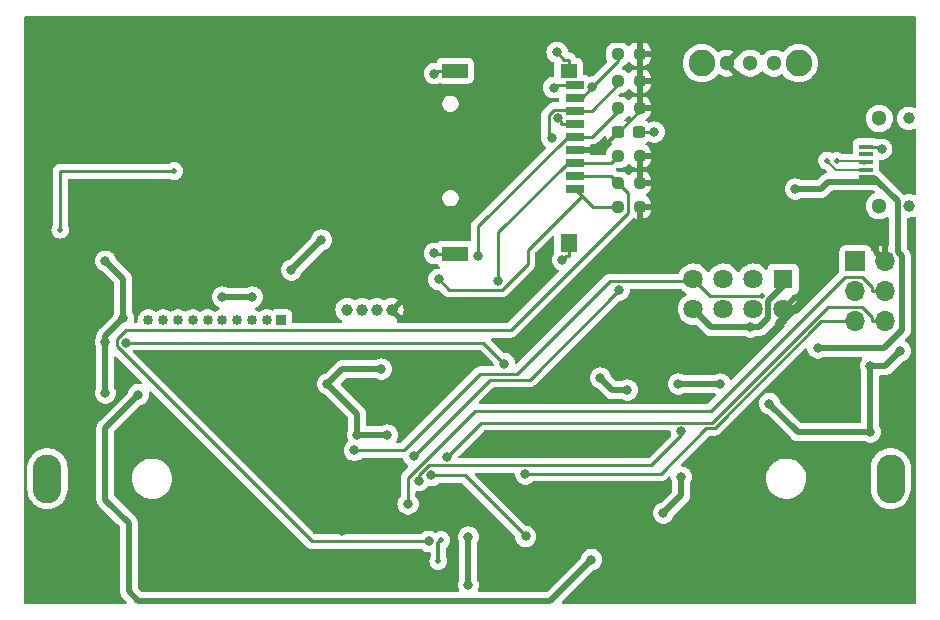
<source format=gbr>
%TF.GenerationSoftware,KiCad,Pcbnew,7.0.8*%
%TF.CreationDate,2023-11-09T17:42:37+01:00*%
%TF.ProjectId,Suspension_telemetry,53757370-656e-4736-996f-6e5f74656c65,rev?*%
%TF.SameCoordinates,Original*%
%TF.FileFunction,Copper,L1,Top*%
%TF.FilePolarity,Positive*%
%FSLAX46Y46*%
G04 Gerber Fmt 4.6, Leading zero omitted, Abs format (unit mm)*
G04 Created by KiCad (PCBNEW 7.0.8) date 2023-11-09 17:42:37*
%MOMM*%
%LPD*%
G01*
G04 APERTURE LIST*
G04 Aperture macros list*
%AMRoundRect*
0 Rectangle with rounded corners*
0 $1 Rounding radius*
0 $2 $3 $4 $5 $6 $7 $8 $9 X,Y pos of 4 corners*
0 Add a 4 corners polygon primitive as box body*
4,1,4,$2,$3,$4,$5,$6,$7,$8,$9,$2,$3,0*
0 Add four circle primitives for the rounded corners*
1,1,$1+$1,$2,$3*
1,1,$1+$1,$4,$5*
1,1,$1+$1,$6,$7*
1,1,$1+$1,$8,$9*
0 Add four rect primitives between the rounded corners*
20,1,$1+$1,$2,$3,$4,$5,0*
20,1,$1+$1,$4,$5,$6,$7,0*
20,1,$1+$1,$6,$7,$8,$9,0*
20,1,$1+$1,$8,$9,$2,$3,0*%
G04 Aperture macros list end*
%TA.AperFunction,ComponentPad*%
%ADD10R,0.850000X0.850000*%
%TD*%
%TA.AperFunction,ComponentPad*%
%ADD11C,0.850000*%
%TD*%
%TA.AperFunction,SMDPad,CuDef*%
%ADD12RoundRect,0.237500X-0.250000X-0.237500X0.250000X-0.237500X0.250000X0.237500X-0.250000X0.237500X0*%
%TD*%
%TA.AperFunction,ComponentPad*%
%ADD13C,1.300000*%
%TD*%
%TA.AperFunction,ComponentPad*%
%ADD14C,2.250000*%
%TD*%
%TA.AperFunction,ComponentPad*%
%ADD15R,1.700000X1.700000*%
%TD*%
%TA.AperFunction,ComponentPad*%
%ADD16O,1.700000X1.700000*%
%TD*%
%TA.AperFunction,SMDPad,CuDef*%
%ADD17RoundRect,0.237500X-0.300000X-0.237500X0.300000X-0.237500X0.300000X0.237500X-0.300000X0.237500X0*%
%TD*%
%TA.AperFunction,SMDPad,CuDef*%
%ADD18R,1.200000X0.450000*%
%TD*%
%TA.AperFunction,ComponentPad*%
%ADD19C,1.000000*%
%TD*%
%TA.AperFunction,SMDPad,CuDef*%
%ADD20R,1.600000X0.700000*%
%TD*%
%TA.AperFunction,SMDPad,CuDef*%
%ADD21R,1.400000X1.200000*%
%TD*%
%TA.AperFunction,SMDPad,CuDef*%
%ADD22R,1.400000X1.600000*%
%TD*%
%TA.AperFunction,SMDPad,CuDef*%
%ADD23R,2.200000X1.200000*%
%TD*%
%TA.AperFunction,ComponentPad*%
%ADD24O,2.400000X4.140000*%
%TD*%
%TA.AperFunction,ComponentPad*%
%ADD25R,1.635000X1.635000*%
%TD*%
%TA.AperFunction,ComponentPad*%
%ADD26C,1.635000*%
%TD*%
%TA.AperFunction,ViaPad*%
%ADD27C,0.800000*%
%TD*%
%TA.AperFunction,ViaPad*%
%ADD28C,0.500000*%
%TD*%
%TA.AperFunction,Conductor*%
%ADD29C,0.500000*%
%TD*%
%TA.AperFunction,Conductor*%
%ADD30C,0.300000*%
%TD*%
%TA.AperFunction,Conductor*%
%ADD31C,0.250000*%
%TD*%
%TA.AperFunction,Conductor*%
%ADD32C,0.750000*%
%TD*%
%TA.AperFunction,Conductor*%
%ADD33C,0.200000*%
%TD*%
G04 APERTURE END LIST*
D10*
%TO.P,J4,1,1*%
%TO.N,PRESSURE_FRONT_OUT*%
X91862200Y-96442000D03*
D11*
%TO.P,J4,2,2*%
%TO.N,PRESSURE_REAR_OUT*%
X90612200Y-96442000D03*
%TO.P,J4,3,3*%
%TO.N,GND*%
X89362200Y-96442000D03*
%TO.P,J4,4,4*%
%TO.N,+3.3VA*%
X88112200Y-96442000D03*
%TO.P,J4,5,5*%
%TO.N,TRAVEL_SENOR_REAR*%
X86862200Y-96442000D03*
%TO.P,J4,6,6*%
%TO.N,TRAVEL_SENSOR_FRONT*%
X85612200Y-96442000D03*
%TO.P,J4,7,7*%
%TO.N,BRAKE_SENSOR_LEFT*%
X84362200Y-96442000D03*
%TO.P,J4,8,8*%
%TO.N,BRAKE_SENSOR_RIGHT*%
X83112200Y-96442000D03*
%TO.P,J4,9,9*%
%TO.N,+5VA*%
X81862200Y-96442000D03*
%TO.P,J4,10,10*%
%TO.N,GND*%
X80612200Y-96442000D03*
%TD*%
D12*
%TO.P,R15,1*%
%TO.N,SDIO_D3*%
X120367900Y-84834000D03*
%TO.P,R15,2*%
%TO.N,+3.3V*%
X122192900Y-84834000D03*
%TD*%
D13*
%TO.P,S1,1,1*%
%TO.N,GND*%
X133572000Y-74676000D03*
%TO.P,S1,2,2*%
%TO.N,Net-(R9-Pad1)*%
X131572000Y-74676000D03*
%TO.P,S1,3,3*%
%TO.N,+3.3V*%
X129572000Y-74676000D03*
D14*
%TO.P,S1,4*%
%TO.N,N/C*%
X135672000Y-74676000D03*
%TO.P,S1,5*%
X127472000Y-74676000D03*
%TD*%
D15*
%TO.P,J7,1,Pin_1*%
%TO.N,NRST*%
X140468400Y-91455000D03*
D16*
%TO.P,J7,2,Pin_2*%
%TO.N,+3.3V*%
X143008400Y-91455000D03*
%TO.P,J7,3,Pin_3*%
%TO.N,GND*%
X140468400Y-93995000D03*
%TO.P,J7,4,Pin_4*%
%TO.N,SWO*%
X143008400Y-93995000D03*
%TO.P,J7,5,Pin_5*%
%TO.N,SWDIO*%
X140468400Y-96535000D03*
%TO.P,J7,6,Pin_6*%
%TO.N,SWDCLK*%
X143008400Y-96535000D03*
%TD*%
D12*
%TO.P,R14,1*%
%TO.N,SDIO_CK*%
X120367900Y-78486000D03*
%TO.P,R14,2*%
%TO.N,+3.3V*%
X122192900Y-78486000D03*
%TD*%
D17*
%TO.P,C25,1*%
%TO.N,+3.3V*%
X120394400Y-80516000D03*
%TO.P,C25,2*%
%TO.N,GND*%
X122119400Y-80516000D03*
%TD*%
D12*
%TO.P,R17,1*%
%TO.N,SDIO_D0*%
X120367900Y-76200000D03*
%TO.P,R17,2*%
%TO.N,+3.3V*%
X122192900Y-76200000D03*
%TD*%
D18*
%TO.P,J1,1,VCC*%
%TO.N,5V_USB*%
X141344000Y-84358000D03*
%TO.P,J1,2,D-*%
%TO.N,DATAN*%
X141344000Y-83708000D03*
%TO.P,J1,3,D+*%
%TO.N,DATAP*%
X141344000Y-83058000D03*
%TO.P,J1,4,ID*%
%TO.N,unconnected-(J1-ID-Pad4)*%
X141344000Y-82408000D03*
%TO.P,J1,5,GND*%
%TO.N,GND*%
X141344000Y-81758000D03*
D13*
%TO.P,J1,S1,SHIELD*%
X142494000Y-86758000D03*
%TO.P,J1,S2,SHIELD*%
X142494000Y-79358000D03*
D19*
%TO.P,J1,S3,SHIELD*%
X144994000Y-86758000D03*
%TO.P,J1,S4,SHIELD*%
X144994000Y-79358000D03*
%TD*%
D20*
%TO.P,J3,1,DAT2*%
%TO.N,SDIO_D2*%
X116683400Y-85306000D03*
%TO.P,J3,2,CD/DAT3*%
%TO.N,SDIO_D3*%
X116683400Y-84206000D03*
%TO.P,J3,3,CMD*%
%TO.N,SDIO_CMD*%
X116683400Y-83106000D03*
%TO.P,J3,4,VDD*%
%TO.N,+3.3V*%
X116683400Y-82006000D03*
%TO.P,J3,5,CLK*%
%TO.N,SDIO_CK*%
X116683400Y-80906000D03*
%TO.P,J3,6,VSS*%
%TO.N,GND*%
X116683400Y-79806000D03*
%TO.P,J3,7,DAT0*%
%TO.N,SDIO_D0*%
X116683400Y-78706000D03*
%TO.P,J3,8,DAT1*%
%TO.N,SDIO_D1*%
X116683400Y-77606000D03*
%TO.P,J3,CD1,CARD_DETECTION*%
%TO.N,SD_detection*%
X116683400Y-76506000D03*
D21*
%TO.P,J3,G1,GROUND*%
%TO.N,GND*%
X116183400Y-75306000D03*
D22*
%TO.P,J3,MP1,MP1*%
X116183400Y-89906000D03*
D23*
%TO.P,J3,MP2,MP2*%
X106583400Y-90806000D03*
%TO.P,J3,MP3,MP3*%
X106583400Y-75306000D03*
%TD*%
D12*
%TO.P,R13,1*%
%TO.N,SDIO_CMD*%
X120367900Y-82548000D03*
%TO.P,R13,2*%
%TO.N,+3.3V*%
X122192900Y-82548000D03*
%TD*%
D24*
%TO.P,BT2,+*%
%TO.N,/Power_Stabilizer_3_3V/V_in_P*%
X143460400Y-109855000D03*
%TO.P,BT2,-*%
%TO.N,PWR_SWITCH_OUT*%
X72060400Y-109855000D03*
%TD*%
D12*
%TO.P,R16,1*%
%TO.N,SDIO_D2*%
X120367900Y-86866000D03*
%TO.P,R16,2*%
%TO.N,+3.3V*%
X122192900Y-86866000D03*
%TD*%
%TO.P,R18,1*%
%TO.N,SDIO_D1*%
X120367900Y-73914000D03*
%TO.P,R18,2*%
%TO.N,+3.3V*%
X122192900Y-73914000D03*
%TD*%
D19*
%TO.P,J2,1,1*%
%TO.N,I2C1_SDA*%
X97450400Y-95562000D03*
%TO.P,J2,2,2*%
%TO.N,I2C1_SCL*%
X98700400Y-95562000D03*
%TO.P,J2,3,3*%
%TO.N,GND*%
X99950400Y-95562000D03*
%TO.P,J2,4,4*%
%TO.N,+3.3V*%
X101200400Y-95562000D03*
%TD*%
D25*
%TO.P,J5,1,1*%
%TO.N,GND*%
X134366000Y-92964000D03*
D26*
%TO.P,J5,2,2*%
%TO.N,+3.3V*%
X134366000Y-95504000D03*
%TO.P,J5,3,3*%
%TO.N,LB_PRE_DEB*%
X131826000Y-92964000D03*
%TO.P,J5,4,4*%
%TO.N,PWR_SWITCH_IN*%
X131826000Y-95504000D03*
%TO.P,J5,5,5*%
%TO.N,RB_PRE_DEB*%
X129286000Y-92964000D03*
%TO.P,J5,6,6*%
%TO.N,PWR_SWITCH_OUT*%
X129286000Y-95504000D03*
%TO.P,J5,7,7*%
%TO.N,NRST*%
X126746000Y-92964000D03*
%TO.P,J5,8,8*%
%TO.N,GND*%
X126746000Y-95504000D03*
%TD*%
D27*
%TO.N,GND*%
X131572000Y-97028000D03*
D28*
%TO.N,CHARGE_DETECTION*%
X105410000Y-115062000D03*
X105156000Y-116840000D03*
D27*
%TO.N,GND*%
X115204800Y-73756000D03*
X142698700Y-81963900D03*
X115655000Y-91333600D03*
X89408000Y-94488000D03*
X86868000Y-94488000D03*
X100838000Y-106172000D03*
X107696000Y-118872000D03*
X107696000Y-114808000D03*
X141732000Y-105918000D03*
X133186548Y-103505000D03*
X104817200Y-90785000D03*
X104817200Y-75554600D03*
X141732000Y-100330000D03*
X124206000Y-112776000D03*
X76962000Y-91440000D03*
X121158000Y-102362000D03*
X98298000Y-106172000D03*
X76962000Y-98298000D03*
X123444000Y-80518000D03*
X125476000Y-101854000D03*
X92710000Y-92202000D03*
X129032000Y-101854000D03*
X95758000Y-101854000D03*
X118872000Y-101346000D03*
X76962000Y-102616000D03*
X100330000Y-100584000D03*
X125730000Y-109728000D03*
X144272000Y-99060000D03*
X115265700Y-79334300D03*
X95250000Y-89662000D03*
X78486000Y-96266000D03*
%TO.N,+3.3V*%
X118237000Y-106426000D03*
X97028000Y-114300000D03*
X106910200Y-100749300D03*
X115316000Y-110490000D03*
X115824000Y-106426000D03*
X76962000Y-90170000D03*
X106426000Y-96266000D03*
X107913400Y-112705900D03*
%TO.N,+5V*%
X79756000Y-102743000D03*
X118110000Y-116713000D03*
D28*
%TO.N,NRST*%
X132588000Y-94361000D03*
D27*
X98044000Y-107455600D03*
%TO.N,SDIO_D2*%
X105181400Y-92984400D03*
%TO.N,SDIO_D3*%
X104335400Y-115177900D03*
%TO.N,SDIO_CMD*%
X110244200Y-93106300D03*
%TO.N,SDIO_CK*%
X108546200Y-91036200D03*
%TO.N,SDIO_D0*%
X114752000Y-81018200D03*
%TO.N,SDIO_D1*%
X118186400Y-76708000D03*
%TO.N,SWDCLK*%
X105888800Y-108009300D03*
%TO.N,SWO*%
X102589900Y-112014800D03*
%TO.N,BOOT*%
X103079800Y-107957300D03*
X120471200Y-93890200D03*
%TO.N,LEFT_BUTTON*%
X125730000Y-105862100D03*
X103500700Y-110031100D03*
D28*
%TO.N,I2C1_SDA*%
X82804000Y-83820000D03*
X73152000Y-88773000D03*
D27*
%TO.N,SWDIO*%
X112522000Y-109460800D03*
%TO.N,SD_detection*%
X114930000Y-76751600D03*
%TO.N,5V_USB*%
X137287000Y-98806000D03*
X135382000Y-85344000D03*
D28*
%TO.N,DATAP*%
X138938000Y-82958500D03*
%TO.N,DATAN*%
X138049520Y-82920689D03*
D27*
%TO.N,BATTERY_LEVEL*%
X112547900Y-114751800D03*
X104566700Y-109587400D03*
%TO.N,ACCELEROMETER_INT0*%
X110744200Y-100115400D03*
X78672900Y-98330400D03*
%TD*%
D29*
%TO.N,GND*%
X131572000Y-97028000D02*
X132337623Y-97028000D01*
D30*
%TO.N,CHARGE_DETECTION*%
X105156000Y-116840000D02*
X105156000Y-115316000D01*
X105156000Y-115316000D02*
X105410000Y-115062000D01*
D29*
%TO.N,GND*%
X107696000Y-118872000D02*
X107696000Y-114808000D01*
D31*
%TO.N,LEFT_BUTTON*%
X103500700Y-109569000D02*
X103500700Y-110031100D01*
X104333400Y-108736300D02*
X103500700Y-109569000D01*
X123179100Y-108736300D02*
X104333400Y-108736300D01*
X125730000Y-106185400D02*
X123179100Y-108736300D01*
X125730000Y-105862100D02*
X125730000Y-106185400D01*
D29*
%TO.N,GND*%
X128270000Y-97028000D02*
X131572000Y-97028000D01*
X143002000Y-100330000D02*
X141732000Y-100330000D01*
X134366000Y-93572950D02*
X134366000Y-92964000D01*
X95250000Y-89662000D02*
X92710000Y-92202000D01*
X133093500Y-94845450D02*
X134366000Y-93572950D01*
D31*
X115556500Y-79625100D02*
X115265700Y-79334300D01*
X105135500Y-90785000D02*
X105156500Y-90806000D01*
D29*
X125730000Y-109728000D02*
X125730000Y-111252000D01*
X125730000Y-111252000D02*
X124206000Y-112776000D01*
X97028000Y-100584000D02*
X95758000Y-101854000D01*
X133093500Y-96272123D02*
X133093500Y-94845450D01*
D31*
X123444000Y-80518000D02*
X122121400Y-80518000D01*
D29*
X135599548Y-105918000D02*
X133186548Y-103505000D01*
D31*
X116183400Y-75306000D02*
X116183400Y-74379100D01*
X106583400Y-75306000D02*
X105156500Y-75306000D01*
D29*
X100330000Y-100584000D02*
X98552000Y-100584000D01*
D31*
X115955700Y-91032900D02*
X116183400Y-91032900D01*
X122121400Y-80518000D02*
X122119400Y-80516000D01*
D29*
X132337623Y-97028000D02*
X133093500Y-96272123D01*
X141732000Y-100330000D02*
X141732000Y-105918000D01*
X119888000Y-102362000D02*
X118872000Y-101346000D01*
D31*
X106583400Y-90806000D02*
X105156500Y-90806000D01*
X115556500Y-79806000D02*
X115556500Y-79625100D01*
D29*
X141732000Y-105918000D02*
X135599548Y-105918000D01*
D31*
X104907900Y-75554600D02*
X105156500Y-75306000D01*
X116683400Y-79806000D02*
X115556500Y-79806000D01*
X104817200Y-90785000D02*
X105135500Y-90785000D01*
X104817200Y-75554600D02*
X104907900Y-75554600D01*
D29*
X95758000Y-101854000D02*
X98298000Y-104394000D01*
D31*
X115204800Y-73756000D02*
X115827900Y-74379100D01*
D29*
X76962000Y-98298000D02*
X76962000Y-102616000D01*
D31*
X142492800Y-81758000D02*
X141344000Y-81758000D01*
X115655000Y-91333600D02*
X115955700Y-91032900D01*
X116183400Y-89906000D02*
X116183400Y-91032900D01*
D29*
X100838000Y-106172000D02*
X98298000Y-106172000D01*
X76962000Y-91440000D02*
X78486000Y-92964000D01*
D31*
X142698700Y-81963900D02*
X142492800Y-81758000D01*
D29*
X78486000Y-92964000D02*
X78486000Y-96266000D01*
X76962000Y-98298000D02*
X76962000Y-97790000D01*
X126746000Y-95504000D02*
X128270000Y-97028000D01*
X89408000Y-94488000D02*
X86868000Y-94488000D01*
X129032000Y-101854000D02*
X125476000Y-101854000D01*
X144272000Y-99060000D02*
X143002000Y-100330000D01*
X98298000Y-104394000D02*
X98298000Y-106172000D01*
D31*
X115827900Y-74379100D02*
X116183400Y-74379100D01*
D29*
X76962000Y-97790000D02*
X78486000Y-96266000D01*
X121158000Y-102362000D02*
X119888000Y-102362000D01*
X98552000Y-100584000D02*
X97028000Y-100584000D01*
D32*
%TO.N,+3.3V*%
X134366000Y-95504000D02*
X135382000Y-95504000D01*
D30*
X118904000Y-82006000D02*
X116683400Y-82006000D01*
X120394000Y-80516000D02*
X118904000Y-82006000D01*
D29*
X142240000Y-90686600D02*
X142240000Y-90170000D01*
D30*
X116683400Y-82006000D02*
X116683000Y-82006000D01*
D29*
X143008400Y-91455000D02*
X142240000Y-90686600D01*
D32*
X134366000Y-95504000D02*
X135128000Y-95504000D01*
X135128000Y-95504000D02*
X133985000Y-96647000D01*
D31*
X122192900Y-78717500D02*
X120394400Y-80516000D01*
X122192900Y-78486000D02*
X122192900Y-78717500D01*
D32*
X135382000Y-95504000D02*
X136144000Y-94742000D01*
D29*
%TO.N,+5V*%
X78960400Y-119404000D02*
X78960400Y-113631000D01*
X78960400Y-113631000D02*
X76962000Y-111633000D01*
X79756000Y-120200000D02*
X78960400Y-119404000D01*
X76962000Y-105537000D02*
X79756000Y-102743000D01*
X118110000Y-116713000D02*
X114623000Y-120200000D01*
X114623000Y-120200000D02*
X79756000Y-120200000D01*
X76962000Y-111633000D02*
X76962000Y-105537000D01*
D31*
%TO.N,NRST*%
X126945300Y-93163300D02*
X127056600Y-93274600D01*
X108723600Y-100972000D02*
X111844100Y-100972000D01*
X119652800Y-93163300D02*
X126945300Y-93163300D01*
X128143000Y-94361000D02*
X127056600Y-93274600D01*
X98044000Y-107455600D02*
X102240000Y-107455600D01*
X111844100Y-100972000D02*
X119652800Y-93163300D01*
X102240000Y-107455600D02*
X108723600Y-100972000D01*
X127056600Y-93274600D02*
X126746000Y-92964000D01*
X132588000Y-94361000D02*
X128143000Y-94361000D01*
%TO.N,SDIO_D2*%
X112727600Y-90461900D02*
X112727600Y-91665300D01*
X116683400Y-85306400D02*
X116683400Y-85306000D01*
X117283300Y-85906200D02*
X112727600Y-90461900D01*
X112727600Y-91665300D02*
X110527100Y-93865800D01*
X118243000Y-86866000D02*
X117283300Y-85906200D01*
X120367900Y-86866000D02*
X118243000Y-86866000D01*
X120368000Y-86866000D02*
X120367900Y-86866000D01*
X117283300Y-85906200D02*
X116683400Y-85306400D01*
X116683400Y-85306400D02*
X116683000Y-85306000D01*
X110527100Y-93865800D02*
X106062800Y-93865800D01*
X106062800Y-93865800D02*
X105181400Y-92984400D01*
%TO.N,SDIO_D3*%
X104335400Y-115177900D02*
X94445000Y-115177900D01*
X111278000Y-97293000D02*
X121184000Y-87387000D01*
X77922800Y-98655700D02*
X77922800Y-98038800D01*
X121184000Y-87387000D02*
X121184000Y-85650100D01*
X77922800Y-98038800D02*
X78668600Y-97293000D01*
X120367900Y-84833900D02*
X119740000Y-84206000D01*
X120367900Y-84833900D02*
X120367900Y-84834000D01*
X121184000Y-85650100D02*
X120367900Y-84834000D01*
X119740000Y-84206000D02*
X116683400Y-84206000D01*
X94445000Y-115177900D02*
X77922800Y-98655700D01*
X78668600Y-97293000D02*
X111278000Y-97293000D01*
X120368000Y-84834000D02*
X120367900Y-84833900D01*
X116683400Y-84206000D02*
X116683000Y-84206000D01*
%TO.N,SDIO_CMD*%
X110244200Y-93106300D02*
X110244200Y-88988400D01*
X119810000Y-83106000D02*
X116683400Y-83106000D01*
X120368000Y-82548000D02*
X120367900Y-82548100D01*
X110244200Y-88988400D02*
X116126600Y-83106000D01*
X116683400Y-83106000D02*
X116683000Y-83106000D01*
X116126600Y-83106000D02*
X116683000Y-83106000D01*
X120367900Y-82548100D02*
X120367900Y-82548000D01*
X120367900Y-82548100D02*
X119810000Y-83106000D01*
%TO.N,SDIO_CK*%
X120368000Y-78738000D02*
X120367900Y-78738100D01*
X108546200Y-88484800D02*
X116125000Y-80906000D01*
X120367900Y-78738100D02*
X118200000Y-80906000D01*
X116125000Y-80906000D02*
X116683000Y-80906000D01*
X118200000Y-80906000D02*
X116683400Y-80906000D01*
X116683400Y-80906000D02*
X116683000Y-80906000D01*
X108546200Y-91036200D02*
X108546200Y-88484800D01*
X120367900Y-78738100D02*
X120367900Y-78738000D01*
%TO.N,SDIO_D0*%
X120367900Y-76200000D02*
X120367900Y-76482100D01*
X114953600Y-78607300D02*
X114499200Y-79061700D01*
X114499200Y-79061700D02*
X114499200Y-80765400D01*
X116683400Y-78706000D02*
X116683200Y-78706000D01*
X114499200Y-80765400D02*
X114752000Y-81018200D01*
X120367900Y-76482100D02*
X118144000Y-78706000D01*
X116584500Y-78607300D02*
X114953600Y-78607300D01*
X116683200Y-78706000D02*
X116683000Y-78706000D01*
X116683200Y-78706000D02*
X116584500Y-78607300D01*
X118144000Y-78706000D02*
X116683400Y-78706000D01*
%TO.N,SDIO_D1*%
X120367900Y-74168000D02*
X120367900Y-74196100D01*
X120367900Y-74526500D02*
X118186400Y-76708000D01*
X120367900Y-73914000D02*
X120367900Y-74526500D01*
X117288400Y-77606000D02*
X116683400Y-77606000D01*
X116683400Y-77606000D02*
X116683000Y-77606000D01*
X118186400Y-76708000D02*
X117288400Y-77606000D01*
%TO.N,SWDCLK*%
X128355800Y-105137600D02*
X108760500Y-105137600D01*
X138135300Y-95358100D02*
X128355800Y-105137600D01*
X143008400Y-96535000D02*
X141831500Y-96535000D01*
X108760500Y-105137600D02*
X105888800Y-108009300D01*
X141020400Y-95358100D02*
X138135300Y-95358100D01*
X141831500Y-96169200D02*
X141020400Y-95358100D01*
X141831500Y-96535000D02*
X141831500Y-96169200D01*
%TO.N,SWO*%
X139570300Y-92804000D02*
X128234300Y-104140000D01*
X102589900Y-109793200D02*
X102589900Y-112014800D01*
X141831500Y-93995000D02*
X141831500Y-93627200D01*
X141008300Y-92804000D02*
X139570300Y-92804000D01*
X143008400Y-93995000D02*
X141831500Y-93995000D01*
X128234300Y-104140000D02*
X108243100Y-104140000D01*
X141831500Y-93627200D02*
X141008300Y-92804000D01*
X108243100Y-104140000D02*
X102589900Y-109793200D01*
%TO.N,BOOT*%
X112877600Y-101483800D02*
X120471200Y-93890200D01*
X103079800Y-107957300D02*
X109553300Y-101483800D01*
X109553300Y-101483800D02*
X112877600Y-101483800D01*
%TO.N,I2C1_SDA*%
X73152000Y-83820000D02*
X73152000Y-88773000D01*
X82804000Y-83820000D02*
X73152000Y-83820000D01*
%TO.N,SWDIO*%
X137594796Y-96535000D02*
X140468400Y-96535000D01*
X127838400Y-105587600D02*
X128542196Y-105587600D01*
X123965200Y-109460800D02*
X127838400Y-105587600D01*
X128542196Y-105587600D02*
X137594796Y-96535000D01*
X112522000Y-109460800D02*
X123965200Y-109460800D01*
%TO.N,SD_detection*%
X116683400Y-76506000D02*
X115175600Y-76506000D01*
X115175600Y-76506000D02*
X114930000Y-76751600D01*
D29*
%TO.N,5V_USB*%
X141369000Y-84383000D02*
X141344000Y-84383000D01*
X142875000Y-98806000D02*
X144399000Y-97282000D01*
X144044000Y-86386000D02*
X142367000Y-84709000D01*
X137287000Y-98806000D02*
X142875000Y-98806000D01*
X142367000Y-84709000D02*
X142041000Y-84383000D01*
X142367000Y-84709000D02*
X138176000Y-84709000D01*
X142041000Y-84383000D02*
X141369000Y-84383000D01*
D31*
X141369000Y-84383000D02*
X141344000Y-84358000D01*
D29*
X144399000Y-97282000D02*
X144399000Y-91008800D01*
X138176000Y-84709000D02*
X137541000Y-85344000D01*
X137541000Y-85344000D02*
X135382000Y-85344000D01*
X144044000Y-90653800D02*
X144044000Y-86386000D01*
X144399000Y-91008800D02*
X144044000Y-90653800D01*
D33*
%TO.N,DATAP*%
X141344000Y-83058000D02*
X141244500Y-82958500D01*
X141244500Y-82958500D02*
X138938000Y-82958500D01*
X141344000Y-83058000D02*
X141219000Y-83183000D01*
%TO.N,DATAN*%
X138049520Y-82920689D02*
X138836831Y-83708000D01*
X138836831Y-83708000D02*
X141344000Y-83708000D01*
D31*
%TO.N,BATTERY_LEVEL*%
X104566700Y-109587400D02*
X107383500Y-109587400D01*
X107383500Y-109587400D02*
X112547900Y-114751800D01*
%TO.N,ACCELEROMETER_INT0*%
X78672900Y-98330400D02*
X108959200Y-98330400D01*
X108959200Y-98330400D02*
X110744200Y-100115400D01*
%TD*%
%TA.AperFunction,Conductor*%
%TO.N,+3.3V*%
G36*
X145549945Y-70730585D02*
G01*
X145595700Y-70783389D01*
X145606906Y-70834900D01*
X145606906Y-78344268D01*
X145587221Y-78411307D01*
X145534417Y-78457062D01*
X145465259Y-78467006D01*
X145424454Y-78453627D01*
X145378731Y-78429188D01*
X145378730Y-78429187D01*
X145378727Y-78429186D01*
X145190132Y-78371976D01*
X145190129Y-78371975D01*
X144994000Y-78352659D01*
X144797870Y-78371975D01*
X144609266Y-78429188D01*
X144435467Y-78522086D01*
X144435460Y-78522090D01*
X144283116Y-78647116D01*
X144158090Y-78799460D01*
X144158086Y-78799467D01*
X144065188Y-78973266D01*
X144007975Y-79161870D01*
X143988659Y-79358000D01*
X144007975Y-79554129D01*
X144007976Y-79554132D01*
X144062493Y-79733851D01*
X144065188Y-79742733D01*
X144158086Y-79916532D01*
X144158090Y-79916539D01*
X144283116Y-80068883D01*
X144435460Y-80193909D01*
X144435467Y-80193913D01*
X144609266Y-80286811D01*
X144609269Y-80286811D01*
X144609273Y-80286814D01*
X144797868Y-80344024D01*
X144994000Y-80363341D01*
X145190132Y-80344024D01*
X145378727Y-80286814D01*
X145424453Y-80262372D01*
X145492855Y-80248131D01*
X145558099Y-80273130D01*
X145599470Y-80329435D01*
X145606906Y-80371731D01*
X145606906Y-85744268D01*
X145587221Y-85811307D01*
X145534417Y-85857062D01*
X145465259Y-85867006D01*
X145424454Y-85853627D01*
X145378731Y-85829188D01*
X145378730Y-85829187D01*
X145378727Y-85829186D01*
X145190132Y-85771976D01*
X145190129Y-85771975D01*
X144994000Y-85752659D01*
X144797869Y-85771975D01*
X144633807Y-85821743D01*
X144563940Y-85822366D01*
X144510131Y-85790763D01*
X142942729Y-84223361D01*
X142930949Y-84209730D01*
X142923482Y-84199701D01*
X142916612Y-84190472D01*
X142911322Y-84186033D01*
X142876587Y-84156886D01*
X142872612Y-84153244D01*
X142868919Y-84149551D01*
X142865238Y-84145869D01*
X142865214Y-84145847D01*
X142616729Y-83897361D01*
X142604949Y-83883730D01*
X142593852Y-83868825D01*
X142590612Y-83864472D01*
X142583495Y-83858500D01*
X142550587Y-83830886D01*
X142546612Y-83827244D01*
X142543690Y-83824322D01*
X142540780Y-83821411D01*
X142515039Y-83801058D01*
X142488792Y-83779033D01*
X142450090Y-83720861D01*
X142444499Y-83684045D01*
X142444499Y-83435128D01*
X142444498Y-83435111D01*
X142440320Y-83396253D01*
X142440320Y-83369747D01*
X142444500Y-83330873D01*
X142444499Y-82983610D01*
X142464183Y-82916573D01*
X142516987Y-82870818D01*
X142586146Y-82860874D01*
X142594251Y-82862316D01*
X142604054Y-82864400D01*
X142604058Y-82864400D01*
X142793344Y-82864400D01*
X142793346Y-82864400D01*
X142978503Y-82825044D01*
X143151430Y-82748051D01*
X143304571Y-82636788D01*
X143431233Y-82496116D01*
X143525879Y-82332184D01*
X143584374Y-82152156D01*
X143604160Y-81963900D01*
X143584374Y-81775644D01*
X143525879Y-81595616D01*
X143431233Y-81431684D01*
X143304571Y-81291012D01*
X143301159Y-81288533D01*
X143151434Y-81179751D01*
X143151429Y-81179748D01*
X142978507Y-81102757D01*
X142978502Y-81102755D01*
X142812710Y-81067516D01*
X142793346Y-81063400D01*
X142604054Y-81063400D01*
X142585706Y-81067300D01*
X142418897Y-81102755D01*
X142396304Y-81112815D01*
X142376170Y-81121779D01*
X142325735Y-81132500D01*
X142285439Y-81132500D01*
X142218400Y-81112815D01*
X142211128Y-81107767D01*
X142186331Y-81089204D01*
X142186328Y-81089202D01*
X142051482Y-81038908D01*
X142051483Y-81038908D01*
X141991883Y-81032501D01*
X141991881Y-81032500D01*
X141991873Y-81032500D01*
X141991864Y-81032500D01*
X140696129Y-81032500D01*
X140696123Y-81032501D01*
X140636516Y-81038908D01*
X140501671Y-81089202D01*
X140501664Y-81089206D01*
X140386455Y-81175452D01*
X140386452Y-81175455D01*
X140300206Y-81290664D01*
X140300202Y-81290671D01*
X140252526Y-81418500D01*
X140249909Y-81425517D01*
X140243500Y-81485127D01*
X140243500Y-81485134D01*
X140243500Y-81485135D01*
X140243500Y-82030869D01*
X140243501Y-82030878D01*
X140247679Y-82069745D01*
X140247679Y-82096251D01*
X140243500Y-82135123D01*
X140243500Y-82234000D01*
X140223815Y-82301039D01*
X140171011Y-82346794D01*
X140119500Y-82358000D01*
X139428663Y-82358000D01*
X139362691Y-82338994D01*
X139265692Y-82278045D01*
X139265691Y-82278044D01*
X139265690Y-82278044D01*
X139202692Y-82256000D01*
X139106056Y-82222185D01*
X138938003Y-82203251D01*
X138937997Y-82203251D01*
X138769943Y-82222185D01*
X138610307Y-82278045D01*
X138589816Y-82290920D01*
X138522579Y-82309918D01*
X138457875Y-82290918D01*
X138377212Y-82240234D01*
X138377211Y-82240233D01*
X138377210Y-82240233D01*
X138338890Y-82226824D01*
X138217576Y-82184374D01*
X138049523Y-82165440D01*
X138049517Y-82165440D01*
X137881463Y-82184374D01*
X137721825Y-82240234D01*
X137721822Y-82240236D01*
X137578635Y-82330207D01*
X137578629Y-82330212D01*
X137459043Y-82449798D01*
X137459038Y-82449804D01*
X137369067Y-82592991D01*
X137369065Y-82592994D01*
X137313205Y-82752632D01*
X137294271Y-82920686D01*
X137294271Y-82920691D01*
X137313205Y-83088745D01*
X137369065Y-83248383D01*
X137369067Y-83248386D01*
X137459038Y-83391573D01*
X137459043Y-83391579D01*
X137578629Y-83511165D01*
X137578635Y-83511170D01*
X137721822Y-83601141D01*
X137721828Y-83601144D01*
X137721830Y-83601145D01*
X137881461Y-83657002D01*
X137900481Y-83659144D01*
X137964893Y-83686209D01*
X137974280Y-83694684D01*
X138048582Y-83768986D01*
X138082067Y-83830309D01*
X138077083Y-83900001D01*
X138035211Y-83955934D01*
X138003309Y-83973190D01*
X138001745Y-83973758D01*
X138001745Y-83973759D01*
X137975545Y-83983294D01*
X137929575Y-84000025D01*
X137856675Y-84024181D01*
X137850126Y-84027236D01*
X137850101Y-84027183D01*
X137843308Y-84030471D01*
X137843334Y-84030523D01*
X137836880Y-84033764D01*
X137772708Y-84075971D01*
X137707347Y-84116285D01*
X137701683Y-84120765D01*
X137701647Y-84120719D01*
X137695797Y-84125485D01*
X137695834Y-84125529D01*
X137690305Y-84130168D01*
X137637598Y-84186033D01*
X137266451Y-84557181D01*
X137205128Y-84590666D01*
X137178770Y-84593500D01*
X135921337Y-84593500D01*
X135854298Y-84573815D01*
X135848452Y-84569818D01*
X135834734Y-84559851D01*
X135834729Y-84559848D01*
X135661807Y-84482857D01*
X135661802Y-84482855D01*
X135490040Y-84446347D01*
X135476646Y-84443500D01*
X135287354Y-84443500D01*
X135273960Y-84446347D01*
X135102197Y-84482855D01*
X135102192Y-84482857D01*
X134929270Y-84559848D01*
X134929265Y-84559851D01*
X134776129Y-84671111D01*
X134649466Y-84811785D01*
X134554821Y-84975715D01*
X134554818Y-84975722D01*
X134496327Y-85155740D01*
X134496326Y-85155744D01*
X134476540Y-85344000D01*
X134496326Y-85532256D01*
X134496327Y-85532259D01*
X134554818Y-85712277D01*
X134554821Y-85712284D01*
X134649467Y-85876216D01*
X134773118Y-86013544D01*
X134776129Y-86016888D01*
X134929265Y-86128148D01*
X134929270Y-86128151D01*
X135102192Y-86205142D01*
X135102197Y-86205144D01*
X135287354Y-86244500D01*
X135287355Y-86244500D01*
X135476644Y-86244500D01*
X135476646Y-86244500D01*
X135661803Y-86205144D01*
X135834730Y-86128151D01*
X135836776Y-86126664D01*
X135848452Y-86118182D01*
X135914258Y-86094702D01*
X135921337Y-86094500D01*
X137477295Y-86094500D01*
X137495265Y-86095809D01*
X137519023Y-86099289D01*
X137571068Y-86094735D01*
X137576470Y-86094500D01*
X137584704Y-86094500D01*
X137584709Y-86094500D01*
X137596327Y-86093141D01*
X137617276Y-86090693D01*
X137630028Y-86089577D01*
X137693797Y-86083999D01*
X137693805Y-86083996D01*
X137700866Y-86082539D01*
X137700878Y-86082598D01*
X137708243Y-86080965D01*
X137708229Y-86080906D01*
X137715246Y-86079241D01*
X137715255Y-86079241D01*
X137787423Y-86052974D01*
X137860334Y-86028814D01*
X137860343Y-86028807D01*
X137866882Y-86025760D01*
X137866908Y-86025816D01*
X137873690Y-86022532D01*
X137873663Y-86022478D01*
X137880106Y-86019240D01*
X137880117Y-86019237D01*
X137944283Y-85977034D01*
X138009656Y-85936712D01*
X138009662Y-85936705D01*
X138015325Y-85932229D01*
X138015362Y-85932277D01*
X138021204Y-85927518D01*
X138021164Y-85927471D01*
X138026686Y-85922836D01*
X138026696Y-85922830D01*
X138049812Y-85898328D01*
X138079387Y-85866981D01*
X138450548Y-85495819D01*
X138511871Y-85462334D01*
X138538229Y-85459500D01*
X141997624Y-85459500D01*
X142064663Y-85479185D01*
X142110418Y-85531989D01*
X142120362Y-85601147D01*
X142091337Y-85664703D01*
X142042419Y-85699126D01*
X142026875Y-85705148D01*
X141978982Y-85723701D01*
X141978980Y-85723702D01*
X141797699Y-85835947D01*
X141640127Y-85979593D01*
X141511632Y-86149746D01*
X141416596Y-86340605D01*
X141416596Y-86340607D01*
X141358244Y-86545689D01*
X141338571Y-86757999D01*
X141338571Y-86758000D01*
X141358244Y-86970310D01*
X141416596Y-87175392D01*
X141416596Y-87175394D01*
X141511632Y-87366253D01*
X141606215Y-87491500D01*
X141640128Y-87536407D01*
X141797698Y-87680052D01*
X141978981Y-87792298D01*
X142177802Y-87869321D01*
X142387390Y-87908500D01*
X142387392Y-87908500D01*
X142600608Y-87908500D01*
X142600610Y-87908500D01*
X142810198Y-87869321D01*
X143009019Y-87792298D01*
X143104223Y-87733349D01*
X143171583Y-87714794D01*
X143238282Y-87735602D01*
X143283144Y-87789167D01*
X143293500Y-87838777D01*
X143293500Y-90036280D01*
X143273815Y-90103319D01*
X143258400Y-90120075D01*
X143258400Y-91019498D01*
X143150715Y-90970320D01*
X143044163Y-90955000D01*
X142972637Y-90955000D01*
X142866085Y-90970320D01*
X142758400Y-91019498D01*
X142758400Y-90124364D01*
X142758399Y-90124364D01*
X142544913Y-90181567D01*
X142544907Y-90181570D01*
X142330822Y-90281399D01*
X142330820Y-90281400D01*
X142137326Y-90416886D01*
X142015265Y-90538947D01*
X141953942Y-90572431D01*
X141884250Y-90567447D01*
X141828317Y-90525575D01*
X141811402Y-90494598D01*
X141810206Y-90491392D01*
X141785407Y-90424902D01*
X141762197Y-90362671D01*
X141762193Y-90362664D01*
X141675947Y-90247455D01*
X141675944Y-90247452D01*
X141560735Y-90161206D01*
X141560728Y-90161202D01*
X141425882Y-90110908D01*
X141425883Y-90110908D01*
X141366283Y-90104501D01*
X141366281Y-90104500D01*
X141366273Y-90104500D01*
X141366264Y-90104500D01*
X139570529Y-90104500D01*
X139570523Y-90104501D01*
X139510916Y-90110908D01*
X139376071Y-90161202D01*
X139376064Y-90161206D01*
X139260855Y-90247452D01*
X139260852Y-90247455D01*
X139174606Y-90362664D01*
X139174602Y-90362671D01*
X139124308Y-90497517D01*
X139117901Y-90557116D01*
X139117900Y-90557135D01*
X139117900Y-92320446D01*
X139098215Y-92387485D01*
X139081581Y-92408127D01*
X135900214Y-95589494D01*
X135838891Y-95622979D01*
X135769199Y-95617995D01*
X135713266Y-95576123D01*
X135688849Y-95510659D01*
X135688664Y-95505505D01*
X135668441Y-95274350D01*
X135668439Y-95274339D01*
X135608777Y-95051674D01*
X135608773Y-95051665D01*
X135511348Y-94842736D01*
X135457589Y-94765961D01*
X134887700Y-95335850D01*
X134884360Y-95319775D01*
X134815435Y-95186754D01*
X134713177Y-95077263D01*
X134585170Y-94999420D01*
X134531940Y-94984505D01*
X135105625Y-94410821D01*
X135118189Y-94348307D01*
X135166804Y-94298124D01*
X135227951Y-94281999D01*
X135231371Y-94281999D01*
X135231372Y-94281999D01*
X135290983Y-94275591D01*
X135425831Y-94225296D01*
X135541046Y-94139046D01*
X135627296Y-94023831D01*
X135677591Y-93888983D01*
X135684000Y-93829373D01*
X135683999Y-92098628D01*
X135678397Y-92046515D01*
X135677591Y-92039016D01*
X135627297Y-91904171D01*
X135627293Y-91904164D01*
X135541047Y-91788955D01*
X135541044Y-91788952D01*
X135425835Y-91702706D01*
X135425828Y-91702702D01*
X135290982Y-91652408D01*
X135290983Y-91652408D01*
X135231383Y-91646001D01*
X135231381Y-91646000D01*
X135231373Y-91646000D01*
X135231364Y-91646000D01*
X133500629Y-91646000D01*
X133500623Y-91646001D01*
X133441016Y-91652408D01*
X133306171Y-91702702D01*
X133306164Y-91702706D01*
X133190955Y-91788952D01*
X133190952Y-91788955D01*
X133104706Y-91904164D01*
X133104702Y-91904171D01*
X133054409Y-92039015D01*
X133054014Y-92042690D01*
X133052912Y-92045347D01*
X133052626Y-92046562D01*
X133052429Y-92046515D01*
X133027272Y-92107239D01*
X132969877Y-92147084D01*
X132900051Y-92149573D01*
X132843044Y-92117108D01*
X132676432Y-91950496D01*
X132487522Y-91818220D01*
X132487518Y-91818218D01*
X132466199Y-91808277D01*
X132278505Y-91720754D01*
X132278501Y-91720753D01*
X132278497Y-91720751D01*
X132055748Y-91661066D01*
X132055744Y-91661065D01*
X132055743Y-91661065D01*
X132055742Y-91661064D01*
X132055737Y-91661064D01*
X131826002Y-91640965D01*
X131825998Y-91640965D01*
X131596262Y-91661064D01*
X131596251Y-91661066D01*
X131373502Y-91720751D01*
X131373493Y-91720755D01*
X131164484Y-91818217D01*
X131164482Y-91818218D01*
X130975566Y-91950497D01*
X130812497Y-92113566D01*
X130680218Y-92302482D01*
X130680214Y-92302489D01*
X130668381Y-92327866D01*
X130622208Y-92380305D01*
X130555015Y-92399456D01*
X130488134Y-92379239D01*
X130443619Y-92327866D01*
X130431785Y-92302489D01*
X130431781Y-92302482D01*
X130361423Y-92202000D01*
X130329259Y-92156064D01*
X130299502Y-92113566D01*
X130136432Y-91950496D01*
X129947522Y-91818220D01*
X129947518Y-91818218D01*
X129926199Y-91808277D01*
X129738505Y-91720754D01*
X129738501Y-91720753D01*
X129738497Y-91720751D01*
X129515748Y-91661066D01*
X129515744Y-91661065D01*
X129515743Y-91661065D01*
X129515742Y-91661064D01*
X129515737Y-91661064D01*
X129286002Y-91640965D01*
X129285998Y-91640965D01*
X129056262Y-91661064D01*
X129056251Y-91661066D01*
X128833502Y-91720751D01*
X128833493Y-91720755D01*
X128624484Y-91818217D01*
X128624482Y-91818218D01*
X128435566Y-91950497D01*
X128272497Y-92113566D01*
X128140218Y-92302482D01*
X128140214Y-92302489D01*
X128128381Y-92327866D01*
X128082208Y-92380305D01*
X128015015Y-92399456D01*
X127948134Y-92379239D01*
X127903619Y-92327866D01*
X127891785Y-92302489D01*
X127891781Y-92302482D01*
X127821423Y-92202000D01*
X127789259Y-92156064D01*
X127759502Y-92113566D01*
X127596432Y-91950496D01*
X127407522Y-91818220D01*
X127407518Y-91818218D01*
X127386199Y-91808277D01*
X127198505Y-91720754D01*
X127198501Y-91720753D01*
X127198497Y-91720751D01*
X126975748Y-91661066D01*
X126975744Y-91661065D01*
X126975743Y-91661065D01*
X126975742Y-91661064D01*
X126975737Y-91661064D01*
X126746002Y-91640965D01*
X126745998Y-91640965D01*
X126516262Y-91661064D01*
X126516251Y-91661066D01*
X126293502Y-91720751D01*
X126293493Y-91720755D01*
X126084484Y-91818217D01*
X126084482Y-91818218D01*
X125895566Y-91950497D01*
X125732497Y-92113566D01*
X125600218Y-92302482D01*
X125600217Y-92302484D01*
X125523873Y-92466205D01*
X125477701Y-92518644D01*
X125411491Y-92537800D01*
X119735537Y-92537800D01*
X119719920Y-92536076D01*
X119719893Y-92536362D01*
X119712131Y-92535627D01*
X119643003Y-92537800D01*
X119613450Y-92537800D01*
X119612729Y-92537890D01*
X119606557Y-92538669D01*
X119600745Y-92539126D01*
X119554172Y-92540590D01*
X119554169Y-92540591D01*
X119534926Y-92546181D01*
X119515883Y-92550125D01*
X119496004Y-92552636D01*
X119496003Y-92552637D01*
X119452678Y-92569790D01*
X119447152Y-92571682D01*
X119402408Y-92584683D01*
X119402404Y-92584685D01*
X119385165Y-92594880D01*
X119367698Y-92603437D01*
X119349069Y-92610812D01*
X119349067Y-92610813D01*
X119311364Y-92638206D01*
X119306482Y-92641412D01*
X119266380Y-92665128D01*
X119252208Y-92679300D01*
X119237423Y-92691928D01*
X119221212Y-92703707D01*
X119191509Y-92739610D01*
X119187577Y-92743931D01*
X111849317Y-100082190D01*
X111787994Y-100115675D01*
X111718302Y-100110691D01*
X111662369Y-100068819D01*
X111638316Y-100007473D01*
X111629874Y-99927144D01*
X111627924Y-99921144D01*
X111571381Y-99747122D01*
X111571380Y-99747121D01*
X111571379Y-99747116D01*
X111476733Y-99583184D01*
X111350071Y-99442512D01*
X111330488Y-99428284D01*
X111196934Y-99331251D01*
X111196929Y-99331248D01*
X111024007Y-99254257D01*
X111024002Y-99254255D01*
X110878201Y-99223265D01*
X110838846Y-99214900D01*
X110838845Y-99214900D01*
X110779653Y-99214900D01*
X110712614Y-99195215D01*
X110691972Y-99178581D01*
X109643572Y-98130181D01*
X109610087Y-98068858D01*
X109615071Y-97999166D01*
X109656943Y-97943233D01*
X109722407Y-97918816D01*
X109731253Y-97918500D01*
X111195257Y-97918500D01*
X111210877Y-97920224D01*
X111210904Y-97919939D01*
X111218660Y-97920671D01*
X111218667Y-97920673D01*
X111287814Y-97918500D01*
X111317350Y-97918500D01*
X111324228Y-97917630D01*
X111330041Y-97917172D01*
X111376627Y-97915709D01*
X111395869Y-97910117D01*
X111414912Y-97906174D01*
X111434792Y-97903664D01*
X111478122Y-97886507D01*
X111483646Y-97884617D01*
X111487396Y-97883527D01*
X111528390Y-97871618D01*
X111545629Y-97861422D01*
X111563103Y-97852862D01*
X111581727Y-97845488D01*
X111581727Y-97845487D01*
X111581732Y-97845486D01*
X111619449Y-97818082D01*
X111624305Y-97814892D01*
X111664420Y-97791170D01*
X111678589Y-97776999D01*
X111693379Y-97764368D01*
X111709587Y-97752594D01*
X111739299Y-97716676D01*
X111743212Y-97712376D01*
X121567786Y-87887802D01*
X121580048Y-87877980D01*
X121579865Y-87877759D01*
X121585870Y-87872789D01*
X121585877Y-87872786D01*
X121610911Y-87846126D01*
X121671151Y-87810732D01*
X121740308Y-87813304D01*
X121792748Y-87830680D01*
X121893751Y-87840999D01*
X121942899Y-87840998D01*
X121942900Y-87840998D01*
X121942900Y-87116000D01*
X122442900Y-87116000D01*
X122442900Y-87840999D01*
X122492040Y-87840999D01*
X122492054Y-87840998D01*
X122593052Y-87830680D01*
X122756700Y-87776453D01*
X122756711Y-87776448D01*
X122903434Y-87685947D01*
X122903438Y-87685944D01*
X123025344Y-87564038D01*
X123025347Y-87564034D01*
X123115848Y-87417311D01*
X123115853Y-87417300D01*
X123170080Y-87253652D01*
X123180399Y-87152654D01*
X123180400Y-87152641D01*
X123180400Y-87116000D01*
X122442900Y-87116000D01*
X121942900Y-87116000D01*
X121942900Y-86740000D01*
X121962585Y-86672961D01*
X122015389Y-86627206D01*
X122066900Y-86616000D01*
X123180399Y-86616000D01*
X123180399Y-86579360D01*
X123180398Y-86579345D01*
X123170080Y-86478347D01*
X123115853Y-86314699D01*
X123115848Y-86314688D01*
X123025347Y-86167965D01*
X123025344Y-86167961D01*
X122903438Y-86046055D01*
X122903434Y-86046052D01*
X122756689Y-85955538D01*
X122709964Y-85903590D01*
X122698743Y-85834628D01*
X122726586Y-85770546D01*
X122756689Y-85744462D01*
X122903434Y-85653947D01*
X122903438Y-85653944D01*
X123025344Y-85532038D01*
X123025347Y-85532034D01*
X123115848Y-85385311D01*
X123115853Y-85385300D01*
X123170080Y-85221652D01*
X123180399Y-85120654D01*
X123180400Y-85120641D01*
X123180400Y-85084000D01*
X122066900Y-85084000D01*
X121999861Y-85064315D01*
X121954106Y-85011511D01*
X121942900Y-84960000D01*
X121942900Y-83859000D01*
X122442900Y-83859000D01*
X122442900Y-84584000D01*
X123180399Y-84584000D01*
X123180399Y-84547360D01*
X123180398Y-84547345D01*
X123170080Y-84446347D01*
X123115853Y-84282699D01*
X123115848Y-84282688D01*
X123025347Y-84135965D01*
X123025344Y-84135961D01*
X122903438Y-84014055D01*
X122903434Y-84014052D01*
X122756711Y-83923551D01*
X122756700Y-83923546D01*
X122593052Y-83869319D01*
X122492054Y-83859000D01*
X122442900Y-83859000D01*
X121942900Y-83859000D01*
X121942899Y-83858999D01*
X121893761Y-83859000D01*
X121893743Y-83859001D01*
X121792747Y-83869319D01*
X121629099Y-83923546D01*
X121629088Y-83923551D01*
X121482365Y-84014052D01*
X121368434Y-84127983D01*
X121307111Y-84161467D01*
X121237419Y-84156483D01*
X121193072Y-84127982D01*
X121078751Y-84013661D01*
X121078750Y-84013660D01*
X120981557Y-83953711D01*
X120931918Y-83923093D01*
X120931913Y-83923091D01*
X120862232Y-83900001D01*
X120768153Y-83868826D01*
X120768151Y-83868825D01*
X120667084Y-83858500D01*
X120667077Y-83858500D01*
X120328465Y-83858500D01*
X120261426Y-83838815D01*
X120231937Y-83809159D01*
X120230759Y-83810134D01*
X120225786Y-83804122D01*
X120200800Y-83780659D01*
X120165405Y-83720418D01*
X120168199Y-83650604D01*
X120197995Y-83602594D01*
X120210592Y-83589996D01*
X120225379Y-83577368D01*
X120241587Y-83565594D01*
X120241590Y-83565589D01*
X120247274Y-83560254D01*
X120248863Y-83561946D01*
X120297104Y-83529355D01*
X120334761Y-83523499D01*
X120667070Y-83523499D01*
X120667076Y-83523499D01*
X120768153Y-83513174D01*
X120931916Y-83458908D01*
X121078750Y-83368340D01*
X121193075Y-83254014D01*
X121254394Y-83220532D01*
X121324086Y-83225516D01*
X121368434Y-83254017D01*
X121482361Y-83367944D01*
X121482365Y-83367947D01*
X121629088Y-83458448D01*
X121629099Y-83458453D01*
X121792747Y-83512680D01*
X121893751Y-83522999D01*
X121942899Y-83522998D01*
X121942900Y-83522998D01*
X121942900Y-82798000D01*
X122442900Y-82798000D01*
X122442900Y-83522999D01*
X122492040Y-83522999D01*
X122492054Y-83522998D01*
X122593052Y-83512680D01*
X122756700Y-83458453D01*
X122756711Y-83458448D01*
X122903434Y-83367947D01*
X122903438Y-83367944D01*
X123025344Y-83246038D01*
X123025347Y-83246034D01*
X123115848Y-83099311D01*
X123115853Y-83099300D01*
X123170080Y-82935652D01*
X123180399Y-82834654D01*
X123180400Y-82834641D01*
X123180400Y-82798000D01*
X122442900Y-82798000D01*
X121942900Y-82798000D01*
X121942900Y-82422000D01*
X121962585Y-82354961D01*
X122015389Y-82309206D01*
X122066900Y-82298000D01*
X123180399Y-82298000D01*
X123180399Y-82261360D01*
X123180398Y-82261345D01*
X123170080Y-82160347D01*
X123115853Y-81996699D01*
X123115848Y-81996688D01*
X123025347Y-81849965D01*
X123025344Y-81849961D01*
X122903438Y-81728055D01*
X122903434Y-81728052D01*
X122750556Y-81633755D01*
X122751318Y-81632519D01*
X122704954Y-81591698D01*
X122685800Y-81524505D01*
X122706014Y-81457623D01*
X122744697Y-81419949D01*
X122880250Y-81336340D01*
X122880252Y-81336338D01*
X122885918Y-81331859D01*
X122887290Y-81333595D01*
X122939124Y-81305268D01*
X123008818Y-81310226D01*
X123015958Y-81313143D01*
X123164197Y-81379144D01*
X123349354Y-81418500D01*
X123349355Y-81418500D01*
X123538644Y-81418500D01*
X123538646Y-81418500D01*
X123723803Y-81379144D01*
X123896730Y-81302151D01*
X124049871Y-81190888D01*
X124176533Y-81050216D01*
X124271179Y-80886284D01*
X124329674Y-80706256D01*
X124349460Y-80518000D01*
X124329674Y-80329744D01*
X124271179Y-80149716D01*
X124176533Y-79985784D01*
X124049871Y-79845112D01*
X124012073Y-79817650D01*
X123896734Y-79733851D01*
X123896729Y-79733848D01*
X123723807Y-79656857D01*
X123723802Y-79656855D01*
X123578001Y-79625865D01*
X123538646Y-79617500D01*
X123349354Y-79617500D01*
X123316897Y-79624398D01*
X123164197Y-79656855D01*
X123164196Y-79656855D01*
X123018729Y-79721622D01*
X122949479Y-79730906D01*
X122886203Y-79701277D01*
X122880613Y-79696023D01*
X122880251Y-79695661D01*
X122880250Y-79695660D01*
X122746545Y-79613190D01*
X122699822Y-79561243D01*
X122688599Y-79492280D01*
X122716443Y-79428198D01*
X122751271Y-79401404D01*
X122750556Y-79400245D01*
X122819045Y-79358000D01*
X141338571Y-79358000D01*
X141358244Y-79570310D01*
X141407303Y-79742733D01*
X141416596Y-79775392D01*
X141416596Y-79775394D01*
X141511632Y-79966253D01*
X141633966Y-80128247D01*
X141640128Y-80136407D01*
X141797698Y-80280052D01*
X141978981Y-80392298D01*
X142177802Y-80469321D01*
X142387390Y-80508500D01*
X142387392Y-80508500D01*
X142600608Y-80508500D01*
X142600610Y-80508500D01*
X142810198Y-80469321D01*
X143009019Y-80392298D01*
X143190302Y-80280052D01*
X143347872Y-80136407D01*
X143476366Y-79966255D01*
X143485958Y-79946992D01*
X143571403Y-79775394D01*
X143571403Y-79775393D01*
X143571405Y-79775389D01*
X143629756Y-79570310D01*
X143649429Y-79358000D01*
X143629756Y-79145690D01*
X143571405Y-78940611D01*
X143571403Y-78940606D01*
X143571403Y-78940605D01*
X143476367Y-78749746D01*
X143347872Y-78579593D01*
X143333366Y-78566369D01*
X143190302Y-78435948D01*
X143009019Y-78323702D01*
X143009017Y-78323701D01*
X142909608Y-78285190D01*
X142810198Y-78246679D01*
X142600610Y-78207500D01*
X142387390Y-78207500D01*
X142177802Y-78246679D01*
X142177799Y-78246679D01*
X142177799Y-78246680D01*
X141978982Y-78323701D01*
X141978980Y-78323702D01*
X141797699Y-78435947D01*
X141640127Y-78579593D01*
X141511632Y-78749746D01*
X141416596Y-78940605D01*
X141416596Y-78940607D01*
X141358244Y-79145689D01*
X141340882Y-79333065D01*
X141338571Y-79358000D01*
X122819045Y-79358000D01*
X122903434Y-79305947D01*
X122903438Y-79305944D01*
X123025344Y-79184038D01*
X123025347Y-79184034D01*
X123115848Y-79037311D01*
X123115853Y-79037300D01*
X123170080Y-78873652D01*
X123180399Y-78772654D01*
X123180400Y-78772641D01*
X123180400Y-78736000D01*
X122066900Y-78736000D01*
X121999861Y-78716315D01*
X121954106Y-78663511D01*
X121942900Y-78612000D01*
X121942900Y-77511000D01*
X122442900Y-77511000D01*
X122442900Y-78236000D01*
X123180399Y-78236000D01*
X123180399Y-78199360D01*
X123180398Y-78199345D01*
X123170080Y-78098347D01*
X123115853Y-77934699D01*
X123115848Y-77934688D01*
X123025347Y-77787965D01*
X123025344Y-77787961D01*
X122903438Y-77666055D01*
X122903434Y-77666052D01*
X122756711Y-77575551D01*
X122756700Y-77575546D01*
X122593052Y-77521319D01*
X122492054Y-77511000D01*
X122442900Y-77511000D01*
X121942900Y-77511000D01*
X121942899Y-77510999D01*
X121893761Y-77511000D01*
X121893743Y-77511001D01*
X121792747Y-77521319D01*
X121629099Y-77575546D01*
X121629088Y-77575551D01*
X121482365Y-77666052D01*
X121368434Y-77779983D01*
X121307111Y-77813467D01*
X121237419Y-77808483D01*
X121193072Y-77779982D01*
X121078751Y-77665661D01*
X121078750Y-77665660D01*
X120936334Y-77577817D01*
X120931918Y-77575093D01*
X120931913Y-77575091D01*
X120930469Y-77574612D01*
X120768153Y-77520826D01*
X120768151Y-77520825D01*
X120667084Y-77510500D01*
X120667077Y-77510500D01*
X120523451Y-77510500D01*
X120456412Y-77490815D01*
X120410657Y-77438011D01*
X120400713Y-77368853D01*
X120429738Y-77305297D01*
X120435770Y-77298819D01*
X120522771Y-77211818D01*
X120584094Y-77178333D01*
X120610452Y-77175499D01*
X120667070Y-77175499D01*
X120667076Y-77175499D01*
X120768153Y-77165174D01*
X120931916Y-77110908D01*
X121078750Y-77020340D01*
X121193075Y-76906014D01*
X121254394Y-76872532D01*
X121324086Y-76877516D01*
X121368434Y-76906017D01*
X121482361Y-77019944D01*
X121482365Y-77019947D01*
X121629088Y-77110448D01*
X121629099Y-77110453D01*
X121792747Y-77164680D01*
X121893751Y-77174999D01*
X121942899Y-77174998D01*
X121942900Y-77174998D01*
X121942900Y-76450000D01*
X122442900Y-76450000D01*
X122442900Y-77174999D01*
X122492040Y-77174999D01*
X122492054Y-77174998D01*
X122593052Y-77164680D01*
X122756700Y-77110453D01*
X122756711Y-77110448D01*
X122903434Y-77019947D01*
X122903438Y-77019944D01*
X123025344Y-76898038D01*
X123025347Y-76898034D01*
X123115848Y-76751311D01*
X123115853Y-76751300D01*
X123170080Y-76587652D01*
X123180399Y-76486654D01*
X123180400Y-76486641D01*
X123180400Y-76450000D01*
X122442900Y-76450000D01*
X121942900Y-76450000D01*
X121942900Y-75225000D01*
X122442900Y-75225000D01*
X122442900Y-75950000D01*
X123180399Y-75950000D01*
X123180399Y-75913360D01*
X123180398Y-75913345D01*
X123170080Y-75812347D01*
X123115853Y-75648699D01*
X123115848Y-75648688D01*
X123025347Y-75501965D01*
X123025344Y-75501961D01*
X122903438Y-75380055D01*
X122903434Y-75380052D01*
X122756711Y-75289551D01*
X122756700Y-75289546D01*
X122593052Y-75235319D01*
X122492054Y-75225000D01*
X122442900Y-75225000D01*
X121942900Y-75225000D01*
X121942899Y-75224999D01*
X121893761Y-75225000D01*
X121893743Y-75225001D01*
X121792747Y-75235319D01*
X121629099Y-75289546D01*
X121629088Y-75289551D01*
X121482365Y-75380052D01*
X121368434Y-75493983D01*
X121307111Y-75527467D01*
X121237419Y-75522483D01*
X121193072Y-75493982D01*
X121078751Y-75379661D01*
X121078750Y-75379660D01*
X120987529Y-75323395D01*
X120931918Y-75289093D01*
X120931917Y-75289092D01*
X120931916Y-75289092D01*
X120790740Y-75242310D01*
X120733297Y-75202538D01*
X120706474Y-75138022D01*
X120718789Y-75069246D01*
X120742062Y-75036927D01*
X120751688Y-75027301D01*
X120763942Y-75017486D01*
X120763759Y-75017264D01*
X120769766Y-75012292D01*
X120769777Y-75012286D01*
X120800675Y-74979382D01*
X120817127Y-74961864D01*
X120827571Y-74951418D01*
X120838020Y-74940971D01*
X120842279Y-74935478D01*
X120846052Y-74931061D01*
X120877962Y-74897082D01*
X120887615Y-74879520D01*
X120898294Y-74863264D01*
X120910573Y-74847436D01*
X120910573Y-74847434D01*
X120910737Y-74847224D01*
X120943611Y-74817694D01*
X121078750Y-74734340D01*
X121193075Y-74620014D01*
X121254394Y-74586532D01*
X121324086Y-74591516D01*
X121368434Y-74620017D01*
X121482361Y-74733944D01*
X121482365Y-74733947D01*
X121629088Y-74824448D01*
X121629099Y-74824453D01*
X121792747Y-74878680D01*
X121893751Y-74888999D01*
X121942899Y-74888998D01*
X121942900Y-74888998D01*
X121942900Y-74164000D01*
X122442900Y-74164000D01*
X122442900Y-74888999D01*
X122492040Y-74888999D01*
X122492054Y-74888998D01*
X122593052Y-74878680D01*
X122756700Y-74824453D01*
X122756711Y-74824448D01*
X122903434Y-74733947D01*
X122903438Y-74733944D01*
X122961382Y-74676000D01*
X125841474Y-74676000D01*
X125861547Y-74931064D01*
X125861547Y-74931067D01*
X125861548Y-74931070D01*
X125921278Y-75179860D01*
X125921279Y-75179864D01*
X126019188Y-75416239D01*
X126019190Y-75416242D01*
X126152875Y-75634396D01*
X126152878Y-75634401D01*
X126217316Y-75709848D01*
X126319044Y-75828956D01*
X126417851Y-75913345D01*
X126513598Y-75995121D01*
X126513600Y-75995122D01*
X126513601Y-75995123D01*
X126650006Y-76078712D01*
X126731757Y-76128809D01*
X126731760Y-76128811D01*
X126950424Y-76219384D01*
X126968140Y-76226722D01*
X127216930Y-76286452D01*
X127472000Y-76306526D01*
X127727070Y-76286452D01*
X127975860Y-76226722D01*
X128094051Y-76177765D01*
X128212239Y-76128811D01*
X128212240Y-76128810D01*
X128212243Y-76128809D01*
X128430399Y-75995123D01*
X128624956Y-75828956D01*
X128771909Y-75656896D01*
X128830415Y-75618702D01*
X128900283Y-75618203D01*
X128931477Y-75632000D01*
X129057206Y-75709848D01*
X129057210Y-75709850D01*
X129255936Y-75786836D01*
X129255941Y-75786837D01*
X129465439Y-75826000D01*
X129678561Y-75826000D01*
X129888058Y-75786837D01*
X129888063Y-75786836D01*
X130086789Y-75709850D01*
X130086793Y-75709848D01*
X130189007Y-75646560D01*
X129616400Y-75073953D01*
X129697148Y-75061165D01*
X129810045Y-75003641D01*
X129899641Y-74914045D01*
X129957165Y-74801148D01*
X129969953Y-74720400D01*
X130551327Y-75301774D01*
X130596766Y-75311758D01*
X130636063Y-75345736D01*
X130718128Y-75454407D01*
X130875698Y-75598052D01*
X131056981Y-75710298D01*
X131255802Y-75787321D01*
X131465390Y-75826500D01*
X131465392Y-75826500D01*
X131678608Y-75826500D01*
X131678610Y-75826500D01*
X131888198Y-75787321D01*
X132087019Y-75710298D01*
X132268302Y-75598052D01*
X132425872Y-75454407D01*
X132473046Y-75391938D01*
X132529155Y-75350303D01*
X132598867Y-75345612D01*
X132660049Y-75379354D01*
X132670953Y-75391938D01*
X132718128Y-75454407D01*
X132875698Y-75598052D01*
X133056981Y-75710298D01*
X133255802Y-75787321D01*
X133465390Y-75826500D01*
X133465392Y-75826500D01*
X133678608Y-75826500D01*
X133678610Y-75826500D01*
X133888198Y-75787321D01*
X134087019Y-75710298D01*
X134212853Y-75632384D01*
X134280212Y-75613829D01*
X134346911Y-75634637D01*
X134372419Y-75657280D01*
X134519044Y-75828956D01*
X134617851Y-75913345D01*
X134713598Y-75995121D01*
X134713600Y-75995122D01*
X134713601Y-75995123D01*
X134850006Y-76078712D01*
X134931757Y-76128809D01*
X134931760Y-76128811D01*
X135150424Y-76219384D01*
X135168140Y-76226722D01*
X135416930Y-76286452D01*
X135672000Y-76306526D01*
X135927070Y-76286452D01*
X136175860Y-76226722D01*
X136294051Y-76177765D01*
X136412239Y-76128811D01*
X136412240Y-76128810D01*
X136412243Y-76128809D01*
X136630399Y-75995123D01*
X136824956Y-75828956D01*
X136991123Y-75634399D01*
X137124809Y-75416243D01*
X137145480Y-75366340D01*
X137173765Y-75298051D01*
X137222722Y-75179860D01*
X137282452Y-74931070D01*
X137302526Y-74676000D01*
X137282452Y-74420930D01*
X137222722Y-74172140D01*
X137206514Y-74133011D01*
X137124811Y-73935760D01*
X137124809Y-73935757D01*
X137083921Y-73869034D01*
X136991123Y-73717601D01*
X136991122Y-73717600D01*
X136991121Y-73717598D01*
X136914018Y-73627323D01*
X136824956Y-73523044D01*
X136637216Y-73362699D01*
X136630401Y-73356878D01*
X136630396Y-73356875D01*
X136412242Y-73223190D01*
X136412239Y-73223188D01*
X136175864Y-73125279D01*
X136175860Y-73125278D01*
X135927070Y-73065548D01*
X135927067Y-73065547D01*
X135927064Y-73065547D01*
X135672000Y-73045474D01*
X135416935Y-73065547D01*
X135416931Y-73065547D01*
X135416930Y-73065548D01*
X135343776Y-73083111D01*
X135168135Y-73125279D01*
X134931760Y-73223188D01*
X134931757Y-73223190D01*
X134713603Y-73356875D01*
X134713598Y-73356878D01*
X134519044Y-73523044D01*
X134372419Y-73694719D01*
X134313912Y-73732912D01*
X134244044Y-73733410D01*
X134212852Y-73719614D01*
X134087024Y-73641705D01*
X134087017Y-73641701D01*
X133987608Y-73603190D01*
X133888198Y-73564679D01*
X133678610Y-73525500D01*
X133465390Y-73525500D01*
X133255802Y-73564679D01*
X133255799Y-73564679D01*
X133255799Y-73564680D01*
X133056982Y-73641701D01*
X133056980Y-73641702D01*
X132875699Y-73753947D01*
X132718126Y-73897594D01*
X132670953Y-73960061D01*
X132614844Y-74001696D01*
X132545132Y-74006387D01*
X132483950Y-73972644D01*
X132473047Y-73960061D01*
X132425873Y-73897594D01*
X132390226Y-73865097D01*
X132268302Y-73753948D01*
X132087019Y-73641702D01*
X132087017Y-73641701D01*
X131987608Y-73603190D01*
X131888198Y-73564679D01*
X131678610Y-73525500D01*
X131465390Y-73525500D01*
X131255802Y-73564679D01*
X131255799Y-73564679D01*
X131255799Y-73564680D01*
X131056982Y-73641701D01*
X131056980Y-73641702D01*
X130875699Y-73753947D01*
X130718126Y-73897594D01*
X130636065Y-74006259D01*
X130579956Y-74047894D01*
X130549280Y-74052271D01*
X129969953Y-74631598D01*
X129957165Y-74550852D01*
X129899641Y-74437955D01*
X129810045Y-74348359D01*
X129697148Y-74290835D01*
X129616400Y-74278046D01*
X130189007Y-73705438D01*
X130086789Y-73642149D01*
X129888063Y-73565163D01*
X129888058Y-73565162D01*
X129678561Y-73526000D01*
X129465439Y-73526000D01*
X129255941Y-73565162D01*
X129255936Y-73565163D01*
X129057210Y-73642149D01*
X129057201Y-73642153D01*
X128931476Y-73719999D01*
X128864115Y-73738554D01*
X128797416Y-73717746D01*
X128771909Y-73695104D01*
X128714018Y-73627323D01*
X128624956Y-73523044D01*
X128437216Y-73362699D01*
X128430401Y-73356878D01*
X128430396Y-73356875D01*
X128212242Y-73223190D01*
X128212239Y-73223188D01*
X127975864Y-73125279D01*
X127975860Y-73125278D01*
X127727070Y-73065548D01*
X127727067Y-73065547D01*
X127727064Y-73065547D01*
X127472000Y-73045474D01*
X127216935Y-73065547D01*
X127216931Y-73065547D01*
X127216930Y-73065548D01*
X127143776Y-73083111D01*
X126968135Y-73125279D01*
X126731760Y-73223188D01*
X126731757Y-73223190D01*
X126513603Y-73356875D01*
X126513598Y-73356878D01*
X126319044Y-73523044D01*
X126152878Y-73717598D01*
X126152875Y-73717603D01*
X126019190Y-73935757D01*
X126019188Y-73935760D01*
X125921279Y-74172135D01*
X125911730Y-74211908D01*
X125890161Y-74301752D01*
X125861547Y-74420935D01*
X125841474Y-74676000D01*
X122961382Y-74676000D01*
X123025344Y-74612038D01*
X123025347Y-74612034D01*
X123115848Y-74465311D01*
X123115853Y-74465300D01*
X123170080Y-74301652D01*
X123180399Y-74200654D01*
X123180400Y-74200641D01*
X123180400Y-74164000D01*
X122442900Y-74164000D01*
X121942900Y-74164000D01*
X121942900Y-72939000D01*
X122442900Y-72939000D01*
X122442900Y-73664000D01*
X123180399Y-73664000D01*
X123180399Y-73627360D01*
X123180398Y-73627345D01*
X123170080Y-73526347D01*
X123115853Y-73362699D01*
X123115848Y-73362688D01*
X123025347Y-73215965D01*
X123025344Y-73215961D01*
X122903438Y-73094055D01*
X122903434Y-73094052D01*
X122756711Y-73003551D01*
X122756700Y-73003546D01*
X122593052Y-72949319D01*
X122492054Y-72939000D01*
X122442900Y-72939000D01*
X121942900Y-72939000D01*
X121942899Y-72938999D01*
X121893761Y-72939000D01*
X121893743Y-72939001D01*
X121792747Y-72949319D01*
X121629099Y-73003546D01*
X121629088Y-73003551D01*
X121482365Y-73094052D01*
X121368434Y-73207983D01*
X121307111Y-73241467D01*
X121237419Y-73236483D01*
X121193072Y-73207982D01*
X121078751Y-73093661D01*
X121078750Y-73093660D01*
X120987529Y-73037395D01*
X120931918Y-73003093D01*
X120931913Y-73003091D01*
X120930469Y-73002612D01*
X120768153Y-72948826D01*
X120768151Y-72948825D01*
X120667078Y-72938500D01*
X120068730Y-72938500D01*
X120068712Y-72938501D01*
X119967647Y-72948825D01*
X119803884Y-73003092D01*
X119803881Y-73003093D01*
X119657048Y-73093661D01*
X119535061Y-73215648D01*
X119444493Y-73362481D01*
X119444491Y-73362486D01*
X119436131Y-73387715D01*
X119390226Y-73526247D01*
X119390226Y-73526248D01*
X119390225Y-73526248D01*
X119379900Y-73627315D01*
X119379900Y-74200669D01*
X119379901Y-74200687D01*
X119390225Y-74301752D01*
X119390226Y-74301755D01*
X119445273Y-74467875D01*
X119447675Y-74537704D01*
X119415248Y-74594560D01*
X118238628Y-75771181D01*
X118177305Y-75804666D01*
X118150947Y-75807500D01*
X118091754Y-75807500D01*
X117958226Y-75835882D01*
X117888559Y-75830565D01*
X117844765Y-75802272D01*
X117840949Y-75798456D01*
X117804514Y-75771181D01*
X117725731Y-75712204D01*
X117725729Y-75712203D01*
X117725728Y-75712202D01*
X117590882Y-75661908D01*
X117590883Y-75661908D01*
X117531283Y-75655501D01*
X117531281Y-75655500D01*
X117531273Y-75655500D01*
X117531265Y-75655500D01*
X117507899Y-75655500D01*
X117440860Y-75635815D01*
X117395105Y-75583011D01*
X117383899Y-75531500D01*
X117383899Y-74658129D01*
X117383898Y-74658123D01*
X117377491Y-74598516D01*
X117327197Y-74463671D01*
X117327193Y-74463664D01*
X117240947Y-74348455D01*
X117240944Y-74348452D01*
X117125735Y-74262206D01*
X117125728Y-74262202D01*
X116990882Y-74211908D01*
X116990883Y-74211908D01*
X116931283Y-74205501D01*
X116931281Y-74205500D01*
X116931273Y-74205500D01*
X116931265Y-74205500D01*
X116874774Y-74205500D01*
X116807735Y-74185815D01*
X116761980Y-74133011D01*
X116756844Y-74119821D01*
X116756458Y-74118635D01*
X116753867Y-74110659D01*
X116749489Y-74103761D01*
X116738895Y-74082968D01*
X116735886Y-74075368D01*
X116702136Y-74028915D01*
X116699945Y-74025692D01*
X116687694Y-74006387D01*
X116669186Y-73977223D01*
X116663233Y-73971633D01*
X116647798Y-73954125D01*
X116642994Y-73947513D01*
X116642991Y-73947511D01*
X116642991Y-73947510D01*
X116598761Y-73910920D01*
X116595838Y-73908343D01*
X116553985Y-73869040D01*
X116553977Y-73869034D01*
X116546815Y-73865097D01*
X116527514Y-73851980D01*
X116521224Y-73846776D01*
X116469278Y-73822332D01*
X116465817Y-73820569D01*
X116415492Y-73792903D01*
X116415489Y-73792902D01*
X116415485Y-73792900D01*
X116407574Y-73790869D01*
X116385622Y-73782966D01*
X116378225Y-73779485D01*
X116378221Y-73779484D01*
X116321844Y-73768730D01*
X116318044Y-73767880D01*
X116262423Y-73753600D01*
X116262419Y-73753600D01*
X116254247Y-73753600D01*
X116231015Y-73751404D01*
X116222988Y-73749873D01*
X116215200Y-73749383D01*
X116215387Y-73746402D01*
X116160881Y-73734048D01*
X116111907Y-73684215D01*
X116097931Y-73638701D01*
X116090474Y-73567744D01*
X116031979Y-73387716D01*
X115937333Y-73223784D01*
X115810671Y-73083112D01*
X115810670Y-73083111D01*
X115657534Y-72971851D01*
X115657529Y-72971848D01*
X115484607Y-72894857D01*
X115484602Y-72894855D01*
X115338801Y-72863865D01*
X115299446Y-72855500D01*
X115110154Y-72855500D01*
X115077697Y-72862398D01*
X114924997Y-72894855D01*
X114924992Y-72894857D01*
X114752070Y-72971848D01*
X114752065Y-72971851D01*
X114598929Y-73083111D01*
X114472266Y-73223785D01*
X114377621Y-73387715D01*
X114377618Y-73387722D01*
X114319127Y-73567740D01*
X114319126Y-73567744D01*
X114299340Y-73756000D01*
X114319126Y-73944256D01*
X114319127Y-73944259D01*
X114377618Y-74124277D01*
X114377621Y-74124284D01*
X114472267Y-74288216D01*
X114526504Y-74348452D01*
X114598929Y-74428888D01*
X114752065Y-74540148D01*
X114752066Y-74540148D01*
X114752070Y-74540151D01*
X114883161Y-74598517D01*
X114909336Y-74610171D01*
X114962573Y-74655421D01*
X114982894Y-74722270D01*
X114982900Y-74723450D01*
X114982900Y-75248840D01*
X114982901Y-75727100D01*
X114963217Y-75794139D01*
X114910413Y-75839894D01*
X114858901Y-75851100D01*
X114835354Y-75851100D01*
X114809107Y-75856679D01*
X114650197Y-75890455D01*
X114650192Y-75890457D01*
X114477270Y-75967448D01*
X114477265Y-75967451D01*
X114324129Y-76078711D01*
X114197466Y-76219385D01*
X114102821Y-76383315D01*
X114102818Y-76383322D01*
X114044327Y-76563340D01*
X114044326Y-76563344D01*
X114024540Y-76751600D01*
X114044326Y-76939856D01*
X114044327Y-76939859D01*
X114102818Y-77119877D01*
X114102821Y-77119884D01*
X114197467Y-77283816D01*
X114216809Y-77305297D01*
X114324129Y-77424488D01*
X114477265Y-77535748D01*
X114477270Y-77535751D01*
X114650192Y-77612742D01*
X114650197Y-77612744D01*
X114835354Y-77652100D01*
X114835355Y-77652100D01*
X115024644Y-77652100D01*
X115024646Y-77652100D01*
X115209803Y-77612744D01*
X115209805Y-77612742D01*
X115215987Y-77610735D01*
X115216485Y-77612268D01*
X115277696Y-77604052D01*
X115340977Y-77633671D01*
X115378199Y-77692800D01*
X115382900Y-77726618D01*
X115382901Y-77857799D01*
X115363217Y-77924839D01*
X115310413Y-77970594D01*
X115258901Y-77981800D01*
X115036343Y-77981800D01*
X115020722Y-77980075D01*
X115020695Y-77980361D01*
X115012933Y-77979626D01*
X114943772Y-77981800D01*
X114914249Y-77981800D01*
X114907378Y-77982667D01*
X114901559Y-77983125D01*
X114854974Y-77984589D01*
X114854968Y-77984590D01*
X114835726Y-77990180D01*
X114816687Y-77994123D01*
X114796817Y-77996634D01*
X114796803Y-77996637D01*
X114753483Y-78013788D01*
X114747958Y-78015680D01*
X114703213Y-78028680D01*
X114703210Y-78028681D01*
X114685966Y-78038879D01*
X114668505Y-78047433D01*
X114649874Y-78054810D01*
X114649862Y-78054817D01*
X114612170Y-78082202D01*
X114607287Y-78085409D01*
X114567180Y-78109129D01*
X114553014Y-78123295D01*
X114538224Y-78135927D01*
X114522014Y-78147704D01*
X114522011Y-78147707D01*
X114492310Y-78183609D01*
X114488377Y-78187931D01*
X114115411Y-78560897D01*
X114103148Y-78570722D01*
X114103331Y-78570944D01*
X114097321Y-78575915D01*
X114049972Y-78626336D01*
X114029089Y-78647219D01*
X114029077Y-78647232D01*
X114024821Y-78652717D01*
X114021037Y-78657147D01*
X113989137Y-78691118D01*
X113989136Y-78691120D01*
X113979484Y-78708676D01*
X113968810Y-78724926D01*
X113956529Y-78740761D01*
X113956524Y-78740768D01*
X113938015Y-78783538D01*
X113935445Y-78788784D01*
X113913003Y-78829606D01*
X113908022Y-78849007D01*
X113901721Y-78867410D01*
X113893762Y-78885802D01*
X113893761Y-78885805D01*
X113886471Y-78931827D01*
X113885287Y-78937546D01*
X113873701Y-78982672D01*
X113873700Y-78982682D01*
X113873700Y-79002716D01*
X113872173Y-79022115D01*
X113869040Y-79041894D01*
X113869040Y-79041895D01*
X113873425Y-79088283D01*
X113873700Y-79094121D01*
X113873700Y-80682655D01*
X113871975Y-80698272D01*
X113872261Y-80698299D01*
X113871526Y-80706065D01*
X113873700Y-80775214D01*
X113873700Y-80787608D01*
X113867632Y-80825924D01*
X113866325Y-80829944D01*
X113846540Y-81018199D01*
X113846540Y-81018200D01*
X113866326Y-81206456D01*
X113866327Y-81206459D01*
X113924818Y-81386477D01*
X113924821Y-81386484D01*
X114019467Y-81550416D01*
X114146129Y-81691088D01*
X114207755Y-81735861D01*
X114250419Y-81791189D01*
X114256398Y-81860802D01*
X114223793Y-81922598D01*
X114222549Y-81923859D01*
X108162408Y-87983999D01*
X108150151Y-87993820D01*
X108150334Y-87994041D01*
X108144323Y-87999013D01*
X108096972Y-88049436D01*
X108076089Y-88070319D01*
X108076077Y-88070332D01*
X108071821Y-88075817D01*
X108068037Y-88080247D01*
X108036137Y-88114218D01*
X108036136Y-88114220D01*
X108026484Y-88131776D01*
X108015810Y-88148026D01*
X108003529Y-88163861D01*
X108003524Y-88163868D01*
X107985015Y-88206638D01*
X107982445Y-88211884D01*
X107960003Y-88252706D01*
X107955022Y-88272107D01*
X107948721Y-88290510D01*
X107940762Y-88308902D01*
X107940761Y-88308905D01*
X107933471Y-88354927D01*
X107932287Y-88360646D01*
X107920701Y-88405772D01*
X107920700Y-88405782D01*
X107920700Y-88425816D01*
X107919173Y-88445215D01*
X107916040Y-88464994D01*
X107916040Y-88464995D01*
X107920425Y-88511383D01*
X107920700Y-88517221D01*
X107920700Y-89587820D01*
X107901015Y-89654859D01*
X107848211Y-89700614D01*
X107783447Y-89711109D01*
X107731273Y-89705500D01*
X107731264Y-89705500D01*
X105435529Y-89705500D01*
X105435523Y-89705501D01*
X105375916Y-89711908D01*
X105241071Y-89762202D01*
X105241064Y-89762206D01*
X105125857Y-89848451D01*
X105125852Y-89848456D01*
X105120701Y-89855337D01*
X105064766Y-89897206D01*
X104995655Y-89902313D01*
X104911850Y-89884500D01*
X104911846Y-89884500D01*
X104722554Y-89884500D01*
X104690097Y-89891398D01*
X104537397Y-89923855D01*
X104537392Y-89923857D01*
X104364470Y-90000848D01*
X104364465Y-90000851D01*
X104211329Y-90112111D01*
X104084666Y-90252785D01*
X103990021Y-90416715D01*
X103990018Y-90416722D01*
X103931527Y-90596740D01*
X103931526Y-90596744D01*
X103911740Y-90785000D01*
X103931526Y-90973256D01*
X103931527Y-90973259D01*
X103990018Y-91153277D01*
X103990021Y-91153284D01*
X104084667Y-91317216D01*
X104178913Y-91421886D01*
X104211329Y-91457888D01*
X104364465Y-91569148D01*
X104364470Y-91569151D01*
X104537392Y-91646142D01*
X104537397Y-91646144D01*
X104722554Y-91685500D01*
X104722555Y-91685500D01*
X104911845Y-91685500D01*
X104911846Y-91685500D01*
X104968530Y-91673451D01*
X105038196Y-91678767D01*
X105093577Y-91720429D01*
X105125854Y-91763546D01*
X105241069Y-91849796D01*
X105241071Y-91849796D01*
X105243397Y-91851067D01*
X105245273Y-91852943D01*
X105248169Y-91855111D01*
X105247857Y-91855527D01*
X105292803Y-91900472D01*
X105307655Y-91968745D01*
X105283239Y-92034210D01*
X105227306Y-92076081D01*
X105183971Y-92083900D01*
X105086754Y-92083900D01*
X105054297Y-92090798D01*
X104901597Y-92123255D01*
X104901592Y-92123257D01*
X104728670Y-92200248D01*
X104728665Y-92200251D01*
X104575529Y-92311511D01*
X104448866Y-92452185D01*
X104354221Y-92616115D01*
X104354218Y-92616122D01*
X104297805Y-92789744D01*
X104295726Y-92796144D01*
X104275940Y-92984400D01*
X104295726Y-93172656D01*
X104295727Y-93172659D01*
X104354218Y-93352677D01*
X104354221Y-93352684D01*
X104448867Y-93516616D01*
X104546923Y-93625518D01*
X104575529Y-93657288D01*
X104728665Y-93768548D01*
X104728670Y-93768551D01*
X104901592Y-93845542D01*
X104901597Y-93845544D01*
X105086754Y-93884900D01*
X105145947Y-93884900D01*
X105212986Y-93904585D01*
X105233628Y-93921219D01*
X105561997Y-94249588D01*
X105571822Y-94261851D01*
X105572043Y-94261669D01*
X105577014Y-94267678D01*
X105597843Y-94287237D01*
X105627435Y-94315026D01*
X105648329Y-94335920D01*
X105653811Y-94340173D01*
X105658243Y-94343957D01*
X105692218Y-94375862D01*
X105709776Y-94385514D01*
X105726033Y-94396193D01*
X105741864Y-94408473D01*
X105761537Y-94416986D01*
X105784633Y-94426982D01*
X105789877Y-94429550D01*
X105830708Y-94451997D01*
X105843323Y-94455235D01*
X105850105Y-94456977D01*
X105868519Y-94463281D01*
X105886904Y-94471238D01*
X105932957Y-94478532D01*
X105938626Y-94479706D01*
X105983781Y-94491300D01*
X106003816Y-94491300D01*
X106023213Y-94492826D01*
X106042996Y-94495960D01*
X106089384Y-94491575D01*
X106095222Y-94491300D01*
X110444357Y-94491300D01*
X110459977Y-94493024D01*
X110460004Y-94492739D01*
X110467760Y-94493471D01*
X110467767Y-94493473D01*
X110536914Y-94491300D01*
X110566450Y-94491300D01*
X110573328Y-94490430D01*
X110579141Y-94489972D01*
X110625727Y-94488509D01*
X110644969Y-94482917D01*
X110664012Y-94478974D01*
X110683892Y-94476464D01*
X110727222Y-94459307D01*
X110732746Y-94457417D01*
X110736496Y-94456327D01*
X110777490Y-94444418D01*
X110794729Y-94434222D01*
X110812203Y-94425662D01*
X110830827Y-94418288D01*
X110830827Y-94418287D01*
X110830832Y-94418286D01*
X110868549Y-94390882D01*
X110873405Y-94387692D01*
X110913520Y-94363970D01*
X110927689Y-94349799D01*
X110942479Y-94337168D01*
X110958687Y-94325394D01*
X110988399Y-94289476D01*
X110992312Y-94285176D01*
X113111388Y-92166101D01*
X113123642Y-92156286D01*
X113123459Y-92156064D01*
X113129466Y-92151092D01*
X113129477Y-92151086D01*
X113164708Y-92113569D01*
X113176827Y-92100664D01*
X113187271Y-92090218D01*
X113197720Y-92079771D01*
X113201979Y-92074278D01*
X113205752Y-92069861D01*
X113237662Y-92035882D01*
X113247315Y-92018320D01*
X113257989Y-92002070D01*
X113270273Y-91986236D01*
X113288780Y-91943467D01*
X113291349Y-91938224D01*
X113302357Y-91918200D01*
X113313797Y-91897392D01*
X113318777Y-91877991D01*
X113325078Y-91859588D01*
X113333038Y-91841196D01*
X113340330Y-91795149D01*
X113341511Y-91789452D01*
X113341639Y-91788954D01*
X113353100Y-91744319D01*
X113353100Y-91724283D01*
X113354627Y-91704882D01*
X113354972Y-91702704D01*
X113357760Y-91685104D01*
X113353375Y-91638715D01*
X113353100Y-91632877D01*
X113353100Y-90772351D01*
X113372785Y-90705312D01*
X113389414Y-90684675D01*
X114771219Y-89302869D01*
X114832542Y-89269385D01*
X114902234Y-89274369D01*
X114958167Y-89316241D01*
X114982584Y-89381705D01*
X114982900Y-89390551D01*
X114982900Y-90686666D01*
X114963215Y-90753705D01*
X114951051Y-90769637D01*
X114922468Y-90801382D01*
X114922464Y-90801387D01*
X114827821Y-90965315D01*
X114827818Y-90965322D01*
X114776195Y-91124202D01*
X114769326Y-91145344D01*
X114749540Y-91333600D01*
X114769326Y-91521856D01*
X114769327Y-91521859D01*
X114827818Y-91701877D01*
X114827821Y-91701884D01*
X114922467Y-91865816D01*
X115049129Y-92006488D01*
X115202265Y-92117748D01*
X115202266Y-92117748D01*
X115202270Y-92117751D01*
X115290963Y-92157240D01*
X115344200Y-92202490D01*
X115364521Y-92269339D01*
X115345476Y-92336563D01*
X115328208Y-92358200D01*
X111055228Y-96631181D01*
X110993905Y-96664666D01*
X110967547Y-96667500D01*
X101748546Y-96667500D01*
X101681507Y-96647815D01*
X101635752Y-96595011D01*
X101625808Y-96525853D01*
X101654833Y-96462297D01*
X101690092Y-96434142D01*
X101708922Y-96424076D01*
X101041035Y-95756188D01*
X101102855Y-95797495D01*
X101175776Y-95812000D01*
X101225024Y-95812000D01*
X101297945Y-95797495D01*
X101380640Y-95742240D01*
X101435895Y-95659545D01*
X101455298Y-95562000D01*
X101553953Y-95562000D01*
X102062476Y-96070522D01*
X102128748Y-95946537D01*
X102185931Y-95758032D01*
X102205238Y-95562000D01*
X102185931Y-95365967D01*
X102128750Y-95177466D01*
X102062476Y-95053476D01*
X101553953Y-95562000D01*
X101455298Y-95562000D01*
X101435895Y-95464455D01*
X101380640Y-95381760D01*
X101297945Y-95326505D01*
X101225024Y-95312000D01*
X101175776Y-95312000D01*
X101102855Y-95326505D01*
X101041028Y-95367815D01*
X101200400Y-95208447D01*
X101708922Y-94699922D01*
X101708922Y-94699921D01*
X101584938Y-94633652D01*
X101396430Y-94576468D01*
X101200400Y-94557161D01*
X101004367Y-94576468D01*
X100815860Y-94633651D01*
X100636769Y-94729378D01*
X100635802Y-94727570D01*
X100578052Y-94745646D01*
X100514688Y-94728255D01*
X100514311Y-94728961D01*
X100511200Y-94727298D01*
X100510674Y-94727154D01*
X100509406Y-94726339D01*
X100335133Y-94633188D01*
X100335127Y-94633186D01*
X100146532Y-94575976D01*
X100146529Y-94575975D01*
X99950400Y-94556659D01*
X99754270Y-94575975D01*
X99565666Y-94633188D01*
X99386489Y-94728961D01*
X99385550Y-94727205D01*
X99327603Y-94745344D01*
X99264770Y-94728101D01*
X99264311Y-94728961D01*
X99260522Y-94726935D01*
X99260224Y-94726854D01*
X99259507Y-94726393D01*
X99085133Y-94633188D01*
X99085127Y-94633186D01*
X98896532Y-94575976D01*
X98896529Y-94575975D01*
X98700400Y-94556659D01*
X98504270Y-94575975D01*
X98315666Y-94633188D01*
X98136489Y-94728961D01*
X98135550Y-94727205D01*
X98077603Y-94745344D01*
X98014770Y-94728101D01*
X98014311Y-94728961D01*
X98010522Y-94726935D01*
X98010224Y-94726854D01*
X98009507Y-94726393D01*
X97835133Y-94633188D01*
X97835127Y-94633186D01*
X97646532Y-94575976D01*
X97646529Y-94575975D01*
X97450400Y-94556659D01*
X97254270Y-94575975D01*
X97065666Y-94633188D01*
X96891867Y-94726086D01*
X96891860Y-94726090D01*
X96739516Y-94851116D01*
X96614490Y-95003460D01*
X96614486Y-95003467D01*
X96521588Y-95177266D01*
X96464375Y-95365870D01*
X96445059Y-95562000D01*
X96464375Y-95758129D01*
X96476317Y-95797495D01*
X96521528Y-95946537D01*
X96521588Y-95946733D01*
X96614486Y-96120532D01*
X96614490Y-96120539D01*
X96739516Y-96272883D01*
X96891860Y-96397909D01*
X96891867Y-96397913D01*
X96959646Y-96434142D01*
X97009490Y-96483104D01*
X97024951Y-96551242D01*
X97001120Y-96616921D01*
X96945562Y-96659290D01*
X96901193Y-96667500D01*
X92911700Y-96667500D01*
X92844661Y-96647815D01*
X92798906Y-96595011D01*
X92787700Y-96543500D01*
X92787699Y-95969129D01*
X92787698Y-95969123D01*
X92785291Y-95946733D01*
X92781291Y-95909517D01*
X92776888Y-95897713D01*
X92730997Y-95774671D01*
X92730993Y-95774664D01*
X92644747Y-95659455D01*
X92644744Y-95659452D01*
X92529535Y-95573206D01*
X92529528Y-95573202D01*
X92394682Y-95522908D01*
X92394683Y-95522908D01*
X92335083Y-95516501D01*
X92335081Y-95516500D01*
X92335073Y-95516500D01*
X92335064Y-95516500D01*
X91389329Y-95516500D01*
X91389323Y-95516501D01*
X91329716Y-95522908D01*
X91194871Y-95573202D01*
X91194865Y-95573205D01*
X91156689Y-95601784D01*
X91091225Y-95626200D01*
X91031945Y-95615796D01*
X90972869Y-95589494D01*
X90899771Y-95556949D01*
X90899769Y-95556948D01*
X90709474Y-95516500D01*
X90514926Y-95516500D01*
X90324631Y-95556948D01*
X90146900Y-95636077D01*
X90146899Y-95636078D01*
X90060085Y-95699153D01*
X89994279Y-95722633D01*
X89926225Y-95706808D01*
X89914315Y-95699153D01*
X89827500Y-95636078D01*
X89827499Y-95636077D01*
X89718331Y-95587473D01*
X89689848Y-95574792D01*
X89636612Y-95529543D01*
X89616290Y-95462694D01*
X89635335Y-95395470D01*
X89687700Y-95349214D01*
X89689848Y-95348234D01*
X89780558Y-95307846D01*
X89860730Y-95272151D01*
X90013871Y-95160888D01*
X90140533Y-95020216D01*
X90235179Y-94856284D01*
X90293674Y-94676256D01*
X90313460Y-94488000D01*
X90293674Y-94299744D01*
X90235179Y-94119716D01*
X90140533Y-93955784D01*
X90013871Y-93815112D01*
X90004750Y-93808485D01*
X89860734Y-93703851D01*
X89860729Y-93703848D01*
X89687807Y-93626857D01*
X89687802Y-93626855D01*
X89542001Y-93595865D01*
X89502646Y-93587500D01*
X89313354Y-93587500D01*
X89280897Y-93594398D01*
X89128197Y-93626855D01*
X89128192Y-93626857D01*
X88955270Y-93703848D01*
X88955265Y-93703851D01*
X88941548Y-93713818D01*
X88875742Y-93737298D01*
X88868663Y-93737500D01*
X87407337Y-93737500D01*
X87340298Y-93717815D01*
X87334452Y-93713818D01*
X87320734Y-93703851D01*
X87320729Y-93703848D01*
X87147807Y-93626857D01*
X87147802Y-93626855D01*
X87002001Y-93595865D01*
X86962646Y-93587500D01*
X86773354Y-93587500D01*
X86740897Y-93594398D01*
X86588197Y-93626855D01*
X86588192Y-93626857D01*
X86415270Y-93703848D01*
X86415265Y-93703851D01*
X86262129Y-93815111D01*
X86135466Y-93955785D01*
X86040821Y-94119715D01*
X86040818Y-94119722D01*
X85985658Y-94289489D01*
X85982326Y-94299744D01*
X85962540Y-94488000D01*
X85982326Y-94676256D01*
X85982327Y-94676259D01*
X86040818Y-94856277D01*
X86040821Y-94856284D01*
X86135467Y-95020216D01*
X86232977Y-95128511D01*
X86262129Y-95160888D01*
X86415265Y-95272148D01*
X86415270Y-95272151D01*
X86560352Y-95336747D01*
X86613589Y-95381997D01*
X86633910Y-95448847D01*
X86614864Y-95516070D01*
X86562498Y-95562325D01*
X86560351Y-95563306D01*
X86396900Y-95636077D01*
X86396899Y-95636078D01*
X86310085Y-95699153D01*
X86244279Y-95722633D01*
X86176225Y-95706808D01*
X86164315Y-95699153D01*
X86077500Y-95636078D01*
X86077499Y-95636077D01*
X85936283Y-95573205D01*
X85899771Y-95556949D01*
X85899769Y-95556948D01*
X85709474Y-95516500D01*
X85514926Y-95516500D01*
X85324631Y-95556948D01*
X85146900Y-95636077D01*
X85146899Y-95636078D01*
X85060085Y-95699153D01*
X84994279Y-95722633D01*
X84926225Y-95706808D01*
X84914315Y-95699153D01*
X84827500Y-95636078D01*
X84827499Y-95636077D01*
X84686283Y-95573205D01*
X84649771Y-95556949D01*
X84649769Y-95556948D01*
X84459474Y-95516500D01*
X84264926Y-95516500D01*
X84074631Y-95556948D01*
X83896900Y-95636077D01*
X83896899Y-95636078D01*
X83810085Y-95699153D01*
X83744279Y-95722633D01*
X83676225Y-95706808D01*
X83664315Y-95699153D01*
X83577500Y-95636078D01*
X83577499Y-95636077D01*
X83436283Y-95573205D01*
X83399771Y-95556949D01*
X83399769Y-95556948D01*
X83209474Y-95516500D01*
X83014926Y-95516500D01*
X82824631Y-95556948D01*
X82646900Y-95636077D01*
X82646899Y-95636078D01*
X82560085Y-95699153D01*
X82494279Y-95722633D01*
X82426225Y-95706808D01*
X82414315Y-95699153D01*
X82327500Y-95636078D01*
X82327499Y-95636077D01*
X82186283Y-95573205D01*
X82149771Y-95556949D01*
X82149769Y-95556948D01*
X81959474Y-95516500D01*
X81764926Y-95516500D01*
X81574631Y-95556948D01*
X81396900Y-95636077D01*
X81396899Y-95636078D01*
X81310085Y-95699153D01*
X81244279Y-95722633D01*
X81176225Y-95706808D01*
X81164315Y-95699153D01*
X81077500Y-95636078D01*
X81077499Y-95636077D01*
X80936283Y-95573205D01*
X80899771Y-95556949D01*
X80899769Y-95556948D01*
X80709474Y-95516500D01*
X80514926Y-95516500D01*
X80324631Y-95556948D01*
X80146902Y-95636076D01*
X79989505Y-95750433D01*
X79989502Y-95750435D01*
X79859329Y-95895009D01*
X79762057Y-96063488D01*
X79762056Y-96063489D01*
X79701938Y-96248516D01*
X79686367Y-96396662D01*
X79681602Y-96442000D01*
X79690415Y-96525853D01*
X79690908Y-96530538D01*
X79678339Y-96599268D01*
X79630606Y-96650292D01*
X79567587Y-96667500D01*
X79473058Y-96667500D01*
X79406019Y-96647815D01*
X79360264Y-96595011D01*
X79350320Y-96525853D01*
X79355127Y-96505182D01*
X79371674Y-96454256D01*
X79391460Y-96266000D01*
X79371674Y-96077744D01*
X79313179Y-95897716D01*
X79289474Y-95856657D01*
X79253113Y-95793677D01*
X79236500Y-95731677D01*
X79236500Y-93027705D01*
X79237809Y-93009735D01*
X79238897Y-93002306D01*
X79241289Y-92985977D01*
X79236735Y-92933933D01*
X79236500Y-92928532D01*
X79236500Y-92920297D01*
X79236500Y-92920291D01*
X79232691Y-92887707D01*
X79225998Y-92811202D01*
X79225996Y-92811197D01*
X79224538Y-92804133D01*
X79224597Y-92804120D01*
X79222967Y-92796764D01*
X79222908Y-92796779D01*
X79221241Y-92789751D01*
X79221241Y-92789745D01*
X79194966Y-92717556D01*
X79170813Y-92644665D01*
X79170808Y-92644658D01*
X79167760Y-92638119D01*
X79167815Y-92638092D01*
X79164529Y-92631305D01*
X79164476Y-92631332D01*
X79161238Y-92624883D01*
X79119023Y-92560700D01*
X79078709Y-92495341D01*
X79074233Y-92489681D01*
X79074280Y-92489643D01*
X79069519Y-92483799D01*
X79069474Y-92483838D01*
X79064834Y-92478309D01*
X79064832Y-92478307D01*
X79064830Y-92478304D01*
X79034061Y-92449275D01*
X79008965Y-92425597D01*
X78785368Y-92202000D01*
X91804540Y-92202000D01*
X91824326Y-92390256D01*
X91824327Y-92390259D01*
X91882818Y-92570277D01*
X91882821Y-92570284D01*
X91977467Y-92734216D01*
X92060352Y-92826269D01*
X92104129Y-92874888D01*
X92257265Y-92986148D01*
X92257270Y-92986151D01*
X92430192Y-93063142D01*
X92430197Y-93063144D01*
X92615354Y-93102500D01*
X92615355Y-93102500D01*
X92804644Y-93102500D01*
X92804646Y-93102500D01*
X92989803Y-93063144D01*
X93162730Y-92986151D01*
X93315871Y-92874888D01*
X93442533Y-92734216D01*
X93537179Y-92570284D01*
X93592522Y-92399955D01*
X93622769Y-92350597D01*
X95402770Y-90570595D01*
X95464091Y-90537112D01*
X95464427Y-90537039D01*
X95529803Y-90523144D01*
X95702730Y-90446151D01*
X95855871Y-90334888D01*
X95982533Y-90194216D01*
X96077179Y-90030284D01*
X96135674Y-89850256D01*
X96155460Y-89662000D01*
X96135674Y-89473744D01*
X96077179Y-89293716D01*
X95982533Y-89129784D01*
X95855871Y-88989112D01*
X95855870Y-88989111D01*
X95702734Y-88877851D01*
X95702729Y-88877848D01*
X95529807Y-88800857D01*
X95529802Y-88800855D01*
X95384001Y-88769865D01*
X95344646Y-88761500D01*
X95155354Y-88761500D01*
X95122897Y-88768398D01*
X94970197Y-88800855D01*
X94970192Y-88800857D01*
X94797270Y-88877848D01*
X94797265Y-88877851D01*
X94644129Y-88989111D01*
X94517466Y-89129785D01*
X94422821Y-89293715D01*
X94422819Y-89293719D01*
X94367478Y-89464041D01*
X94337228Y-89513403D01*
X92557228Y-91293402D01*
X92495905Y-91326887D01*
X92495329Y-91327011D01*
X92430196Y-91340856D01*
X92430192Y-91340857D01*
X92257270Y-91417848D01*
X92257265Y-91417851D01*
X92104129Y-91529111D01*
X91977466Y-91669785D01*
X91882821Y-91833715D01*
X91882818Y-91833722D01*
X91825616Y-92009774D01*
X91824326Y-92013744D01*
X91804540Y-92202000D01*
X78785368Y-92202000D01*
X77874770Y-91291402D01*
X77844521Y-91242041D01*
X77805666Y-91122456D01*
X77789181Y-91071721D01*
X77789178Y-91071715D01*
X77694533Y-90907784D01*
X77567871Y-90767112D01*
X77561892Y-90762768D01*
X77414734Y-90655851D01*
X77414729Y-90655848D01*
X77241807Y-90578857D01*
X77241802Y-90578855D01*
X77096001Y-90547865D01*
X77056646Y-90539500D01*
X76867354Y-90539500D01*
X76834897Y-90546398D01*
X76682197Y-90578855D01*
X76682192Y-90578857D01*
X76509270Y-90655848D01*
X76509265Y-90655851D01*
X76356129Y-90767111D01*
X76229466Y-90907785D01*
X76134821Y-91071715D01*
X76134818Y-91071722D01*
X76076327Y-91251740D01*
X76076326Y-91251744D01*
X76056540Y-91440000D01*
X76076326Y-91628256D01*
X76076327Y-91628259D01*
X76134818Y-91808277D01*
X76134821Y-91808284D01*
X76229467Y-91972216D01*
X76319295Y-92071980D01*
X76356129Y-92112888D01*
X76509265Y-92224148D01*
X76509270Y-92224151D01*
X76682191Y-92301142D01*
X76682194Y-92301142D01*
X76682197Y-92301144D01*
X76716221Y-92308375D01*
X76747329Y-92314988D01*
X76808811Y-92348180D01*
X76809230Y-92348597D01*
X77699181Y-93238548D01*
X77732666Y-93299871D01*
X77735500Y-93326229D01*
X77735500Y-95731677D01*
X77718887Y-95793677D01*
X77658821Y-95897713D01*
X77603478Y-96068041D01*
X77573228Y-96117403D01*
X76476358Y-97214272D01*
X76462729Y-97226051D01*
X76443468Y-97240390D01*
X76409898Y-97280397D01*
X76406253Y-97284376D01*
X76400409Y-97290222D01*
X76380059Y-97315959D01*
X76330695Y-97374789D01*
X76326729Y-97380819D01*
X76326682Y-97380788D01*
X76322630Y-97387147D01*
X76322679Y-97387177D01*
X76318889Y-97393321D01*
X76286424Y-97462941D01*
X76251960Y-97531566D01*
X76249488Y-97538357D01*
X76249432Y-97538336D01*
X76246960Y-97545450D01*
X76247015Y-97545469D01*
X76244744Y-97552322D01*
X76244743Y-97552327D01*
X76229207Y-97627565D01*
X76218887Y-97671110D01*
X76211498Y-97702286D01*
X76210661Y-97709454D01*
X76210601Y-97709447D01*
X76209835Y-97716946D01*
X76209895Y-97716952D01*
X76209265Y-97724142D01*
X76210365Y-97761947D01*
X76193805Y-97827550D01*
X76134820Y-97929716D01*
X76082623Y-98090363D01*
X76076326Y-98109744D01*
X76056540Y-98298000D01*
X76076326Y-98486256D01*
X76076327Y-98486259D01*
X76134818Y-98666277D01*
X76134821Y-98666284D01*
X76194887Y-98770321D01*
X76211500Y-98832321D01*
X76211500Y-102081677D01*
X76194887Y-102143677D01*
X76134821Y-102247714D01*
X76093556Y-102374715D01*
X76076326Y-102427744D01*
X76056540Y-102616000D01*
X76076326Y-102804256D01*
X76076327Y-102804259D01*
X76134818Y-102984277D01*
X76134821Y-102984284D01*
X76229467Y-103148216D01*
X76296931Y-103223142D01*
X76356129Y-103288888D01*
X76509265Y-103400148D01*
X76509270Y-103400151D01*
X76682192Y-103477142D01*
X76682197Y-103477144D01*
X76867354Y-103516500D01*
X76867355Y-103516500D01*
X77056644Y-103516500D01*
X77056646Y-103516500D01*
X77241803Y-103477144D01*
X77414730Y-103400151D01*
X77567871Y-103288888D01*
X77694533Y-103148216D01*
X77789179Y-102984284D01*
X77847674Y-102804256D01*
X77867460Y-102616000D01*
X77847674Y-102427744D01*
X77789179Y-102247716D01*
X77789178Y-102247714D01*
X77729113Y-102143677D01*
X77712500Y-102081677D01*
X77712500Y-99629352D01*
X77732185Y-99562313D01*
X77784989Y-99516558D01*
X77854147Y-99506614D01*
X77917703Y-99535639D01*
X77924181Y-99541671D01*
X80030056Y-101647546D01*
X80063541Y-101708869D01*
X80058557Y-101778561D01*
X80016685Y-101834494D01*
X79951221Y-101858911D01*
X79916596Y-101856518D01*
X79850646Y-101842500D01*
X79661354Y-101842500D01*
X79628897Y-101849398D01*
X79476197Y-101881855D01*
X79476192Y-101881857D01*
X79303270Y-101958848D01*
X79303265Y-101958851D01*
X79150129Y-102070111D01*
X79023466Y-102210785D01*
X78928821Y-102374715D01*
X78928819Y-102374719D01*
X78873478Y-102545041D01*
X78843228Y-102594403D01*
X76476358Y-104961272D01*
X76462729Y-104973051D01*
X76443468Y-104987390D01*
X76409898Y-105027397D01*
X76406253Y-105031376D01*
X76400409Y-105037222D01*
X76380059Y-105062959D01*
X76330695Y-105121789D01*
X76326729Y-105127819D01*
X76326682Y-105127788D01*
X76322630Y-105134147D01*
X76322679Y-105134177D01*
X76318889Y-105140321D01*
X76286424Y-105209941D01*
X76251960Y-105278566D01*
X76249488Y-105285357D01*
X76249432Y-105285336D01*
X76246960Y-105292450D01*
X76247015Y-105292469D01*
X76244742Y-105299327D01*
X76236975Y-105336946D01*
X76229207Y-105374565D01*
X76218084Y-105421500D01*
X76211498Y-105449286D01*
X76210661Y-105456454D01*
X76210601Y-105456447D01*
X76209835Y-105463945D01*
X76209895Y-105463951D01*
X76209265Y-105471140D01*
X76211500Y-105547916D01*
X76211500Y-111569337D01*
X76210193Y-111587296D01*
X76206709Y-111611098D01*
X76211263Y-111663096D01*
X76211500Y-111668508D01*
X76211500Y-111676708D01*
X76215312Y-111709328D01*
X76222016Y-111785866D01*
X76223478Y-111792940D01*
X76223414Y-111792953D01*
X76225030Y-111800240D01*
X76225093Y-111800226D01*
X76226759Y-111807255D01*
X76253041Y-111879466D01*
X76277216Y-111952400D01*
X76280271Y-111958949D01*
X76280212Y-111958976D01*
X76283462Y-111965688D01*
X76283520Y-111965660D01*
X76286762Y-111972115D01*
X76286763Y-111972117D01*
X76328987Y-112036315D01*
X76369335Y-112101715D01*
X76369337Y-112101717D01*
X76373812Y-112107376D01*
X76373762Y-112107415D01*
X76378478Y-112113203D01*
X76378527Y-112113163D01*
X76383170Y-112118696D01*
X76439052Y-112171418D01*
X77962609Y-113694670D01*
X78173572Y-113905590D01*
X78207064Y-113966910D01*
X78209900Y-113993280D01*
X78209900Y-119340188D01*
X78208586Y-119358191D01*
X78205117Y-119381828D01*
X78205117Y-119381832D01*
X78209665Y-119433975D01*
X78209900Y-119439364D01*
X78209900Y-119447709D01*
X78213697Y-119480195D01*
X78220363Y-119556611D01*
X78220363Y-119556613D01*
X78220364Y-119556616D01*
X78221822Y-119563689D01*
X78221777Y-119563698D01*
X78223449Y-119571244D01*
X78223495Y-119571234D01*
X78225159Y-119578258D01*
X78251396Y-119650343D01*
X78275506Y-119723162D01*
X78275509Y-119723167D01*
X78278559Y-119729713D01*
X78278515Y-119729733D01*
X78281879Y-119736684D01*
X78281922Y-119736663D01*
X78285161Y-119743113D01*
X78285163Y-119743117D01*
X78327313Y-119807202D01*
X78367572Y-119872510D01*
X78372048Y-119878174D01*
X78372011Y-119878202D01*
X78376896Y-119884199D01*
X78376933Y-119884169D01*
X78381574Y-119889701D01*
X78437346Y-119942318D01*
X78732721Y-120237841D01*
X78766191Y-120299172D01*
X78761189Y-120368863D01*
X78719304Y-120424786D01*
X78653833Y-120449186D01*
X78645018Y-120449500D01*
X70185906Y-120449500D01*
X70118867Y-120429815D01*
X70073112Y-120377011D01*
X70061906Y-120325500D01*
X70061906Y-110790177D01*
X70359900Y-110790177D01*
X70374884Y-110985342D01*
X70374884Y-110985347D01*
X70434378Y-111239583D01*
X70434381Y-111239593D01*
X70531981Y-111481758D01*
X70531986Y-111481767D01*
X70633228Y-111652063D01*
X70665418Y-111706208D01*
X70831548Y-111907652D01*
X70831550Y-111907654D01*
X71026471Y-112081368D01*
X71026488Y-112081381D01*
X71245642Y-112223304D01*
X71245645Y-112223304D01*
X71245647Y-112223306D01*
X71483911Y-112330118D01*
X71735687Y-112399307D01*
X71995075Y-112429252D01*
X72255993Y-112419251D01*
X72512327Y-112369538D01*
X72512330Y-112369537D01*
X72758063Y-112281281D01*
X72758064Y-112281280D01*
X72758068Y-112281279D01*
X72987457Y-112156541D01*
X73195116Y-111998250D01*
X73376178Y-111810114D01*
X73526399Y-111596544D01*
X73642259Y-111362547D01*
X73721041Y-111113605D01*
X73760900Y-110855555D01*
X73760900Y-108919823D01*
X73745916Y-108724656D01*
X73686421Y-108470414D01*
X73682231Y-108460017D01*
X73588818Y-108228241D01*
X73588813Y-108228232D01*
X73497407Y-108074481D01*
X73455382Y-108003792D01*
X73289252Y-107802348D01*
X73289249Y-107802345D01*
X73094328Y-107628631D01*
X73094311Y-107628618D01*
X72875157Y-107486695D01*
X72875153Y-107486694D01*
X72636888Y-107379881D01*
X72385114Y-107310693D01*
X72212346Y-107290748D01*
X72125725Y-107280748D01*
X72125724Y-107280748D01*
X71864806Y-107290748D01*
X71608471Y-107340462D01*
X71608469Y-107340462D01*
X71362736Y-107428718D01*
X71133339Y-107553461D01*
X70925688Y-107711746D01*
X70925684Y-107711749D01*
X70925684Y-107711750D01*
X70838493Y-107802348D01*
X70744623Y-107899885D01*
X70744614Y-107899895D01*
X70594410Y-108113441D01*
X70594399Y-108113460D01*
X70478539Y-108347455D01*
X70417852Y-108539222D01*
X70399759Y-108596395D01*
X70359900Y-108854445D01*
X70359900Y-108854449D01*
X70359900Y-110790177D01*
X70061906Y-110790177D01*
X70061906Y-88773002D01*
X72396751Y-88773002D01*
X72415685Y-88941056D01*
X72471545Y-89100694D01*
X72471547Y-89100697D01*
X72561518Y-89243884D01*
X72561523Y-89243890D01*
X72681109Y-89363476D01*
X72681115Y-89363481D01*
X72824302Y-89453452D01*
X72824305Y-89453454D01*
X72824309Y-89453455D01*
X72824310Y-89453456D01*
X72882279Y-89473740D01*
X72983943Y-89509314D01*
X73151997Y-89528249D01*
X73152000Y-89528249D01*
X73152003Y-89528249D01*
X73320056Y-89509314D01*
X73381591Y-89487782D01*
X73479690Y-89453456D01*
X73479692Y-89453454D01*
X73479694Y-89453454D01*
X73479697Y-89453452D01*
X73622884Y-89363481D01*
X73622885Y-89363480D01*
X73622890Y-89363477D01*
X73742477Y-89243890D01*
X73763036Y-89211171D01*
X73832452Y-89100697D01*
X73832454Y-89100694D01*
X73832454Y-89100692D01*
X73832456Y-89100690D01*
X73888313Y-88941059D01*
X73888313Y-88941058D01*
X73888314Y-88941056D01*
X73907249Y-88773002D01*
X73907249Y-88772997D01*
X73888314Y-88604943D01*
X73870150Y-88553035D01*
X73832456Y-88445310D01*
X73807619Y-88405782D01*
X73796506Y-88388095D01*
X73777500Y-88322123D01*
X73777500Y-86191056D01*
X105482900Y-86191056D01*
X105490235Y-86220815D01*
X105523610Y-86356226D01*
X105602663Y-86506849D01*
X105602666Y-86506852D01*
X105715471Y-86634183D01*
X105805718Y-86696476D01*
X105855468Y-86730817D01*
X105855469Y-86730817D01*
X105855470Y-86730818D01*
X105927141Y-86757999D01*
X106013665Y-86790813D01*
X106014528Y-86791140D01*
X106090428Y-86800356D01*
X106141026Y-86806500D01*
X106141028Y-86806500D01*
X106225774Y-86806500D01*
X106267938Y-86801380D01*
X106352272Y-86791140D01*
X106511330Y-86730818D01*
X106651329Y-86634183D01*
X106764134Y-86506852D01*
X106843190Y-86356225D01*
X106883900Y-86191056D01*
X106883900Y-86020944D01*
X106843190Y-85855775D01*
X106832784Y-85835948D01*
X106764136Y-85705150D01*
X106703194Y-85636361D01*
X106651329Y-85577817D01*
X106585007Y-85532038D01*
X106511331Y-85481182D01*
X106352274Y-85420860D01*
X106352268Y-85420859D01*
X106225774Y-85405500D01*
X106225772Y-85405500D01*
X106141028Y-85405500D01*
X106141026Y-85405500D01*
X106014531Y-85420859D01*
X106014525Y-85420860D01*
X105855468Y-85481182D01*
X105715472Y-85577816D01*
X105602663Y-85705150D01*
X105523610Y-85855773D01*
X105496268Y-85966708D01*
X105482900Y-86020944D01*
X105482900Y-86191056D01*
X73777500Y-86191056D01*
X73777500Y-84569500D01*
X73797185Y-84502461D01*
X73849989Y-84456706D01*
X73901500Y-84445500D01*
X82353124Y-84445500D01*
X82419095Y-84464505D01*
X82476310Y-84500456D01*
X82597621Y-84542904D01*
X82635943Y-84556314D01*
X82803997Y-84575249D01*
X82804000Y-84575249D01*
X82804003Y-84575249D01*
X82972056Y-84556314D01*
X82997748Y-84547324D01*
X83131690Y-84500456D01*
X83131692Y-84500454D01*
X83131694Y-84500454D01*
X83131697Y-84500452D01*
X83274884Y-84410481D01*
X83274885Y-84410480D01*
X83274890Y-84410477D01*
X83394477Y-84290890D01*
X83457574Y-84190472D01*
X83484452Y-84147697D01*
X83484454Y-84147694D01*
X83484454Y-84147692D01*
X83484456Y-84147690D01*
X83540313Y-83988059D01*
X83540313Y-83988058D01*
X83540314Y-83988056D01*
X83559249Y-83820002D01*
X83559249Y-83819997D01*
X83540314Y-83651943D01*
X83508823Y-83561946D01*
X83484456Y-83492310D01*
X83484455Y-83492309D01*
X83484454Y-83492305D01*
X83484452Y-83492302D01*
X83394481Y-83349115D01*
X83394476Y-83349109D01*
X83274890Y-83229523D01*
X83274884Y-83229518D01*
X83131697Y-83139547D01*
X83131694Y-83139545D01*
X82972056Y-83083685D01*
X82804003Y-83064751D01*
X82803997Y-83064751D01*
X82635943Y-83083685D01*
X82476307Y-83139545D01*
X82419096Y-83175494D01*
X82353124Y-83194500D01*
X73222847Y-83194500D01*
X73199615Y-83192304D01*
X73191588Y-83190773D01*
X73191586Y-83190773D01*
X73182633Y-83191336D01*
X73134275Y-83194378D01*
X73130403Y-83194500D01*
X73112643Y-83194500D01*
X73095032Y-83196725D01*
X73091164Y-83197090D01*
X73059375Y-83199090D01*
X73033859Y-83200696D01*
X73026085Y-83203222D01*
X73003320Y-83208310D01*
X72995218Y-83209333D01*
X72995205Y-83209337D01*
X72941810Y-83230477D01*
X72938154Y-83231792D01*
X72887098Y-83248383D01*
X72883556Y-83249534D01*
X72876652Y-83253915D01*
X72855880Y-83264499D01*
X72848273Y-83267511D01*
X72848262Y-83267517D01*
X72801814Y-83301263D01*
X72798595Y-83303451D01*
X72750123Y-83334213D01*
X72750120Y-83334216D01*
X72744529Y-83340170D01*
X72727029Y-83355599D01*
X72720413Y-83360405D01*
X72720412Y-83360406D01*
X72683812Y-83404646D01*
X72681238Y-83407565D01*
X72641937Y-83449417D01*
X72641935Y-83449420D01*
X72637994Y-83456589D01*
X72624889Y-83475873D01*
X72619677Y-83482173D01*
X72619674Y-83482178D01*
X72595231Y-83534121D01*
X72593464Y-83537589D01*
X72565804Y-83587903D01*
X72565803Y-83587908D01*
X72563769Y-83595828D01*
X72555870Y-83617768D01*
X72552386Y-83625172D01*
X72552384Y-83625178D01*
X72541629Y-83681561D01*
X72540779Y-83685361D01*
X72526500Y-83740976D01*
X72526500Y-83749152D01*
X72524305Y-83772382D01*
X72522773Y-83780414D01*
X72523294Y-83788697D01*
X72526378Y-83837724D01*
X72526500Y-83841595D01*
X72526500Y-88322123D01*
X72507494Y-88388095D01*
X72471545Y-88445307D01*
X72415685Y-88604943D01*
X72396751Y-88772997D01*
X72396751Y-88773002D01*
X70061906Y-88773002D01*
X70061906Y-78191055D01*
X105482900Y-78191055D01*
X105523610Y-78356226D01*
X105602663Y-78506849D01*
X105625728Y-78532884D01*
X105715471Y-78634183D01*
X105748740Y-78657147D01*
X105855468Y-78730817D01*
X105855469Y-78730817D01*
X105855470Y-78730818D01*
X105905377Y-78749745D01*
X106008315Y-78788784D01*
X106014528Y-78791140D01*
X106090428Y-78800356D01*
X106141026Y-78806500D01*
X106141028Y-78806500D01*
X106225774Y-78806500D01*
X106267938Y-78801380D01*
X106352272Y-78791140D01*
X106511330Y-78730818D01*
X106651329Y-78634183D01*
X106764134Y-78506852D01*
X106843190Y-78356225D01*
X106883900Y-78191056D01*
X106883900Y-78020944D01*
X106843190Y-77855775D01*
X106811340Y-77795090D01*
X106764136Y-77705150D01*
X106729151Y-77665660D01*
X106651329Y-77577817D01*
X106568764Y-77520826D01*
X106511331Y-77481182D01*
X106352274Y-77420860D01*
X106352268Y-77420859D01*
X106225774Y-77405500D01*
X106225772Y-77405500D01*
X106141028Y-77405500D01*
X106141026Y-77405500D01*
X106014531Y-77420859D01*
X106014525Y-77420860D01*
X105855468Y-77481182D01*
X105715472Y-77577816D01*
X105602663Y-77705150D01*
X105523610Y-77855773D01*
X105482900Y-78020944D01*
X105482900Y-78191055D01*
X70061906Y-78191055D01*
X70061906Y-75554600D01*
X103911740Y-75554600D01*
X103931526Y-75742856D01*
X103931527Y-75742859D01*
X103990018Y-75922877D01*
X103990021Y-75922884D01*
X104084667Y-76086816D01*
X104204032Y-76219384D01*
X104211329Y-76227488D01*
X104364465Y-76338748D01*
X104364470Y-76338751D01*
X104537392Y-76415742D01*
X104537397Y-76415744D01*
X104722554Y-76455100D01*
X104722555Y-76455100D01*
X104911844Y-76455100D01*
X104911846Y-76455100D01*
X105097003Y-76415744D01*
X105196983Y-76371228D01*
X105266230Y-76361943D01*
X105290749Y-76368325D01*
X105375917Y-76400091D01*
X105435527Y-76406500D01*
X107731272Y-76406499D01*
X107790883Y-76400091D01*
X107925731Y-76349796D01*
X108040946Y-76263546D01*
X108127196Y-76148331D01*
X108177491Y-76013483D01*
X108183900Y-75953873D01*
X108183899Y-74658128D01*
X108177491Y-74598517D01*
X108176015Y-74594560D01*
X108127197Y-74463671D01*
X108127193Y-74463664D01*
X108040947Y-74348455D01*
X108040944Y-74348452D01*
X107925735Y-74262206D01*
X107925728Y-74262202D01*
X107790882Y-74211908D01*
X107790883Y-74211908D01*
X107731283Y-74205501D01*
X107731281Y-74205500D01*
X107731273Y-74205500D01*
X107731264Y-74205500D01*
X105435529Y-74205500D01*
X105435523Y-74205501D01*
X105375916Y-74211908D01*
X105241071Y-74262202D01*
X105241064Y-74262206D01*
X105125855Y-74348452D01*
X105125852Y-74348455D01*
X105039606Y-74463664D01*
X105039602Y-74463671D01*
X104998664Y-74573433D01*
X104956793Y-74629367D01*
X104891328Y-74653784D01*
X104882482Y-74654100D01*
X104722554Y-74654100D01*
X104703604Y-74658128D01*
X104537397Y-74693455D01*
X104537392Y-74693457D01*
X104364470Y-74770448D01*
X104364465Y-74770451D01*
X104211329Y-74881711D01*
X104084666Y-75022385D01*
X103990021Y-75186315D01*
X103990018Y-75186322D01*
X103952506Y-75301774D01*
X103931526Y-75366344D01*
X103911740Y-75554600D01*
X70061906Y-75554600D01*
X70061906Y-70834900D01*
X70081591Y-70767861D01*
X70134395Y-70722106D01*
X70185906Y-70710900D01*
X145482906Y-70710900D01*
X145549945Y-70730585D01*
G37*
%TD.AperFunction*%
%TA.AperFunction,Conductor*%
G36*
X145558099Y-87673130D02*
G01*
X145599470Y-87729435D01*
X145606906Y-87771731D01*
X145606906Y-120325500D01*
X145587221Y-120392539D01*
X145534417Y-120438294D01*
X145482906Y-120449500D01*
X115734230Y-120449500D01*
X115667191Y-120429815D01*
X115621436Y-120377011D01*
X115611492Y-120307853D01*
X115640517Y-120244297D01*
X115646549Y-120237819D01*
X116077166Y-119807202D01*
X118262770Y-117621595D01*
X118324091Y-117588112D01*
X118324427Y-117588039D01*
X118389803Y-117574144D01*
X118562730Y-117497151D01*
X118715871Y-117385888D01*
X118842533Y-117245216D01*
X118937179Y-117081284D01*
X118995674Y-116901256D01*
X119015460Y-116713000D01*
X118995674Y-116524744D01*
X118937179Y-116344716D01*
X118842533Y-116180784D01*
X118715871Y-116040112D01*
X118714401Y-116039044D01*
X118562734Y-115928851D01*
X118562729Y-115928848D01*
X118389807Y-115851857D01*
X118389802Y-115851855D01*
X118244001Y-115820865D01*
X118204646Y-115812500D01*
X118015354Y-115812500D01*
X117982897Y-115819398D01*
X117830197Y-115851855D01*
X117830192Y-115851857D01*
X117657270Y-115928848D01*
X117657265Y-115928851D01*
X117504129Y-116040111D01*
X117377466Y-116180785D01*
X117282821Y-116344715D01*
X117282819Y-116344719D01*
X117227478Y-116515041D01*
X117197228Y-116564403D01*
X114348451Y-119413181D01*
X114287128Y-119446666D01*
X114260770Y-119449500D01*
X108617162Y-119449500D01*
X108550123Y-119429815D01*
X108504368Y-119377011D01*
X108494424Y-119307853D01*
X108509775Y-119263500D01*
X108523179Y-119240284D01*
X108581674Y-119060256D01*
X108601460Y-118872000D01*
X108581674Y-118683744D01*
X108523179Y-118503716D01*
X108463113Y-118399677D01*
X108446500Y-118337677D01*
X108446500Y-115342321D01*
X108463113Y-115280321D01*
X108523179Y-115176284D01*
X108581674Y-114996256D01*
X108601460Y-114808000D01*
X108581674Y-114619744D01*
X108523179Y-114439716D01*
X108428533Y-114275784D01*
X108301871Y-114135112D01*
X108301870Y-114135111D01*
X108148734Y-114023851D01*
X108148729Y-114023848D01*
X107975807Y-113946857D01*
X107975802Y-113946855D01*
X107830001Y-113915865D01*
X107790646Y-113907500D01*
X107601354Y-113907500D01*
X107568897Y-113914398D01*
X107416197Y-113946855D01*
X107416192Y-113946857D01*
X107243270Y-114023848D01*
X107243265Y-114023851D01*
X107090129Y-114135111D01*
X106963466Y-114275785D01*
X106868821Y-114439715D01*
X106868818Y-114439722D01*
X106819628Y-114591115D01*
X106810326Y-114619744D01*
X106790540Y-114808000D01*
X106810326Y-114996256D01*
X106810327Y-114996259D01*
X106868818Y-115176277D01*
X106868821Y-115176284D01*
X106928887Y-115280321D01*
X106945500Y-115342321D01*
X106945500Y-118337677D01*
X106928887Y-118399677D01*
X106868821Y-118503714D01*
X106810327Y-118683740D01*
X106810326Y-118683744D01*
X106790540Y-118872000D01*
X106810326Y-119060256D01*
X106810327Y-119060259D01*
X106868818Y-119240277D01*
X106868821Y-119240284D01*
X106882225Y-119263500D01*
X106898698Y-119331400D01*
X106875845Y-119397427D01*
X106820924Y-119440618D01*
X106774838Y-119449500D01*
X80118358Y-119449500D01*
X80051319Y-119429815D01*
X80030655Y-119413159D01*
X79747197Y-119129558D01*
X79713727Y-119068227D01*
X79710900Y-119041899D01*
X79710900Y-113694670D01*
X79712207Y-113676710D01*
X79712238Y-113676500D01*
X79715692Y-113652902D01*
X79711137Y-113600893D01*
X79710900Y-113595481D01*
X79710900Y-113587298D01*
X79710900Y-113587291D01*
X79707091Y-113554704D01*
X79700384Y-113478129D01*
X79700384Y-113478126D01*
X79698923Y-113471055D01*
X79698986Y-113471041D01*
X79697372Y-113463762D01*
X79697308Y-113463778D01*
X79695641Y-113456747D01*
X79695641Y-113456745D01*
X79669363Y-113384547D01*
X79645182Y-113311595D01*
X79642130Y-113305052D01*
X79642189Y-113305024D01*
X79638939Y-113298310D01*
X79638880Y-113298340D01*
X79635638Y-113291884D01*
X79593412Y-113227684D01*
X79553065Y-113162285D01*
X79548588Y-113156624D01*
X79548637Y-113156584D01*
X79543916Y-113150789D01*
X79543867Y-113150831D01*
X79539225Y-113145298D01*
X79483347Y-113092581D01*
X77748828Y-111358408D01*
X77715336Y-111297088D01*
X77712500Y-111270718D01*
X77712500Y-109789675D01*
X79206148Y-109789675D01*
X79216148Y-110050593D01*
X79265862Y-110306928D01*
X79265862Y-110306930D01*
X79354118Y-110552663D01*
X79478861Y-110782060D01*
X79637146Y-110989711D01*
X79637150Y-110989716D01*
X79825286Y-111170778D01*
X79825291Y-111170781D01*
X79825295Y-111170785D01*
X80038841Y-111320989D01*
X80038845Y-111320991D01*
X80038856Y-111320999D01*
X80196561Y-111399084D01*
X80272855Y-111436860D01*
X80355833Y-111463119D01*
X80521795Y-111515641D01*
X80779845Y-111555500D01*
X80779849Y-111555500D01*
X80975577Y-111555500D01*
X81170744Y-111540516D01*
X81424986Y-111481021D01*
X81470345Y-111462739D01*
X81667158Y-111383418D01*
X81667163Y-111383415D01*
X81667166Y-111383414D01*
X81891608Y-111249982D01*
X82093052Y-111083852D01*
X82263813Y-110892244D01*
X82266768Y-110888928D01*
X82266768Y-110888926D01*
X82266775Y-110888920D01*
X82314483Y-110815251D01*
X82408704Y-110669757D01*
X82408704Y-110669755D01*
X82408706Y-110669753D01*
X82515518Y-110431489D01*
X82584707Y-110179713D01*
X82614652Y-109920325D01*
X82604651Y-109659407D01*
X82554938Y-109403073D01*
X82546195Y-109378729D01*
X82466681Y-109157336D01*
X82411093Y-109055112D01*
X82341941Y-108927943D01*
X82319735Y-108898812D01*
X82183653Y-108720288D01*
X82183650Y-108720284D01*
X81995514Y-108539222D01*
X81995508Y-108539218D01*
X81995504Y-108539214D01*
X81781958Y-108389010D01*
X81781951Y-108389006D01*
X81781944Y-108389001D01*
X81636006Y-108316742D01*
X81547944Y-108273139D01*
X81299008Y-108194360D01*
X81299005Y-108194359D01*
X81040955Y-108154500D01*
X80845223Y-108154500D01*
X80650056Y-108169484D01*
X80650052Y-108169484D01*
X80395816Y-108228978D01*
X80395806Y-108228981D01*
X80153641Y-108326581D01*
X80153632Y-108326586D01*
X79929193Y-108460017D01*
X79727745Y-108626150D01*
X79554031Y-108821071D01*
X79554018Y-108821088D01*
X79412095Y-109040242D01*
X79412094Y-109040246D01*
X79305281Y-109278511D01*
X79236093Y-109530285D01*
X79206148Y-109789675D01*
X77712500Y-109789675D01*
X77712500Y-105899228D01*
X77732185Y-105832189D01*
X77748814Y-105811552D01*
X79908770Y-103651595D01*
X79970091Y-103618112D01*
X79970427Y-103618039D01*
X80035803Y-103604144D01*
X80208730Y-103527151D01*
X80361871Y-103415888D01*
X80488533Y-103275216D01*
X80583179Y-103111284D01*
X80641674Y-102931256D01*
X80661460Y-102743000D01*
X80643560Y-102572689D01*
X80656128Y-102503965D01*
X80703860Y-102452941D01*
X80771600Y-102435823D01*
X80837842Y-102458045D01*
X80854561Y-102472052D01*
X93944197Y-115561688D01*
X93954022Y-115573951D01*
X93954243Y-115573769D01*
X93959214Y-115579778D01*
X93985217Y-115604195D01*
X94009635Y-115627126D01*
X94030529Y-115648020D01*
X94036011Y-115652273D01*
X94040443Y-115656057D01*
X94074418Y-115687962D01*
X94091976Y-115697614D01*
X94108235Y-115708295D01*
X94124064Y-115720573D01*
X94166838Y-115739082D01*
X94172056Y-115741638D01*
X94212908Y-115764097D01*
X94232316Y-115769080D01*
X94250717Y-115775380D01*
X94269104Y-115783337D01*
X94312488Y-115790208D01*
X94315119Y-115790625D01*
X94320839Y-115791809D01*
X94365981Y-115803400D01*
X94386016Y-115803400D01*
X94405414Y-115804926D01*
X94425194Y-115808059D01*
X94425195Y-115808060D01*
X94425195Y-115808059D01*
X94425196Y-115808060D01*
X94471584Y-115803675D01*
X94477422Y-115803400D01*
X103631652Y-115803400D01*
X103698691Y-115823085D01*
X103723800Y-115844426D01*
X103729526Y-115850785D01*
X103729530Y-115850789D01*
X103882665Y-115962048D01*
X103882670Y-115962051D01*
X104055592Y-116039042D01*
X104055597Y-116039044D01*
X104240754Y-116078400D01*
X104240755Y-116078400D01*
X104381500Y-116078400D01*
X104448539Y-116098085D01*
X104494294Y-116150889D01*
X104505500Y-116202400D01*
X104505500Y-116428911D01*
X104486495Y-116494882D01*
X104475544Y-116512310D01*
X104419685Y-116671943D01*
X104400751Y-116839997D01*
X104400751Y-116840002D01*
X104419685Y-117008056D01*
X104475545Y-117167694D01*
X104475547Y-117167697D01*
X104565518Y-117310884D01*
X104565523Y-117310890D01*
X104685109Y-117430476D01*
X104685115Y-117430481D01*
X104828302Y-117520452D01*
X104828305Y-117520454D01*
X104828309Y-117520455D01*
X104828310Y-117520456D01*
X104900913Y-117545860D01*
X104987943Y-117576314D01*
X105155997Y-117595249D01*
X105156000Y-117595249D01*
X105156003Y-117595249D01*
X105324056Y-117576314D01*
X105324059Y-117576313D01*
X105483690Y-117520456D01*
X105483692Y-117520454D01*
X105483694Y-117520454D01*
X105483697Y-117520452D01*
X105626884Y-117430481D01*
X105626885Y-117430480D01*
X105626890Y-117430477D01*
X105746477Y-117310890D01*
X105836452Y-117167697D01*
X105836454Y-117167694D01*
X105836454Y-117167692D01*
X105836456Y-117167690D01*
X105892313Y-117008059D01*
X105892313Y-117008058D01*
X105892314Y-117008056D01*
X105911249Y-116840002D01*
X105911249Y-116839997D01*
X105892314Y-116671943D01*
X105879417Y-116635088D01*
X105836456Y-116512310D01*
X105825504Y-116494881D01*
X105806500Y-116428911D01*
X105806500Y-115767751D01*
X105826185Y-115700712D01*
X105864528Y-115662757D01*
X105880890Y-115652477D01*
X106000477Y-115532890D01*
X106000481Y-115532884D01*
X106090452Y-115389697D01*
X106090454Y-115389694D01*
X106090454Y-115389692D01*
X106090456Y-115389690D01*
X106146313Y-115230059D01*
X106146313Y-115230058D01*
X106146314Y-115230056D01*
X106165249Y-115062002D01*
X106165249Y-115061997D01*
X106146314Y-114893943D01*
X106090454Y-114734305D01*
X106090452Y-114734302D01*
X106000481Y-114591115D01*
X106000476Y-114591109D01*
X105880890Y-114471523D01*
X105880884Y-114471518D01*
X105737697Y-114381547D01*
X105737694Y-114381545D01*
X105578056Y-114325685D01*
X105410003Y-114306751D01*
X105409997Y-114306751D01*
X105241943Y-114325685D01*
X105082307Y-114381545D01*
X104986560Y-114441707D01*
X104919323Y-114460707D01*
X104852488Y-114440339D01*
X104847714Y-114437039D01*
X104788130Y-114393749D01*
X104788129Y-114393748D01*
X104615207Y-114316757D01*
X104615202Y-114316755D01*
X104469401Y-114285765D01*
X104430046Y-114277400D01*
X104240754Y-114277400D01*
X104208297Y-114284298D01*
X104055597Y-114316755D01*
X104055592Y-114316757D01*
X103882670Y-114393748D01*
X103882665Y-114393751D01*
X103729530Y-114505010D01*
X103729526Y-114505014D01*
X103723800Y-114511374D01*
X103664313Y-114548021D01*
X103631652Y-114552400D01*
X94755453Y-114552400D01*
X94688414Y-114532715D01*
X94667772Y-114516081D01*
X79319272Y-99167581D01*
X79285787Y-99106258D01*
X79290771Y-99036566D01*
X79332643Y-98980633D01*
X79398107Y-98956216D01*
X79406953Y-98955900D01*
X108648748Y-98955900D01*
X108715787Y-98975585D01*
X108736429Y-98992219D01*
X109805238Y-100061029D01*
X109838723Y-100122352D01*
X109840877Y-100135746D01*
X109848634Y-100209536D01*
X109836067Y-100278266D01*
X109788335Y-100329291D01*
X109725314Y-100346500D01*
X108806338Y-100346500D01*
X108790721Y-100344776D01*
X108790694Y-100345062D01*
X108782932Y-100344327D01*
X108713804Y-100346500D01*
X108684250Y-100346500D01*
X108683529Y-100346590D01*
X108677357Y-100347369D01*
X108671545Y-100347826D01*
X108624973Y-100349290D01*
X108624972Y-100349290D01*
X108605729Y-100354881D01*
X108586679Y-100358825D01*
X108566811Y-100361334D01*
X108523484Y-100378488D01*
X108517958Y-100380379D01*
X108473214Y-100393379D01*
X108473210Y-100393381D01*
X108455966Y-100403579D01*
X108438505Y-100412133D01*
X108419874Y-100419510D01*
X108419862Y-100419517D01*
X108382170Y-100446902D01*
X108377287Y-100450109D01*
X108337180Y-100473829D01*
X108323014Y-100487995D01*
X108308224Y-100500627D01*
X108292014Y-100512404D01*
X108292011Y-100512407D01*
X108262310Y-100548309D01*
X108258377Y-100552631D01*
X102017228Y-106793781D01*
X101955905Y-106827266D01*
X101929547Y-106830100D01*
X101712628Y-106830100D01*
X101645589Y-106810415D01*
X101599834Y-106757611D01*
X101589890Y-106688453D01*
X101605241Y-106644100D01*
X101634415Y-106593569D01*
X101665179Y-106540284D01*
X101723674Y-106360256D01*
X101743460Y-106172000D01*
X101723674Y-105983744D01*
X101665179Y-105803716D01*
X101570533Y-105639784D01*
X101443871Y-105499112D01*
X101443870Y-105499111D01*
X101290734Y-105387851D01*
X101290729Y-105387848D01*
X101117807Y-105310857D01*
X101117802Y-105310855D01*
X100965889Y-105278566D01*
X100932646Y-105271500D01*
X100743354Y-105271500D01*
X100710897Y-105278398D01*
X100558197Y-105310855D01*
X100558192Y-105310857D01*
X100385270Y-105387848D01*
X100385265Y-105387851D01*
X100371548Y-105397818D01*
X100305742Y-105421298D01*
X100298663Y-105421500D01*
X99172500Y-105421500D01*
X99105461Y-105401815D01*
X99059706Y-105349011D01*
X99048500Y-105297500D01*
X99048500Y-104457705D01*
X99049809Y-104439735D01*
X99053289Y-104415974D01*
X99048736Y-104363939D01*
X99048500Y-104358532D01*
X99048500Y-104350297D01*
X99048500Y-104350291D01*
X99044691Y-104317707D01*
X99037998Y-104241202D01*
X99037996Y-104241197D01*
X99036538Y-104234133D01*
X99036597Y-104234120D01*
X99034967Y-104226764D01*
X99034908Y-104226779D01*
X99033242Y-104219753D01*
X99033241Y-104219745D01*
X99006973Y-104147573D01*
X98982815Y-104074666D01*
X98979763Y-104068121D01*
X98979817Y-104068095D01*
X98976533Y-104061312D01*
X98976480Y-104061340D01*
X98973238Y-104054885D01*
X98961617Y-104037216D01*
X98931029Y-103990709D01*
X98890711Y-103925344D01*
X98890710Y-103925343D01*
X98890709Y-103925341D01*
X98886233Y-103919681D01*
X98886280Y-103919643D01*
X98881519Y-103913799D01*
X98881474Y-103913838D01*
X98876834Y-103908308D01*
X98820964Y-103855596D01*
X96907048Y-101941680D01*
X96873563Y-101880357D01*
X96878547Y-101810665D01*
X96907048Y-101766318D01*
X97081552Y-101591815D01*
X97302548Y-101370819D01*
X97363871Y-101337334D01*
X97390229Y-101334500D01*
X98464279Y-101334500D01*
X99790663Y-101334500D01*
X99857702Y-101354185D01*
X99863548Y-101358182D01*
X99877265Y-101368148D01*
X99877270Y-101368151D01*
X100050192Y-101445142D01*
X100050197Y-101445144D01*
X100235354Y-101484500D01*
X100235355Y-101484500D01*
X100424644Y-101484500D01*
X100424646Y-101484500D01*
X100609803Y-101445144D01*
X100782730Y-101368151D01*
X100935871Y-101256888D01*
X101062533Y-101116216D01*
X101157179Y-100952284D01*
X101215674Y-100772256D01*
X101235460Y-100584000D01*
X101215674Y-100395744D01*
X101157179Y-100215716D01*
X101062533Y-100051784D01*
X100935871Y-99911112D01*
X100932638Y-99908763D01*
X100782734Y-99799851D01*
X100782729Y-99799848D01*
X100609807Y-99722857D01*
X100609802Y-99722855D01*
X100464001Y-99691865D01*
X100424646Y-99683500D01*
X100235354Y-99683500D01*
X100202897Y-99690398D01*
X100050197Y-99722855D01*
X100050192Y-99722857D01*
X99877270Y-99799848D01*
X99877265Y-99799851D01*
X99863548Y-99809818D01*
X99797742Y-99833298D01*
X99790663Y-99833500D01*
X97091705Y-99833500D01*
X97073735Y-99832191D01*
X97049972Y-99828710D01*
X97004890Y-99832655D01*
X96997933Y-99833264D01*
X96992532Y-99833500D01*
X96984287Y-99833500D01*
X96958222Y-99836546D01*
X96951705Y-99837308D01*
X96946403Y-99837771D01*
X96875201Y-99844001D01*
X96868134Y-99845461D01*
X96868122Y-99845404D01*
X96860753Y-99847038D01*
X96860767Y-99847095D01*
X96853739Y-99848760D01*
X96781568Y-99875028D01*
X96708665Y-99899186D01*
X96708663Y-99899186D01*
X96708660Y-99899188D01*
X96702123Y-99902236D01*
X96702098Y-99902184D01*
X96695310Y-99905470D01*
X96695336Y-99905521D01*
X96688885Y-99908761D01*
X96624723Y-99950961D01*
X96559346Y-99991285D01*
X96553682Y-99995765D01*
X96553646Y-99995719D01*
X96547798Y-100000484D01*
X96547835Y-100000528D01*
X96542310Y-100005164D01*
X96489614Y-100061017D01*
X95605228Y-100945402D01*
X95543905Y-100978887D01*
X95543329Y-100979011D01*
X95478196Y-100992856D01*
X95478192Y-100992857D01*
X95305270Y-101069848D01*
X95305265Y-101069851D01*
X95152129Y-101181111D01*
X95025466Y-101321785D01*
X94930821Y-101485715D01*
X94930818Y-101485722D01*
X94889951Y-101611500D01*
X94872326Y-101665744D01*
X94852540Y-101854000D01*
X94872326Y-102042256D01*
X94872327Y-102042259D01*
X94930818Y-102222277D01*
X94930821Y-102222284D01*
X95025467Y-102386216D01*
X95131489Y-102503965D01*
X95152129Y-102526888D01*
X95305265Y-102638148D01*
X95305270Y-102638151D01*
X95478191Y-102715142D01*
X95478193Y-102715142D01*
X95478197Y-102715144D01*
X95543329Y-102728987D01*
X95604809Y-102762178D01*
X95605228Y-102762596D01*
X97511181Y-104668548D01*
X97544666Y-104729871D01*
X97547500Y-104756229D01*
X97547500Y-105637677D01*
X97530887Y-105699677D01*
X97470821Y-105803714D01*
X97412327Y-105983740D01*
X97412326Y-105983744D01*
X97392540Y-106172000D01*
X97412326Y-106360256D01*
X97412327Y-106360259D01*
X97470818Y-106540277D01*
X97470821Y-106540284D01*
X97503939Y-106597646D01*
X97520412Y-106665547D01*
X97497559Y-106731573D01*
X97469440Y-106759962D01*
X97438130Y-106782710D01*
X97438123Y-106782716D01*
X97311466Y-106923385D01*
X97216821Y-107087315D01*
X97216818Y-107087322D01*
X97158327Y-107267340D01*
X97158326Y-107267344D01*
X97138540Y-107455600D01*
X97158326Y-107643856D01*
X97158327Y-107643859D01*
X97216818Y-107823877D01*
X97216821Y-107823884D01*
X97311467Y-107987816D01*
X97404478Y-108091115D01*
X97438129Y-108128488D01*
X97591265Y-108239748D01*
X97591270Y-108239751D01*
X97764192Y-108316742D01*
X97764197Y-108316744D01*
X97949354Y-108356100D01*
X97949355Y-108356100D01*
X98138644Y-108356100D01*
X98138646Y-108356100D01*
X98323803Y-108316744D01*
X98496730Y-108239751D01*
X98649871Y-108128488D01*
X98652788Y-108125247D01*
X98655600Y-108122126D01*
X98715087Y-108085479D01*
X98747748Y-108081100D01*
X102083092Y-108081100D01*
X102150131Y-108100785D01*
X102195886Y-108153589D01*
X102201023Y-108166782D01*
X102252618Y-108325578D01*
X102252621Y-108325584D01*
X102347267Y-108489516D01*
X102473929Y-108630188D01*
X102550546Y-108685853D01*
X102584900Y-108710813D01*
X102627565Y-108766143D01*
X102633544Y-108835757D01*
X102600938Y-108897551D01*
X102599695Y-108898812D01*
X102206108Y-109292399D01*
X102193851Y-109302220D01*
X102194034Y-109302441D01*
X102188023Y-109307413D01*
X102140672Y-109357836D01*
X102119789Y-109378719D01*
X102119777Y-109378732D01*
X102115521Y-109384217D01*
X102111737Y-109388647D01*
X102079837Y-109422618D01*
X102079836Y-109422620D01*
X102070184Y-109440176D01*
X102059510Y-109456426D01*
X102047229Y-109472261D01*
X102047224Y-109472268D01*
X102028715Y-109515038D01*
X102026145Y-109520284D01*
X102003703Y-109561106D01*
X101998722Y-109580507D01*
X101992421Y-109598910D01*
X101984462Y-109617302D01*
X101984461Y-109617305D01*
X101977171Y-109663327D01*
X101975987Y-109669046D01*
X101964401Y-109714172D01*
X101964400Y-109714182D01*
X101964400Y-109734216D01*
X101962873Y-109753615D01*
X101959740Y-109773394D01*
X101959740Y-109773395D01*
X101964125Y-109819783D01*
X101964400Y-109825621D01*
X101964400Y-111316112D01*
X101944715Y-111383151D01*
X101932550Y-111399084D01*
X101857366Y-111482584D01*
X101762721Y-111646515D01*
X101762718Y-111646522D01*
X101709564Y-111810114D01*
X101704226Y-111826544D01*
X101684440Y-112014800D01*
X101704226Y-112203056D01*
X101704227Y-112203059D01*
X101762718Y-112383077D01*
X101762721Y-112383084D01*
X101857367Y-112547016D01*
X101894039Y-112587744D01*
X101984029Y-112687688D01*
X102137165Y-112798948D01*
X102137170Y-112798951D01*
X102310092Y-112875942D01*
X102310097Y-112875944D01*
X102495254Y-112915300D01*
X102495255Y-112915300D01*
X102684544Y-112915300D01*
X102684546Y-112915300D01*
X102869703Y-112875944D01*
X103042630Y-112798951D01*
X103195771Y-112687688D01*
X103322433Y-112547016D01*
X103417079Y-112383084D01*
X103475574Y-112203056D01*
X103495360Y-112014800D01*
X103475574Y-111826544D01*
X103420595Y-111657337D01*
X103417081Y-111646522D01*
X103417080Y-111646521D01*
X103417079Y-111646516D01*
X103322433Y-111482584D01*
X103281262Y-111436859D01*
X103247250Y-111399084D01*
X103217020Y-111336092D01*
X103215400Y-111316112D01*
X103215400Y-111044202D01*
X103235085Y-110977163D01*
X103287889Y-110931408D01*
X103357047Y-110921464D01*
X103365173Y-110922910D01*
X103406054Y-110931600D01*
X103406055Y-110931600D01*
X103595344Y-110931600D01*
X103595346Y-110931600D01*
X103780503Y-110892244D01*
X103953430Y-110815251D01*
X104106571Y-110703988D01*
X104233233Y-110563316D01*
X104253073Y-110528950D01*
X104303640Y-110480735D01*
X104372247Y-110467511D01*
X104386240Y-110469659D01*
X104472054Y-110487900D01*
X104472055Y-110487900D01*
X104661344Y-110487900D01*
X104661346Y-110487900D01*
X104846503Y-110448544D01*
X105019430Y-110371551D01*
X105172571Y-110260288D01*
X105175488Y-110257047D01*
X105178300Y-110253926D01*
X105237787Y-110217279D01*
X105270448Y-110212900D01*
X107073048Y-110212900D01*
X107140087Y-110232585D01*
X107160729Y-110249219D01*
X111608938Y-114697428D01*
X111642423Y-114758751D01*
X111644578Y-114772147D01*
X111652039Y-114843138D01*
X111662226Y-114940056D01*
X111662227Y-114940059D01*
X111720718Y-115120077D01*
X111720721Y-115120084D01*
X111815367Y-115284016D01*
X111910517Y-115389690D01*
X111942029Y-115424688D01*
X112095165Y-115535948D01*
X112095170Y-115535951D01*
X112268092Y-115612942D01*
X112268097Y-115612944D01*
X112453254Y-115652300D01*
X112453255Y-115652300D01*
X112642544Y-115652300D01*
X112642546Y-115652300D01*
X112827703Y-115612944D01*
X113000630Y-115535951D01*
X113153771Y-115424688D01*
X113280433Y-115284016D01*
X113375079Y-115120084D01*
X113433574Y-114940056D01*
X113453360Y-114751800D01*
X113433574Y-114563544D01*
X113375079Y-114383516D01*
X113280433Y-114219584D01*
X113153771Y-114078912D01*
X113153770Y-114078911D01*
X113000634Y-113967651D01*
X113000629Y-113967648D01*
X112827707Y-113890657D01*
X112827702Y-113890655D01*
X112681901Y-113859665D01*
X112642546Y-113851300D01*
X112642545Y-113851300D01*
X112583353Y-113851300D01*
X112516314Y-113831615D01*
X112495672Y-113814981D01*
X108254172Y-109573481D01*
X108220687Y-109512158D01*
X108225671Y-109442466D01*
X108267543Y-109386533D01*
X108333007Y-109362116D01*
X108341853Y-109361800D01*
X111494485Y-109361800D01*
X111561524Y-109381485D01*
X111607279Y-109434289D01*
X111617804Y-109472834D01*
X111636326Y-109649056D01*
X111636327Y-109649059D01*
X111694818Y-109829077D01*
X111694821Y-109829084D01*
X111789467Y-109993016D01*
X111882444Y-110096277D01*
X111916129Y-110133688D01*
X112069265Y-110244948D01*
X112069270Y-110244951D01*
X112242192Y-110321942D01*
X112242197Y-110321944D01*
X112427354Y-110361300D01*
X112427355Y-110361300D01*
X112616644Y-110361300D01*
X112616646Y-110361300D01*
X112801803Y-110321944D01*
X112974730Y-110244951D01*
X113127871Y-110133688D01*
X113130788Y-110130447D01*
X113133600Y-110127326D01*
X113193087Y-110090679D01*
X113225748Y-110086300D01*
X123882457Y-110086300D01*
X123898077Y-110088024D01*
X123898104Y-110087739D01*
X123905860Y-110088471D01*
X123905867Y-110088473D01*
X123975014Y-110086300D01*
X124004550Y-110086300D01*
X124011428Y-110085430D01*
X124017241Y-110084972D01*
X124063827Y-110083509D01*
X124083069Y-110077917D01*
X124102112Y-110073974D01*
X124121992Y-110071464D01*
X124165322Y-110054307D01*
X124170846Y-110052417D01*
X124177124Y-110050593D01*
X124215590Y-110039418D01*
X124232829Y-110029222D01*
X124250303Y-110020662D01*
X124268927Y-110013288D01*
X124268927Y-110013287D01*
X124268932Y-110013286D01*
X124306649Y-109985882D01*
X124311505Y-109982692D01*
X124351620Y-109958970D01*
X124365789Y-109944799D01*
X124380579Y-109932168D01*
X124396787Y-109920394D01*
X124426499Y-109884476D01*
X124430412Y-109880176D01*
X124617703Y-109692885D01*
X124679024Y-109659402D01*
X124748716Y-109664386D01*
X124804649Y-109706258D01*
X124828702Y-109767604D01*
X124844326Y-109916256D01*
X124844327Y-109916259D01*
X124902818Y-110096277D01*
X124902821Y-110096284D01*
X124950989Y-110179714D01*
X124962887Y-110200321D01*
X124979500Y-110262321D01*
X124979500Y-110889770D01*
X124959815Y-110956809D01*
X124943181Y-110977451D01*
X124053229Y-111867402D01*
X123991906Y-111900887D01*
X123991330Y-111901011D01*
X123926196Y-111914856D01*
X123926192Y-111914857D01*
X123753270Y-111991848D01*
X123753265Y-111991851D01*
X123600129Y-112103111D01*
X123473466Y-112243785D01*
X123378821Y-112407715D01*
X123378818Y-112407722D01*
X123371823Y-112429252D01*
X123320326Y-112587744D01*
X123300540Y-112776000D01*
X123320326Y-112964256D01*
X123320327Y-112964259D01*
X123378818Y-113144277D01*
X123378821Y-113144284D01*
X123473467Y-113308216D01*
X123542196Y-113384547D01*
X123600129Y-113448888D01*
X123753265Y-113560148D01*
X123753270Y-113560151D01*
X123926192Y-113637142D01*
X123926197Y-113637144D01*
X124111354Y-113676500D01*
X124111355Y-113676500D01*
X124300644Y-113676500D01*
X124300646Y-113676500D01*
X124485803Y-113637144D01*
X124658730Y-113560151D01*
X124811871Y-113448888D01*
X124938533Y-113308216D01*
X125033179Y-113144284D01*
X125088522Y-112973955D01*
X125118769Y-112924597D01*
X126215638Y-111827727D01*
X126229267Y-111815950D01*
X126248530Y-111801610D01*
X126248532Y-111801606D01*
X126248534Y-111801606D01*
X126266663Y-111779999D01*
X126282113Y-111761585D01*
X126285767Y-111757599D01*
X126291590Y-111751777D01*
X126311923Y-111726060D01*
X126361302Y-111667214D01*
X126361309Y-111667198D01*
X126365272Y-111661176D01*
X126365324Y-111661210D01*
X126369371Y-111654858D01*
X126369317Y-111654825D01*
X126373104Y-111648684D01*
X126373110Y-111648677D01*
X126390633Y-111611098D01*
X126405561Y-111579086D01*
X126440036Y-111510440D01*
X126440040Y-111510433D01*
X126440042Y-111510421D01*
X126442510Y-111503644D01*
X126442568Y-111503665D01*
X126445043Y-111496546D01*
X126444985Y-111496527D01*
X126447256Y-111489672D01*
X126448720Y-111482584D01*
X126462784Y-111414467D01*
X126480500Y-111339721D01*
X126480500Y-111339720D01*
X126481339Y-111332548D01*
X126481397Y-111332554D01*
X126482164Y-111325056D01*
X126482104Y-111325051D01*
X126482733Y-111317860D01*
X126480500Y-111241103D01*
X126480500Y-110262321D01*
X126497113Y-110200321D01*
X126557179Y-110096284D01*
X126615674Y-109916256D01*
X126628978Y-109789675D01*
X132906148Y-109789675D01*
X132916148Y-110050593D01*
X132965862Y-110306928D01*
X132965862Y-110306930D01*
X133054118Y-110552663D01*
X133178861Y-110782060D01*
X133337146Y-110989711D01*
X133337150Y-110989716D01*
X133525286Y-111170778D01*
X133525291Y-111170781D01*
X133525295Y-111170785D01*
X133738841Y-111320989D01*
X133738845Y-111320991D01*
X133738856Y-111320999D01*
X133896561Y-111399084D01*
X133972855Y-111436860D01*
X134055833Y-111463119D01*
X134221795Y-111515641D01*
X134479845Y-111555500D01*
X134479849Y-111555500D01*
X134675577Y-111555500D01*
X134870744Y-111540516D01*
X135124986Y-111481021D01*
X135170345Y-111462739D01*
X135367158Y-111383418D01*
X135367163Y-111383415D01*
X135367166Y-111383414D01*
X135591608Y-111249982D01*
X135793052Y-111083852D01*
X135963813Y-110892244D01*
X135966768Y-110888928D01*
X135966768Y-110888926D01*
X135966775Y-110888920D01*
X136014483Y-110815251D01*
X136030721Y-110790177D01*
X141759900Y-110790177D01*
X141774884Y-110985342D01*
X141774884Y-110985347D01*
X141834378Y-111239583D01*
X141834381Y-111239593D01*
X141931981Y-111481758D01*
X141931986Y-111481767D01*
X142033228Y-111652063D01*
X142065418Y-111706208D01*
X142231548Y-111907652D01*
X142231550Y-111907654D01*
X142426471Y-112081368D01*
X142426488Y-112081381D01*
X142645642Y-112223304D01*
X142645645Y-112223304D01*
X142645647Y-112223306D01*
X142883911Y-112330118D01*
X143135687Y-112399307D01*
X143395075Y-112429252D01*
X143655993Y-112419251D01*
X143912327Y-112369538D01*
X143912330Y-112369537D01*
X144158063Y-112281281D01*
X144158064Y-112281280D01*
X144158068Y-112281279D01*
X144387457Y-112156541D01*
X144595116Y-111998250D01*
X144776178Y-111810114D01*
X144926399Y-111596544D01*
X145042259Y-111362547D01*
X145121041Y-111113605D01*
X145160900Y-110855555D01*
X145160900Y-108919823D01*
X145145916Y-108724656D01*
X145086421Y-108470414D01*
X145082231Y-108460017D01*
X144988818Y-108228241D01*
X144988813Y-108228232D01*
X144897407Y-108074481D01*
X144855382Y-108003792D01*
X144689252Y-107802348D01*
X144689249Y-107802345D01*
X144494328Y-107628631D01*
X144494311Y-107628618D01*
X144275157Y-107486695D01*
X144275153Y-107486694D01*
X144036888Y-107379881D01*
X143785114Y-107310693D01*
X143612346Y-107290748D01*
X143525725Y-107280748D01*
X143525724Y-107280748D01*
X143264806Y-107290748D01*
X143008471Y-107340462D01*
X143008469Y-107340462D01*
X142762736Y-107428718D01*
X142533339Y-107553461D01*
X142325688Y-107711746D01*
X142325684Y-107711749D01*
X142325684Y-107711750D01*
X142238493Y-107802348D01*
X142144623Y-107899885D01*
X142144614Y-107899895D01*
X141994410Y-108113441D01*
X141994399Y-108113460D01*
X141878539Y-108347455D01*
X141817852Y-108539222D01*
X141799759Y-108596395D01*
X141759900Y-108854445D01*
X141759900Y-108854449D01*
X141759900Y-110790177D01*
X136030721Y-110790177D01*
X136108704Y-110669757D01*
X136108704Y-110669755D01*
X136108706Y-110669753D01*
X136215518Y-110431489D01*
X136284707Y-110179713D01*
X136314652Y-109920325D01*
X136304651Y-109659407D01*
X136254938Y-109403073D01*
X136246195Y-109378729D01*
X136166681Y-109157336D01*
X136111093Y-109055112D01*
X136041941Y-108927943D01*
X136019735Y-108898812D01*
X135883653Y-108720288D01*
X135883650Y-108720284D01*
X135695514Y-108539222D01*
X135695508Y-108539218D01*
X135695504Y-108539214D01*
X135481958Y-108389010D01*
X135481951Y-108389006D01*
X135481944Y-108389001D01*
X135336006Y-108316742D01*
X135247944Y-108273139D01*
X134999008Y-108194360D01*
X134999005Y-108194359D01*
X134740955Y-108154500D01*
X134545223Y-108154500D01*
X134350056Y-108169484D01*
X134350052Y-108169484D01*
X134095816Y-108228978D01*
X134095806Y-108228981D01*
X133853641Y-108326581D01*
X133853632Y-108326586D01*
X133629193Y-108460017D01*
X133427745Y-108626150D01*
X133254031Y-108821071D01*
X133254018Y-108821088D01*
X133112095Y-109040242D01*
X133112094Y-109040246D01*
X133005281Y-109278511D01*
X132936093Y-109530285D01*
X132906148Y-109789675D01*
X126628978Y-109789675D01*
X126635460Y-109728000D01*
X126615674Y-109539744D01*
X126557179Y-109359716D01*
X126462533Y-109195784D01*
X126335871Y-109055112D01*
X126315410Y-109040246D01*
X126182734Y-108943851D01*
X126182729Y-108943848D01*
X126009807Y-108866857D01*
X126009802Y-108866855D01*
X125863492Y-108835757D01*
X125824646Y-108827500D01*
X125782451Y-108827500D01*
X125715412Y-108807815D01*
X125669657Y-108755011D01*
X125659713Y-108685853D01*
X125688738Y-108622297D01*
X125694770Y-108615819D01*
X126116230Y-108194360D01*
X128061172Y-106249419D01*
X128122495Y-106215934D01*
X128148853Y-106213100D01*
X128459453Y-106213100D01*
X128475073Y-106214824D01*
X128475100Y-106214539D01*
X128482856Y-106215271D01*
X128482863Y-106215273D01*
X128552010Y-106213100D01*
X128581546Y-106213100D01*
X128588424Y-106212230D01*
X128594237Y-106211772D01*
X128640823Y-106210309D01*
X128660065Y-106204717D01*
X128679108Y-106200774D01*
X128698988Y-106198264D01*
X128742318Y-106181107D01*
X128747842Y-106179217D01*
X128751592Y-106178127D01*
X128792586Y-106166218D01*
X128809825Y-106156022D01*
X128827299Y-106147462D01*
X128845923Y-106140088D01*
X128845923Y-106140087D01*
X128845928Y-106140086D01*
X128883645Y-106112682D01*
X128888501Y-106109492D01*
X128928616Y-106085770D01*
X128942785Y-106071599D01*
X128957575Y-106058968D01*
X128973783Y-106047194D01*
X129003495Y-106011276D01*
X129007408Y-106006976D01*
X136181246Y-98833138D01*
X136242567Y-98799655D01*
X136312259Y-98804639D01*
X136368192Y-98846511D01*
X136392245Y-98907857D01*
X136401326Y-98994256D01*
X136401327Y-98994259D01*
X136459818Y-99174277D01*
X136459821Y-99174284D01*
X136554467Y-99338216D01*
X136635559Y-99428277D01*
X136681129Y-99478888D01*
X136834265Y-99590148D01*
X136834270Y-99590151D01*
X137007192Y-99667142D01*
X137007197Y-99667144D01*
X137192354Y-99706500D01*
X137192355Y-99706500D01*
X137381644Y-99706500D01*
X137381646Y-99706500D01*
X137566803Y-99667144D01*
X137739730Y-99590151D01*
X137749318Y-99583185D01*
X137753452Y-99580182D01*
X137819258Y-99556702D01*
X137826337Y-99556500D01*
X140938212Y-99556500D01*
X141005251Y-99576185D01*
X141051006Y-99628989D01*
X141060950Y-99698147D01*
X141031925Y-99761703D01*
X141030420Y-99763406D01*
X141005842Y-99790702D01*
X140999464Y-99797787D01*
X140904821Y-99961715D01*
X140904818Y-99961722D01*
X140854796Y-100115675D01*
X140846326Y-100141744D01*
X140826540Y-100330000D01*
X140846326Y-100518256D01*
X140846327Y-100518259D01*
X140904818Y-100698277D01*
X140904821Y-100698284D01*
X140947530Y-100772259D01*
X140964887Y-100802321D01*
X140981500Y-100864321D01*
X140981500Y-105043500D01*
X140961815Y-105110539D01*
X140909011Y-105156294D01*
X140857500Y-105167500D01*
X135961778Y-105167500D01*
X135894739Y-105147815D01*
X135874097Y-105131181D01*
X134099318Y-103356402D01*
X134069069Y-103307041D01*
X134013727Y-103136716D01*
X133919081Y-102972784D01*
X133792419Y-102832112D01*
X133786718Y-102827970D01*
X133639282Y-102720851D01*
X133639277Y-102720848D01*
X133466355Y-102643857D01*
X133466350Y-102643855D01*
X133320549Y-102612865D01*
X133281194Y-102604500D01*
X133091902Y-102604500D01*
X133059445Y-102611398D01*
X132906745Y-102643855D01*
X132906740Y-102643857D01*
X132733818Y-102720848D01*
X132733813Y-102720851D01*
X132580677Y-102832111D01*
X132454014Y-102972785D01*
X132359369Y-103136715D01*
X132359366Y-103136722D01*
X132300875Y-103316740D01*
X132300874Y-103316744D01*
X132281088Y-103505000D01*
X132300874Y-103693256D01*
X132300875Y-103693259D01*
X132359366Y-103873277D01*
X132359369Y-103873284D01*
X132454015Y-104037216D01*
X132553381Y-104147573D01*
X132580677Y-104177888D01*
X132733813Y-104289148D01*
X132733818Y-104289151D01*
X132906739Y-104366142D01*
X132906741Y-104366142D01*
X132906745Y-104366144D01*
X132971877Y-104379987D01*
X133033357Y-104413178D01*
X133033776Y-104413596D01*
X135023815Y-106403634D01*
X135035596Y-106417266D01*
X135049938Y-106436530D01*
X135089968Y-106470119D01*
X135093940Y-106473759D01*
X135099771Y-106479590D01*
X135099770Y-106479590D01*
X135125492Y-106499927D01*
X135184334Y-106549302D01*
X135184342Y-106549306D01*
X135190372Y-106553273D01*
X135190338Y-106553323D01*
X135196685Y-106557366D01*
X135196717Y-106557316D01*
X135202866Y-106561108D01*
X135202868Y-106561109D01*
X135202871Y-106561111D01*
X135272478Y-106593569D01*
X135341115Y-106628040D01*
X135341124Y-106628042D01*
X135347903Y-106630510D01*
X135347882Y-106630567D01*
X135354999Y-106633040D01*
X135355018Y-106632984D01*
X135361878Y-106635257D01*
X135437080Y-106650784D01*
X135511827Y-106668500D01*
X135511836Y-106668500D01*
X135519000Y-106669338D01*
X135518993Y-106669397D01*
X135526494Y-106670163D01*
X135526500Y-106670104D01*
X135533688Y-106670733D01*
X135533691Y-106670732D01*
X135533692Y-106670733D01*
X135610446Y-106668500D01*
X141192663Y-106668500D01*
X141259702Y-106688185D01*
X141265548Y-106692182D01*
X141279265Y-106702148D01*
X141279270Y-106702151D01*
X141452192Y-106779142D01*
X141452197Y-106779144D01*
X141637354Y-106818500D01*
X141637355Y-106818500D01*
X141826644Y-106818500D01*
X141826646Y-106818500D01*
X142011803Y-106779144D01*
X142184730Y-106702151D01*
X142337871Y-106590888D01*
X142464533Y-106450216D01*
X142559179Y-106286284D01*
X142617674Y-106106256D01*
X142637460Y-105918000D01*
X142617674Y-105729744D01*
X142559179Y-105549716D01*
X142529963Y-105499112D01*
X142499113Y-105445677D01*
X142482500Y-105383677D01*
X142482500Y-101204500D01*
X142502185Y-101137461D01*
X142554989Y-101091706D01*
X142606500Y-101080500D01*
X142938295Y-101080500D01*
X142956265Y-101081809D01*
X142980023Y-101085289D01*
X143032068Y-101080735D01*
X143037470Y-101080500D01*
X143045704Y-101080500D01*
X143045709Y-101080500D01*
X143057327Y-101079141D01*
X143078276Y-101076693D01*
X143091028Y-101075577D01*
X143154797Y-101069999D01*
X143154805Y-101069996D01*
X143161866Y-101068539D01*
X143161878Y-101068598D01*
X143169243Y-101066965D01*
X143169229Y-101066906D01*
X143176246Y-101065241D01*
X143176255Y-101065241D01*
X143248423Y-101038974D01*
X143321334Y-101014814D01*
X143321343Y-101014807D01*
X143327882Y-101011760D01*
X143327908Y-101011816D01*
X143334690Y-101008532D01*
X143334663Y-101008478D01*
X143341106Y-101005240D01*
X143341117Y-101005237D01*
X143405283Y-100963034D01*
X143470656Y-100922712D01*
X143470662Y-100922705D01*
X143476325Y-100918229D01*
X143476362Y-100918277D01*
X143482204Y-100913518D01*
X143482164Y-100913471D01*
X143487686Y-100908836D01*
X143487696Y-100908830D01*
X143509398Y-100885825D01*
X143540386Y-100852982D01*
X143981234Y-100412133D01*
X144424770Y-99968595D01*
X144486091Y-99935112D01*
X144486427Y-99935039D01*
X144551803Y-99921144D01*
X144724730Y-99844151D01*
X144877871Y-99732888D01*
X145004533Y-99592216D01*
X145099179Y-99428284D01*
X145157674Y-99248256D01*
X145177460Y-99060000D01*
X145157674Y-98871744D01*
X145099179Y-98691716D01*
X145004533Y-98527784D01*
X144877871Y-98387112D01*
X144877870Y-98387111D01*
X144724734Y-98275851D01*
X144724730Y-98275849D01*
X144710883Y-98269684D01*
X144657649Y-98224436D01*
X144637327Y-98157587D01*
X144656372Y-98090363D01*
X144673636Y-98068729D01*
X144884638Y-97857727D01*
X144898267Y-97845950D01*
X144898888Y-97845488D01*
X144917530Y-97831610D01*
X144917532Y-97831606D01*
X144917534Y-97831606D01*
X144936060Y-97809526D01*
X144951113Y-97791585D01*
X144954767Y-97787599D01*
X144960590Y-97781777D01*
X144980923Y-97756060D01*
X145030302Y-97697214D01*
X145030309Y-97697198D01*
X145034272Y-97691176D01*
X145034324Y-97691210D01*
X145038371Y-97684858D01*
X145038317Y-97684825D01*
X145042104Y-97678684D01*
X145042110Y-97678677D01*
X145069139Y-97620713D01*
X145074561Y-97609086D01*
X145105979Y-97546528D01*
X145109040Y-97540433D01*
X145109042Y-97540421D01*
X145111510Y-97533644D01*
X145111568Y-97533665D01*
X145114043Y-97526546D01*
X145113985Y-97526527D01*
X145116256Y-97519672D01*
X145131784Y-97444467D01*
X145143906Y-97393321D01*
X145149500Y-97369721D01*
X145149500Y-97369720D01*
X145150339Y-97362548D01*
X145150397Y-97362554D01*
X145151164Y-97355056D01*
X145151104Y-97355051D01*
X145151733Y-97347860D01*
X145149500Y-97271103D01*
X145149500Y-91072505D01*
X145150809Y-91054535D01*
X145151129Y-91052347D01*
X145154289Y-91030777D01*
X145154225Y-91030048D01*
X145150876Y-90991764D01*
X145149735Y-90978731D01*
X145149500Y-90973328D01*
X145149500Y-90965097D01*
X145149500Y-90965091D01*
X145145693Y-90932524D01*
X145138999Y-90856003D01*
X145138999Y-90856001D01*
X145137539Y-90848929D01*
X145137597Y-90848916D01*
X145135965Y-90841557D01*
X145135906Y-90841572D01*
X145134242Y-90834553D01*
X145134241Y-90834545D01*
X145107974Y-90762376D01*
X145083814Y-90689466D01*
X145083809Y-90689459D01*
X145080760Y-90682918D01*
X145080815Y-90682891D01*
X145077533Y-90676113D01*
X145077480Y-90676140D01*
X145074235Y-90669680D01*
X145032028Y-90605508D01*
X145002187Y-90557128D01*
X144991712Y-90540145D01*
X144991711Y-90540144D01*
X144991710Y-90540142D01*
X144987234Y-90534482D01*
X144987281Y-90534444D01*
X144982515Y-90528594D01*
X144982470Y-90528633D01*
X144977831Y-90523104D01*
X144944218Y-90491392D01*
X144921967Y-90470399D01*
X144830819Y-90379251D01*
X144797334Y-90317928D01*
X144794500Y-90291570D01*
X144794500Y-87880505D01*
X144814185Y-87813466D01*
X144866989Y-87767711D01*
X144930653Y-87757102D01*
X144994000Y-87763341D01*
X145190132Y-87744024D01*
X145378727Y-87686814D01*
X145424453Y-87662372D01*
X145492855Y-87648131D01*
X145558099Y-87673130D01*
G37*
%TD.AperFunction*%
%TA.AperFunction,Conductor*%
G36*
X124769524Y-105782785D02*
G01*
X124815279Y-105835589D01*
X124825804Y-105874134D01*
X124837325Y-105983740D01*
X124844326Y-106050356D01*
X124844327Y-106050359D01*
X124854228Y-106080830D01*
X124856223Y-106150671D01*
X124823978Y-106206829D01*
X122956328Y-108074481D01*
X122895005Y-108107966D01*
X122868647Y-108110800D01*
X106971252Y-108110800D01*
X106904213Y-108091115D01*
X106858458Y-108038311D01*
X106848514Y-107969153D01*
X106877539Y-107905597D01*
X106883571Y-107899119D01*
X108983272Y-105799419D01*
X109044595Y-105765934D01*
X109070953Y-105763100D01*
X124702485Y-105763100D01*
X124769524Y-105782785D01*
G37*
%TD.AperFunction*%
%TA.AperFunction,Conductor*%
G36*
X125722542Y-93808485D02*
G01*
X125743179Y-93825114D01*
X125822650Y-93904585D01*
X125895570Y-93977505D01*
X126084477Y-94109779D01*
X126084479Y-94109780D01*
X126084482Y-94109782D01*
X126109865Y-94121618D01*
X126162304Y-94167790D01*
X126181456Y-94234984D01*
X126161240Y-94301865D01*
X126109866Y-94346381D01*
X126084489Y-94358214D01*
X126084482Y-94358218D01*
X125895566Y-94490497D01*
X125732497Y-94653566D01*
X125600218Y-94842482D01*
X125600217Y-94842484D01*
X125502755Y-95051493D01*
X125502751Y-95051502D01*
X125443066Y-95274251D01*
X125443064Y-95274262D01*
X125422965Y-95503998D01*
X125422965Y-95504001D01*
X125443064Y-95733737D01*
X125443066Y-95733748D01*
X125502751Y-95956497D01*
X125502753Y-95956501D01*
X125502754Y-95956505D01*
X125577782Y-96117403D01*
X125600218Y-96165518D01*
X125600220Y-96165522D01*
X125732496Y-96354432D01*
X125895567Y-96517503D01*
X126084477Y-96649779D01*
X126084479Y-96649780D01*
X126084482Y-96649782D01*
X126293495Y-96747246D01*
X126516257Y-96806935D01*
X126680359Y-96821292D01*
X126745998Y-96827035D01*
X126746000Y-96827035D01*
X126746001Y-96827035D01*
X126781468Y-96823931D01*
X126929014Y-96811023D01*
X126997513Y-96824789D01*
X127027502Y-96846870D01*
X127694267Y-97513634D01*
X127706048Y-97527266D01*
X127709250Y-97531567D01*
X127720390Y-97546530D01*
X127760420Y-97580119D01*
X127764392Y-97583759D01*
X127770223Y-97589590D01*
X127795939Y-97609923D01*
X127854786Y-97659302D01*
X127854788Y-97659303D01*
X127860823Y-97663272D01*
X127860789Y-97663322D01*
X127867144Y-97667370D01*
X127867177Y-97667318D01*
X127873319Y-97671107D01*
X127873323Y-97671110D01*
X127927122Y-97696197D01*
X127942914Y-97703561D01*
X128011558Y-97738036D01*
X128011561Y-97738037D01*
X128011567Y-97738040D01*
X128011572Y-97738041D01*
X128018355Y-97740510D01*
X128018334Y-97740567D01*
X128025451Y-97743040D01*
X128025470Y-97742984D01*
X128032330Y-97745257D01*
X128107532Y-97760784D01*
X128182279Y-97778500D01*
X128182288Y-97778500D01*
X128189452Y-97779338D01*
X128189445Y-97779397D01*
X128196946Y-97780163D01*
X128196952Y-97780104D01*
X128204140Y-97780733D01*
X128204143Y-97780732D01*
X128204144Y-97780733D01*
X128280898Y-97778500D01*
X131032663Y-97778500D01*
X131099702Y-97798185D01*
X131105548Y-97802182D01*
X131119265Y-97812148D01*
X131119270Y-97812151D01*
X131292192Y-97889142D01*
X131292197Y-97889144D01*
X131477354Y-97928500D01*
X131477355Y-97928500D01*
X131666644Y-97928500D01*
X131666646Y-97928500D01*
X131851803Y-97889144D01*
X132024730Y-97812151D01*
X132028343Y-97809526D01*
X132038452Y-97802182D01*
X132104258Y-97778702D01*
X132111337Y-97778500D01*
X132273918Y-97778500D01*
X132291888Y-97779809D01*
X132315646Y-97783289D01*
X132367691Y-97778735D01*
X132373093Y-97778500D01*
X132381327Y-97778500D01*
X132381332Y-97778500D01*
X132394052Y-97777013D01*
X132413899Y-97774693D01*
X132426651Y-97773577D01*
X132490420Y-97767999D01*
X132490428Y-97767996D01*
X132497489Y-97766539D01*
X132497501Y-97766598D01*
X132504866Y-97764965D01*
X132504852Y-97764906D01*
X132511869Y-97763241D01*
X132511878Y-97763241D01*
X132584046Y-97736974D01*
X132656957Y-97712814D01*
X132656966Y-97712807D01*
X132663505Y-97709760D01*
X132663531Y-97709816D01*
X132670313Y-97706532D01*
X132670286Y-97706478D01*
X132676729Y-97703240D01*
X132676740Y-97703237D01*
X132740906Y-97661034D01*
X132806279Y-97620712D01*
X132806285Y-97620705D01*
X132811948Y-97616229D01*
X132811985Y-97616277D01*
X132817827Y-97611518D01*
X132817787Y-97611471D01*
X132823309Y-97606836D01*
X132823319Y-97606830D01*
X132854766Y-97573498D01*
X132876010Y-97550981D01*
X133225995Y-97200993D01*
X133579141Y-96847847D01*
X133592760Y-96836077D01*
X133612030Y-96821733D01*
X133645623Y-96781697D01*
X133649257Y-96777731D01*
X133655091Y-96771899D01*
X133675430Y-96746175D01*
X133680905Y-96739649D01*
X133739071Y-96700945D01*
X133808931Y-96699831D01*
X133828304Y-96706968D01*
X133913670Y-96746775D01*
X133913674Y-96746777D01*
X134136339Y-96806439D01*
X134136350Y-96806441D01*
X134371393Y-96827005D01*
X134371243Y-96828714D01*
X134430852Y-96846218D01*
X134476607Y-96899022D01*
X134486551Y-96968180D01*
X134457526Y-97031736D01*
X134451494Y-97038214D01*
X130026452Y-101463256D01*
X129965129Y-101496741D01*
X129895437Y-101491757D01*
X129839504Y-101449885D01*
X129831393Y-101437589D01*
X129764533Y-101321784D01*
X129637871Y-101181112D01*
X129605708Y-101157744D01*
X129484734Y-101069851D01*
X129484729Y-101069848D01*
X129311807Y-100992857D01*
X129311802Y-100992855D01*
X129166001Y-100961865D01*
X129126646Y-100953500D01*
X128937354Y-100953500D01*
X128904897Y-100960398D01*
X128752197Y-100992855D01*
X128752192Y-100992857D01*
X128579270Y-101069848D01*
X128579265Y-101069851D01*
X128565548Y-101079818D01*
X128499742Y-101103298D01*
X128492663Y-101103500D01*
X126015337Y-101103500D01*
X125948298Y-101083815D01*
X125942452Y-101079818D01*
X125928734Y-101069851D01*
X125928729Y-101069848D01*
X125755807Y-100992857D01*
X125755802Y-100992855D01*
X125610001Y-100961865D01*
X125570646Y-100953500D01*
X125381354Y-100953500D01*
X125348897Y-100960398D01*
X125196197Y-100992855D01*
X125196192Y-100992857D01*
X125023270Y-101069848D01*
X125023265Y-101069851D01*
X124870129Y-101181111D01*
X124743466Y-101321785D01*
X124648821Y-101485715D01*
X124648818Y-101485722D01*
X124607951Y-101611500D01*
X124590326Y-101665744D01*
X124570540Y-101854000D01*
X124590326Y-102042256D01*
X124590327Y-102042259D01*
X124648818Y-102222277D01*
X124648821Y-102222284D01*
X124743467Y-102386216D01*
X124849489Y-102503965D01*
X124870129Y-102526888D01*
X125023265Y-102638148D01*
X125023270Y-102638151D01*
X125196192Y-102715142D01*
X125196197Y-102715144D01*
X125381354Y-102754500D01*
X125381355Y-102754500D01*
X125570644Y-102754500D01*
X125570646Y-102754500D01*
X125755803Y-102715144D01*
X125928730Y-102638151D01*
X125930776Y-102636664D01*
X125942452Y-102628182D01*
X126008258Y-102604702D01*
X126015337Y-102604500D01*
X128492663Y-102604500D01*
X128559702Y-102624185D01*
X128565548Y-102628182D01*
X128579264Y-102638147D01*
X128579270Y-102638151D01*
X128602854Y-102648651D01*
X128656088Y-102693897D01*
X128676411Y-102760746D01*
X128657367Y-102827970D01*
X128640098Y-102849610D01*
X128011528Y-103478181D01*
X127950205Y-103511666D01*
X127923847Y-103514500D01*
X108706553Y-103514500D01*
X108639514Y-103494815D01*
X108593759Y-103442011D01*
X108583815Y-103372853D01*
X108612840Y-103309297D01*
X108618872Y-103302819D01*
X109776072Y-102145619D01*
X109837395Y-102112134D01*
X109863753Y-102109300D01*
X112794857Y-102109300D01*
X112810477Y-102111024D01*
X112810504Y-102110739D01*
X112818260Y-102111471D01*
X112818267Y-102111473D01*
X112887414Y-102109300D01*
X112916950Y-102109300D01*
X112923828Y-102108430D01*
X112929641Y-102107972D01*
X112976227Y-102106509D01*
X112995469Y-102100917D01*
X113014512Y-102096974D01*
X113034392Y-102094464D01*
X113077722Y-102077307D01*
X113083246Y-102075417D01*
X113086996Y-102074327D01*
X113127990Y-102062418D01*
X113145229Y-102052222D01*
X113162703Y-102043662D01*
X113181327Y-102036288D01*
X113181327Y-102036287D01*
X113181332Y-102036286D01*
X113219049Y-102008882D01*
X113223905Y-102005692D01*
X113264020Y-101981970D01*
X113278189Y-101967799D01*
X113292979Y-101955168D01*
X113309187Y-101943394D01*
X113338899Y-101907476D01*
X113342812Y-101903176D01*
X113899988Y-101346000D01*
X117966540Y-101346000D01*
X117986326Y-101534256D01*
X117986327Y-101534259D01*
X118044818Y-101714277D01*
X118044821Y-101714284D01*
X118139467Y-101878216D01*
X118254244Y-102005688D01*
X118266129Y-102018888D01*
X118419265Y-102130148D01*
X118419270Y-102130151D01*
X118592191Y-102207142D01*
X118592193Y-102207142D01*
X118592197Y-102207144D01*
X118657329Y-102220987D01*
X118718809Y-102254178D01*
X118719228Y-102254596D01*
X119312270Y-102847638D01*
X119324051Y-102861270D01*
X119338388Y-102880528D01*
X119378409Y-102914111D01*
X119382397Y-102917766D01*
X119388216Y-102923585D01*
X119388220Y-102923588D01*
X119388223Y-102923591D01*
X119413959Y-102943940D01*
X119472786Y-102993302D01*
X119472787Y-102993302D01*
X119472789Y-102993304D01*
X119478818Y-102997270D01*
X119478785Y-102997319D01*
X119485147Y-103001372D01*
X119485179Y-103001321D01*
X119491319Y-103005108D01*
X119491323Y-103005111D01*
X119526132Y-103021343D01*
X119560941Y-103037575D01*
X119629565Y-103072039D01*
X119629567Y-103072040D01*
X119629569Y-103072040D01*
X119636357Y-103074511D01*
X119636336Y-103074567D01*
X119643457Y-103077043D01*
X119643476Y-103076986D01*
X119650322Y-103079254D01*
X119650327Y-103079257D01*
X119650332Y-103079258D01*
X119650335Y-103079259D01*
X119725565Y-103094792D01*
X119800279Y-103112500D01*
X119800282Y-103112500D01*
X119800286Y-103112501D01*
X119807453Y-103113339D01*
X119807446Y-103113398D01*
X119814944Y-103114164D01*
X119814950Y-103114105D01*
X119822139Y-103114734D01*
X119822143Y-103114733D01*
X119822144Y-103114734D01*
X119898917Y-103112500D01*
X120618663Y-103112500D01*
X120685702Y-103132185D01*
X120691548Y-103136182D01*
X120705265Y-103146148D01*
X120705270Y-103146151D01*
X120878192Y-103223142D01*
X120878197Y-103223144D01*
X121063354Y-103262500D01*
X121063355Y-103262500D01*
X121252644Y-103262500D01*
X121252646Y-103262500D01*
X121437803Y-103223144D01*
X121610730Y-103146151D01*
X121763871Y-103034888D01*
X121890533Y-102894216D01*
X121985179Y-102730284D01*
X122043674Y-102550256D01*
X122063460Y-102362000D01*
X122043674Y-102173744D01*
X121985179Y-101993716D01*
X121890533Y-101829784D01*
X121763871Y-101689112D01*
X121731708Y-101665744D01*
X121610734Y-101577851D01*
X121610729Y-101577848D01*
X121437807Y-101500857D01*
X121437802Y-101500855D01*
X121260907Y-101463256D01*
X121252646Y-101461500D01*
X121063354Y-101461500D01*
X121055093Y-101463256D01*
X120878197Y-101500855D01*
X120878192Y-101500857D01*
X120705270Y-101577848D01*
X120705265Y-101577851D01*
X120691548Y-101587818D01*
X120625742Y-101611298D01*
X120618663Y-101611500D01*
X120250230Y-101611500D01*
X120183191Y-101591815D01*
X120162549Y-101575181D01*
X119784770Y-101197402D01*
X119754521Y-101148041D01*
X119704099Y-100992857D01*
X119699181Y-100977721D01*
X119699178Y-100977715D01*
X119690702Y-100963034D01*
X119604533Y-100813784D01*
X119477871Y-100673112D01*
X119477870Y-100673111D01*
X119324734Y-100561851D01*
X119324729Y-100561848D01*
X119151807Y-100484857D01*
X119151802Y-100484855D01*
X119006001Y-100453865D01*
X118966646Y-100445500D01*
X118777354Y-100445500D01*
X118744897Y-100452398D01*
X118592197Y-100484855D01*
X118592192Y-100484857D01*
X118419270Y-100561848D01*
X118419265Y-100561851D01*
X118266129Y-100673111D01*
X118139466Y-100813785D01*
X118044821Y-100977715D01*
X118044818Y-100977722D01*
X118003951Y-101103500D01*
X117986326Y-101157744D01*
X117966540Y-101346000D01*
X113899988Y-101346000D01*
X120418972Y-94827019D01*
X120480295Y-94793534D01*
X120506653Y-94790700D01*
X120565844Y-94790700D01*
X120565846Y-94790700D01*
X120751003Y-94751344D01*
X120923930Y-94674351D01*
X121077071Y-94563088D01*
X121203733Y-94422416D01*
X121298379Y-94258484D01*
X121356874Y-94078456D01*
X121375647Y-93899837D01*
X121402232Y-93835224D01*
X121459529Y-93795239D01*
X121498968Y-93788800D01*
X125655503Y-93788800D01*
X125722542Y-93808485D01*
G37*
%TD.AperFunction*%
%TA.AperFunction,Conductor*%
G36*
X100964905Y-95659545D02*
G01*
X101006211Y-95721364D01*
X100987447Y-95702600D01*
X100953962Y-95641277D01*
X100951725Y-95602770D01*
X100952350Y-95596428D01*
X100964905Y-95659545D01*
G37*
%TD.AperFunction*%
%TA.AperFunction,Conductor*%
G36*
X100964905Y-95464455D02*
G01*
X100952350Y-95527571D01*
X100951725Y-95521231D01*
X100964743Y-95452589D01*
X100987447Y-95421397D01*
X101006216Y-95402627D01*
X100964905Y-95464455D01*
G37*
%TD.AperFunction*%
%TA.AperFunction,Conductor*%
G36*
X119287734Y-80805366D02*
G01*
X119343668Y-80847237D01*
X119363332Y-80897562D01*
X119365802Y-80897034D01*
X119367217Y-80903648D01*
X119421446Y-81067300D01*
X119421451Y-81067311D01*
X119511952Y-81214034D01*
X119511955Y-81214038D01*
X119633861Y-81335944D01*
X119633865Y-81335947D01*
X119786744Y-81430245D01*
X119785981Y-81431481D01*
X119832341Y-81472293D01*
X119851499Y-81539485D01*
X119831290Y-81606368D01*
X119792600Y-81644051D01*
X119657053Y-81727657D01*
X119657049Y-81727660D01*
X119535061Y-81849648D01*
X119444493Y-81996481D01*
X119444491Y-81996486D01*
X119433098Y-82030869D01*
X119390226Y-82160247D01*
X119390226Y-82160248D01*
X119390225Y-82160248D01*
X119379900Y-82261315D01*
X119379900Y-82356500D01*
X119360215Y-82423539D01*
X119307411Y-82469294D01*
X119255900Y-82480500D01*
X118107400Y-82480500D01*
X118040361Y-82460815D01*
X117994606Y-82408011D01*
X117983400Y-82356500D01*
X117983400Y-82256000D01*
X117539245Y-82256000D01*
X117532613Y-82255644D01*
X117532198Y-82255599D01*
X117531276Y-82255500D01*
X116557400Y-82255500D01*
X116490361Y-82235815D01*
X116444606Y-82183011D01*
X116433400Y-82131500D01*
X116433400Y-81880499D01*
X116453085Y-81813460D01*
X116505889Y-81767705D01*
X116557400Y-81756499D01*
X117531271Y-81756499D01*
X117531272Y-81756499D01*
X117531277Y-81756498D01*
X117531282Y-81756498D01*
X117532607Y-81756356D01*
X117539241Y-81756000D01*
X117983400Y-81756000D01*
X117983400Y-81655500D01*
X118003085Y-81588461D01*
X118055889Y-81542706D01*
X118107400Y-81531500D01*
X118117257Y-81531500D01*
X118132877Y-81533224D01*
X118132904Y-81532939D01*
X118140660Y-81533671D01*
X118140667Y-81533673D01*
X118209814Y-81531500D01*
X118239350Y-81531500D01*
X118246228Y-81530630D01*
X118252041Y-81530172D01*
X118298627Y-81528709D01*
X118317869Y-81523117D01*
X118336912Y-81519174D01*
X118356792Y-81516664D01*
X118400122Y-81499507D01*
X118405646Y-81497617D01*
X118409396Y-81496527D01*
X118450390Y-81484618D01*
X118467629Y-81474422D01*
X118485103Y-81465862D01*
X118503727Y-81458488D01*
X118503727Y-81458487D01*
X118503732Y-81458486D01*
X118541449Y-81431082D01*
X118546305Y-81427892D01*
X118586420Y-81404170D01*
X118600589Y-81389999D01*
X118615379Y-81377368D01*
X118631587Y-81365594D01*
X118661290Y-81329687D01*
X118665212Y-81325376D01*
X119156724Y-80833864D01*
X119218043Y-80800382D01*
X119287734Y-80805366D01*
G37*
%TD.AperFunction*%
%TA.AperFunction,Conductor*%
G36*
X121324086Y-79163516D02*
G01*
X121368434Y-79192017D01*
X121482361Y-79305944D01*
X121482365Y-79305947D01*
X121579577Y-79365909D01*
X121626302Y-79417857D01*
X121637523Y-79486819D01*
X121609680Y-79550901D01*
X121553485Y-79589152D01*
X121521264Y-79599830D01*
X121505384Y-79605092D01*
X121505381Y-79605093D01*
X121358548Y-79695661D01*
X121344225Y-79709984D01*
X121282901Y-79743468D01*
X121213209Y-79738482D01*
X121168865Y-79709982D01*
X121154938Y-79696055D01*
X121154934Y-79696052D01*
X121008211Y-79605551D01*
X121008198Y-79605545D01*
X120990951Y-79599830D01*
X120933507Y-79560056D01*
X120906686Y-79495539D01*
X120919002Y-79426764D01*
X120964860Y-79376587D01*
X121078750Y-79306340D01*
X121193075Y-79192014D01*
X121254394Y-79158532D01*
X121324086Y-79163516D01*
G37*
%TD.AperFunction*%
%TD*%
M02*

</source>
